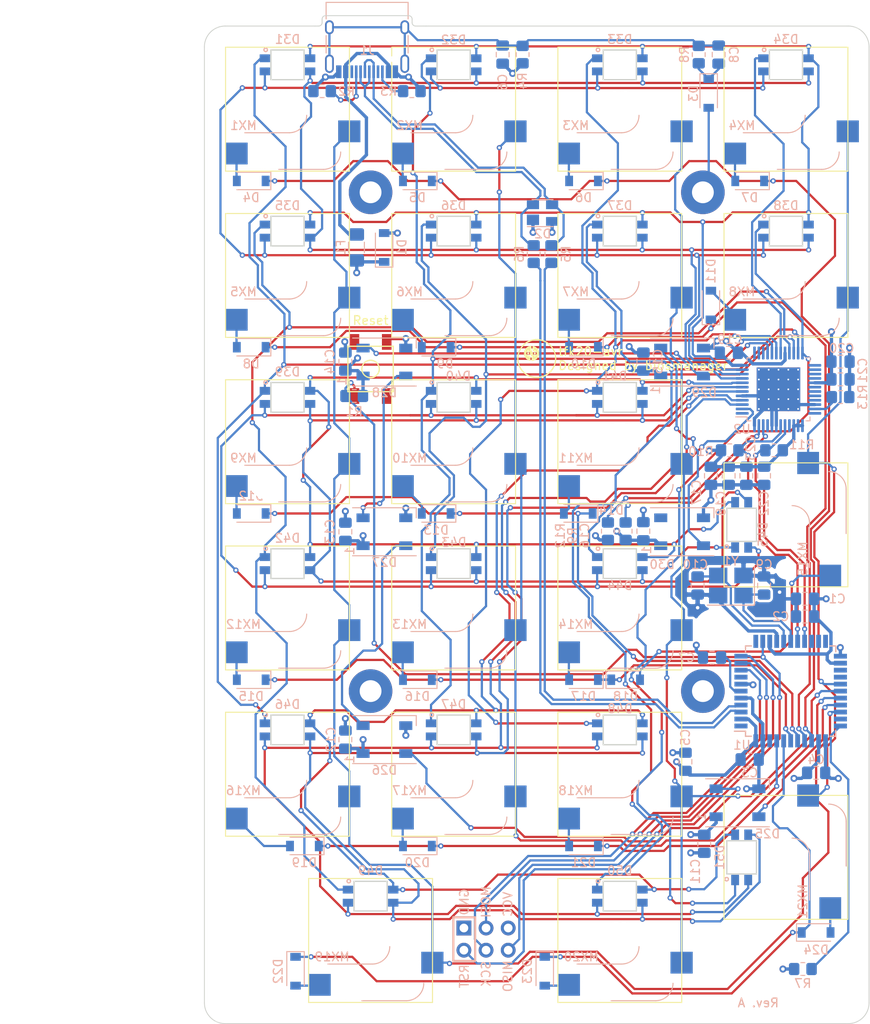
<source format=kicad_pcb>
(kicad_pcb (version 20171130) (host pcbnew "(5.1.10)-1")
  (title_block (title tfk20-avr) (date 2021-06-12) (rev A) (company biosmanager))
  (layers (0 F.Cu signal) (1 PWR power) (2 GND power) (31 B.Cu signal) (34 B.Paste user) (35 F.Paste user) (36 B.SilkS user) (37 F.SilkS user) (38 B.Mask user) (39 F.Mask user) (44 Edge.Cuts user))
  (net 0 "")
  (net 1 GND)
  (net 2 +5V)
  (net 3 /SHIELD)
  (net 4 "Net-(C7-Pad1)")
  (net 5 "Net-(C8-Pad1)")
  (net 6 /XTAL1)
  (net 7 /XTAL2)
  (net 8 /IN_USB_D+)
  (net 9 /IN_USB_D-)
  (net 10 "Net-(D3-Pad2)")
  (net 11 "Net-(D4-Pad2)")
  (net 12 /ROW_0)
  (net 13 "Net-(D5-Pad2)")
  (net 14 "Net-(D6-Pad2)")
  (net 15 "Net-(D7-Pad2)")
  (net 16 "Net-(D8-Pad2)")
  (net 17 /ROW_1)
  (net 18 "Net-(D9-Pad2)")
  (net 19 "Net-(D10-Pad2)")
  (net 20 "Net-(D11-Pad2)")
  (net 21 "Net-(D12-Pad2)")
  (net 22 /ROW_2)
  (net 23 "Net-(D13-Pad2)")
  (net 24 "Net-(D14-Pad2)")
  (net 25 "Net-(D15-Pad2)")
  (net 26 /ROW_3)
  (net 27 "Net-(D16-Pad2)")
  (net 28 "Net-(D17-Pad2)")
  (net 29 "Net-(D18-Pad2)")
  (net 30 "Net-(D19-Pad2)")
  (net 31 /ROW_4)
  (net 32 "Net-(D20-Pad2)")
  (net 33 "Net-(D21-Pad2)")
  (net 34 "Net-(D22-Pad2)")
  (net 35 /ROW_5)
  (net 36 "Net-(D23-Pad2)")
  (net 37 "Net-(D24-Pad2)")
  (net 38 "Net-(D25-Pad2)")
  (net 39 /RGB_LIGHT)
  (net 40 "Net-(D26-Pad2)")
  (net 41 "Net-(D27-Pad2)")
  (net 42 "Net-(D28-Pad2)")
  (net 43 "Net-(D29-Pad2)")
  (net 44 "Net-(D30-Pad2)")
  (net 45 "/tfk20 RGB Matrix/SW3")
  (net 46 "/tfk20 RGB Matrix/SW2")
  (net 47 "/tfk20 RGB Matrix/CS1")
  (net 48 "/tfk20 RGB Matrix/SW1")
  (net 49 "/tfk20 RGB Matrix/CS2")
  (net 50 "/tfk20 RGB Matrix/CS3")
  (net 51 "/tfk20 RGB Matrix/CS4")
  (net 52 "/tfk20 RGB Matrix/CS5")
  (net 53 "/tfk20 RGB Matrix/CS6")
  (net 54 "/tfk20 RGB Matrix/CS7")
  (net 55 "/tfk20 RGB Matrix/CS8")
  (net 56 "/tfk20 RGB Matrix/SW6")
  (net 57 "/tfk20 RGB Matrix/SW5")
  (net 58 "/tfk20 RGB Matrix/SW4")
  (net 59 "/tfk20 RGB Matrix/SW9")
  (net 60 "/tfk20 RGB Matrix/SW8")
  (net 61 "/tfk20 RGB Matrix/SW7")
  (net 62 "Net-(J1-PadB8)")
  (net 63 "Net-(J1-PadA5)")
  (net 64 "Net-(J1-PadA8)")
  (net 65 "Net-(J1-PadB5)")
  (net 66 /RESET)
  (net 67 /MOSI)
  (net 68 /SCK)
  (net 69 /MISO)
  (net 70 /COL_0)
  (net 71 /COL_1)
  (net 72 /COL_2)
  (net 73 /COL_3)
  (net 74 "Net-(R7-Pad2)")
  (net 75 "Net-(R9-Pad2)")
  (net 76 /RGB_MATRIX_SCL)
  (net 77 /RGB_MATRIX_SDA)
  (net 78 "Net-(R12-Pad2)")
  (net 79 "Net-(R13-Pad2)")
  (net 80 "Net-(U1-Pad42)")
  (net 81 "Net-(U1-Pad32)")
  (net 82 "Net-(U1-Pad26)")
  (net 83 "Net-(U1-Pad25)")
  (net 84 "Net-(U1-Pad22)")
  (net 85 "Net-(U1-Pad21)")
  (net 86 "Net-(U1-Pad20)")
  (net 87 "Net-(U1-Pad12)")
  (net 88 "Net-(U1-Pad8)")
  (net 89 "Net-(U1-Pad1)")
  (net 90 "Net-(U2-Pad45)")
  (net 91 "Net-(U2-Pad40)")
  (net 92 "Net-(U2-Pad36)")
  (net 93 "Net-(U2-Pad33)")
  (net 94 "Net-(U2-Pad32)")
  (net 95 "Net-(U2-Pad31)")
  (net 96 "Net-(U2-Pad30)")
  (net 97 "Net-(U2-Pad28)")
  (net 98 "Net-(U2-Pad27)")
  (net 99 "Net-(U2-Pad26)")
  (net 100 "Net-(U2-Pad25)")
  (net 101 "Net-(U2-Pad15)")
  (net 102 "Net-(U2-Pad14)")
  (net 103 "Net-(U2-Pad13)")
  (net 104 "Net-(U2-Pad1)")
  (net 105 VBUS)
  (net 106 /MCU_USB_D+)
  (net 107 /MCU_USB_D-)
  (module Mounting_Keyboard_Stabilizer:Stabilizer_Cherry_MX_2u_CrtYd (layer B.Cu) (at 126.20625 143.66875)
    (fp_text reference H7 hide)
    (fp_text value Stabilizer)
    (pad ~ np_thru_hole circle (at -11.938 -8.255) (size 3.9878 3.9878) (drill 3.9878) (layers *.Cu *.Mask))
    (pad ~ np_thru_hole circle (at 11.938 -8.255) (size 3.9878 3.9878) (drill 3.9878) (layers *.Cu *.Mask))
    (pad ~ np_thru_hole circle (at -11.938 6.985) (size 3.048 3.048) (drill 3.048) (layers *.Cu *.Mask))
    (pad ~ np_thru_hole circle (at 11.938 6.985) (size 3.048 3.048) (drill 3.048) (layers *.Cu *.Mask))
  )
  (module Mounting_Keyboard_Stabilizer:Stabilizer_Cherry_MX_2u_CrtYd (layer B.Cu) (at 173.83125 134.14375 90)
    (fp_text reference H6 hide)
    (fp_text value Stabilizer)
    (pad ~ np_thru_hole circle (at -11.938 -8.255 90) (size 3.9878 3.9878) (drill 3.9878) (layers *.Cu *.Mask))
    (pad ~ np_thru_hole circle (at 11.938 -8.255 90) (size 3.9878 3.9878) (drill 3.9878) (layers *.Cu *.Mask))
    (pad ~ np_thru_hole circle (at -11.938 6.985 90) (size 3.048 3.048) (drill 3.048) (layers *.Cu *.Mask))
    (pad ~ np_thru_hole circle (at 11.938 6.985 90) (size 3.048 3.048) (drill 3.048) (layers *.Cu *.Mask))
  )
  (module Mounting_Keyboard_Stabilizer:Stabilizer_Cherry_MX_2u_CrtYd (layer B.Cu) (at 173.83125 96.04375 90)
    (fp_text reference H5 hide)
    (fp_text value Stabilizer)
    (pad ~ np_thru_hole circle (at -11.938 -8.255 90) (size 3.9878 3.9878) (drill 3.9878) (layers *.Cu *.Mask))
    (pad ~ np_thru_hole circle (at 11.938 -8.255 90) (size 3.9878 3.9878) (drill 3.9878) (layers *.Cu *.Mask))
    (pad ~ np_thru_hole circle (at -11.938 6.985 90) (size 3.048 3.048) (drill 3.048) (layers *.Cu *.Mask))
    (pad ~ np_thru_hole circle (at 11.938 6.985 90) (size 3.048 3.048) (drill 3.048) (layers *.Cu *.Mask))
  )
  (module MountingHole:MountingHole_2.5mm_Pad (layer F.Cu) (at 164.30625 115.09375)
    (fp_text reference H4 hide)
    (fp_text value MountingHole)
    (pad 1 thru_hole circle (at 0 0) (size 5 5) (drill 2.5) (layers *.Cu *.Mask))
  )
  (module biosmanager:biosmanager_pcb (layer F.Cu) (at 145.25625 76.99375)
    (fp_text reference G1 hide)
    (fp_text value LOGO hide)
  )
  (module Switch_Keyboard_Kailh:SW_Hotswap_Kailh_1.00u (layer F.Cu) (at 135.73125 86.51875 180)
    (fp_text reference MX10 (at 5.04825 -1.87325) (layer B.SilkS) (effects (justify mirror)))
    (fp_text value MX-NoLED)
    (pad "" np_thru_hole circle (at -3.81 -2.54 180) (size 3 3) (drill 3) (layers *.Cu *.Mask))
    (pad "" np_thru_hole circle (at 2.54 -5.08 180) (size 3 3) (drill 3) (layers *.Cu *.Mask))
    (pad "" np_thru_hole circle (at 0 0 180) (size 4 4) (drill 4) (layers *.Cu *.Mask))
    (pad "" np_thru_hole circle (at -5.08 0 180) (size 1.75 1.75) (drill 1.75) (layers *.Cu *.Mask))
    (pad "" np_thru_hole circle (at 5.08 0 180) (size 1.75 1.75) (drill 1.75) (layers *.Cu *.Mask))
    (pad 1 smd rect (at -7.085 -2.54 180) (size 2.55 2.5) (layers B.Cu B.Paste B.Mask) (net 71 /COL_1))
    (pad 2 smd rect (at 5.842 -5.08 180) (size 2.55 2.5) (layers B.Cu B.Paste B.Mask) (net 23 "Net-(D13-Pad2)"))
  )
  (module Resistor_SMD:R_0805_2012Metric_Pad1.20x1.40mm_HandSolder (layer B.Cu) (at 124.333 81.28 180)
    (fp_text reference R1 (at 0 -1.778) (layer B.SilkS) (effects (justify mirror)))
    (fp_text value 10k)
    (pad 1 smd roundrect (at -1 0 180) (size 1.2 1.4) (layers B.Cu B.Paste B.Mask) (roundrect_rratio 0.2083325) (net 2 +5V))
    (pad 2 smd roundrect (at 1 0 180) (size 1.2 1.4) (layers B.Cu B.Paste B.Mask) (roundrect_rratio 0.2083325) (net 66 /RESET))
  )
  (module LED_SMD:LED_WS2812B_PLCC4_5.0x5.0mm_P3.2mm (layer B.Cu) (at 161.925 96.8375)
    (fp_text reference D30 (at -2.286 3.7465) (layer B.SilkS) (effects (justify mirror)))
    (fp_text value WS2812B)
    (fp_text user 1 (at -4.064 2.0955 90) (layer B.SilkS) (effects (justify mirror)))
    (pad 1 smd rect (at -2.45 1.6) (size 1.5 1) (layers B.Cu B.Paste B.Mask) (net 2 +5V))
    (pad 2 smd rect (at -2.45 -1.6) (size 1.5 1) (layers B.Cu B.Paste B.Mask) (net 44 "Net-(D30-Pad2)"))
    (pad 4 smd rect (at 2.45 1.6) (size 1.5 1) (layers B.Cu B.Paste B.Mask) (net 43 "Net-(D29-Pad2)"))
    (pad 3 smd rect (at 2.45 -1.6) (size 1.5 1) (layers B.Cu B.Paste B.Mask) (net 1 GND))
  )
  (module LED_SMD:LED_WS2812B_PLCC4_5.0x5.0mm_P3.2mm (layer B.Cu) (at 161.925 77.390625)
    (fp_text reference D29 (at 2.54 3.5) (layer B.SilkS) (effects (justify mirror)))
    (fp_text value WS2812B)
    (fp_text user 1 (at -3.048 3.254375 90) (layer B.SilkS) (effects (justify mirror)))
    (pad 3 smd rect (at 2.45 -1.6) (size 1.5 1) (layers B.Cu B.Paste B.Mask) (net 1 GND))
    (pad 4 smd rect (at 2.45 1.6) (size 1.5 1) (layers B.Cu B.Paste B.Mask) (net 42 "Net-(D28-Pad2)"))
    (pad 2 smd rect (at -2.45 -1.6) (size 1.5 1) (layers B.Cu B.Paste B.Mask) (net 43 "Net-(D29-Pad2)"))
    (pad 1 smd rect (at -2.45 1.6) (size 1.5 1) (layers B.Cu B.Paste B.Mask) (net 2 +5V))
  )
  (module LED_SMD:LED_WS2812B_PLCC4_5.0x5.0mm_P3.2mm (layer B.Cu) (at 127.79375 77.390625)
    (fp_text reference D28 (at 0 3.5) (layer B.SilkS) (effects (justify mirror)))
    (fp_text value WS2812B)
    (fp_text user 1 (at -4.85775 2.238375 90) (layer B.SilkS) (effects (justify mirror)))
    (pad 1 smd rect (at -2.45 1.6) (size 1.5 1) (layers B.Cu B.Paste B.Mask) (net 2 +5V))
    (pad 2 smd rect (at -2.45 -1.6) (size 1.5 1) (layers B.Cu B.Paste B.Mask) (net 42 "Net-(D28-Pad2)"))
    (pad 4 smd rect (at 2.45 1.6) (size 1.5 1) (layers B.Cu B.Paste B.Mask) (net 41 "Net-(D27-Pad2)"))
    (pad 3 smd rect (at 2.45 -1.6) (size 1.5 1) (layers B.Cu B.Paste B.Mask) (net 1 GND))
  )
  (module LED_SMD:LED_WS2812B_PLCC4_5.0x5.0mm_P3.2mm (layer B.Cu) (at 127.79375 96.8375)
    (fp_text reference D27 (at 0 3.5) (layer B.SilkS) (effects (justify mirror)))
    (fp_text value WS2812B)
    (fp_text user 1 (at -3.96875 2.2225 90) (layer B.SilkS) (effects (justify mirror)))
    (pad 1 smd rect (at -2.45 1.6) (size 1.5 1) (layers B.Cu B.Paste B.Mask) (net 2 +5V))
    (pad 2 smd rect (at -2.45 -1.6) (size 1.5 1) (layers B.Cu B.Paste B.Mask) (net 41 "Net-(D27-Pad2)"))
    (pad 4 smd rect (at 2.45 1.6) (size 1.5 1) (layers B.Cu B.Paste B.Mask) (net 40 "Net-(D26-Pad2)"))
    (pad 3 smd rect (at 2.45 -1.6) (size 1.5 1) (layers B.Cu B.Paste B.Mask) (net 1 GND))
  )
  (module LED_SMD:LED_WS2812B_PLCC4_5.0x5.0mm_P3.2mm (layer B.Cu) (at 127.79375 120.65)
    (fp_text reference D26 (at 0 3.5) (layer B.SilkS) (effects (justify mirror)))
    (fp_text value WS2812B)
    (fp_text user 1 (at -3.96875 2.286 90) (layer B.SilkS) (effects (justify mirror)))
    (pad 1 smd rect (at -2.45 1.6) (size 1.5 1) (layers B.Cu B.Paste B.Mask) (net 2 +5V))
    (pad 2 smd rect (at -2.45 -1.6) (size 1.5 1) (layers B.Cu B.Paste B.Mask) (net 40 "Net-(D26-Pad2)"))
    (pad 4 smd rect (at 2.45 1.6) (size 1.5 1) (layers B.Cu B.Paste B.Mask) (net 38 "Net-(D25-Pad2)"))
    (pad 3 smd rect (at 2.45 -1.6) (size 1.5 1) (layers B.Cu B.Paste B.Mask) (net 1 GND))
  )
  (module LED_SMD:LED_WS2812B_PLCC4_5.0x5.0mm_P3.2mm (layer B.Cu) (at 168.275 127.889)
    (fp_text reference D25 (at 3.429 3.556) (layer B.SilkS) (effects (justify mirror)))
    (fp_text value WS2812B)
    (fp_text user 1 (at -4.15 1.6 90) (layer B.SilkS) (effects (justify mirror)))
    (pad 1 smd rect (at -2.45 1.6) (size 1.5 1) (layers B.Cu B.Paste B.Mask) (net 2 +5V))
    (pad 2 smd rect (at -2.45 -1.6) (size 1.5 1) (layers B.Cu B.Paste B.Mask) (net 38 "Net-(D25-Pad2)"))
    (pad 4 smd rect (at 2.45 1.6) (size 1.5 1) (layers B.Cu B.Paste B.Mask) (net 39 /RGB_LIGHT))
    (pad 3 smd rect (at 2.45 -1.6) (size 1.5 1) (layers B.Cu B.Paste B.Mask) (net 1 GND))
  )
  (module Capacitor_SMD:C_0805_2012Metric_Pad1.18x1.45mm_HandSolder (layer B.Cu) (at 157.48 96.774 90)
    (fp_text reference C16 (at -0.508 -6.731 90) (layer B.SilkS) (effects (justify mirror)))
    (fp_text value 104)
    (pad 2 smd roundrect (at 1.0375 0 90) (size 1.175 1.45) (layers B.Cu B.Paste B.Mask) (roundrect_rratio 0.2127659574468085) (net 1 GND))
    (pad 1 smd roundrect (at -1.0375 0 90) (size 1.175 1.45) (layers B.Cu B.Paste B.Mask) (roundrect_rratio 0.2127659574468085) (net 2 +5V))
  )
  (module Capacitor_SMD:C_0805_2012Metric_Pad1.18x1.45mm_HandSolder (layer B.Cu) (at 157.48 77.343 90)
    (fp_text reference C15 (at 0 1.68 90) (layer B.SilkS) (effects (justify mirror)))
    (fp_text value 104)
    (pad 2 smd roundrect (at 1.0375 0 90) (size 1.175 1.45) (layers B.Cu B.Paste B.Mask) (roundrect_rratio 0.2127659574468085) (net 1 GND))
    (pad 1 smd roundrect (at -1.0375 0 90) (size 1.175 1.45) (layers B.Cu B.Paste B.Mask) (roundrect_rratio 0.2127659574468085) (net 2 +5V))
  )
  (module Capacitor_SMD:C_0805_2012Metric_Pad1.18x1.45mm_HandSolder (layer B.Cu) (at 123.317 77.343 90)
    (fp_text reference C14 (at 0 -1.778 90) (layer B.SilkS) (effects (justify mirror)))
    (fp_text value 104)
    (pad 2 smd roundrect (at 1.0375 0 90) (size 1.175 1.45) (layers B.Cu B.Paste B.Mask) (roundrect_rratio 0.2127659574468085) (net 1 GND))
    (pad 1 smd roundrect (at -1.0375 0 90) (size 1.175 1.45) (layers B.Cu B.Paste B.Mask) (roundrect_rratio 0.2127659574468085) (net 2 +5V))
  )
  (module Capacitor_SMD:C_0805_2012Metric_Pad1.18x1.45mm_HandSolder (layer B.Cu) (at 123.317 96.8375 90)
    (fp_text reference C13 (at 0 -1.778 90) (layer B.SilkS) (effects (justify mirror)))
    (fp_text value 104)
    (pad 2 smd roundrect (at 1.0375 0 90) (size 1.175 1.45) (layers B.Cu B.Paste B.Mask) (roundrect_rratio 0.2127659574468085) (net 1 GND))
    (pad 1 smd roundrect (at -1.0375 0 90) (size 1.175 1.45) (layers B.Cu B.Paste B.Mask) (roundrect_rratio 0.2127659574468085) (net 2 +5V))
  )
  (module Capacitor_SMD:C_0805_2012Metric_Pad1.18x1.45mm_HandSolder (layer B.Cu) (at 123.317 120.65 90)
    (fp_text reference C12 (at 0 -1.651 90) (layer B.SilkS) (effects (justify mirror)))
    (fp_text value 104)
    (pad 2 smd roundrect (at 1.0375 0 90) (size 1.175 1.45) (layers B.Cu B.Paste B.Mask) (roundrect_rratio 0.2127659574468085) (net 1 GND))
    (pad 1 smd roundrect (at -1.0375 0 90) (size 1.175 1.45) (layers B.Cu B.Paste B.Mask) (roundrect_rratio 0.2127659574468085) (net 2 +5V))
  )
  (module Capacitor_SMD:C_0805_2012Metric_Pad1.18x1.45mm_HandSolder (layer B.Cu) (at 164.465 132.588 270)
    (fp_text reference C11 (at 3.175 1.016 90) (layer B.SilkS) (effects (justify mirror)))
    (fp_text value 104)
    (pad 2 smd roundrect (at 1.0375 0 270) (size 1.175 1.45) (layers B.Cu B.Paste B.Mask) (roundrect_rratio 0.2127659574468085) (net 1 GND))
    (pad 1 smd roundrect (at -1.0375 0 270) (size 1.175 1.45) (layers B.Cu B.Paste B.Mask) (roundrect_rratio 0.2127659574468085) (net 2 +5V))
  )
  (module Package_QFP:TQFP-44_10x10mm_P0.8mm (layer B.Cu) (at 174.371 115.09375)
    (fp_text reference U1 (at -5.588 6.19125) (layer B.SilkS) (effects (justify mirror)))
    (fp_text value ATmega32U4-AU)
    (pad 1 smd rect (at -5.7 4) (size 1.5 0.55) (layers B.Cu B.Paste B.Mask) (net 89 "Net-(U1-Pad1)"))
    (pad 2 smd rect (at -5.7 3.2) (size 1.5 0.55) (layers B.Cu B.Paste B.Mask) (net 2 +5V))
    (pad 3 smd rect (at -5.7 2.4) (size 1.5 0.55) (layers B.Cu B.Paste B.Mask) (net 107 /MCU_USB_D-))
    (pad 4 smd rect (at -5.7 1.6) (size 1.5 0.55) (layers B.Cu B.Paste B.Mask) (net 106 /MCU_USB_D+))
    (pad 5 smd rect (at -5.7 0.8) (size 1.5 0.55) (layers B.Cu B.Paste B.Mask) (net 1 GND))
    (pad 6 smd rect (at -5.7 0) (size 1.5 0.55) (layers B.Cu B.Paste B.Mask) (net 4 "Net-(C7-Pad1)"))
    (pad 7 smd rect (at -5.7 -0.8) (size 1.5 0.55) (layers B.Cu B.Paste B.Mask) (net 2 +5V))
    (pad 8 smd rect (at -5.7 -1.6) (size 1.5 0.55) (layers B.Cu B.Paste B.Mask) (net 88 "Net-(U1-Pad8)"))
    (pad 9 smd rect (at -5.7 -2.4) (size 1.5 0.55) (layers B.Cu B.Paste B.Mask) (net 68 /SCK))
    (pad 10 smd rect (at -5.7 -3.2) (size 1.5 0.55) (layers B.Cu B.Paste B.Mask) (net 67 /MOSI))
    (pad 11 smd rect (at -5.7 -4) (size 1.5 0.55) (layers B.Cu B.Paste B.Mask) (net 69 /MISO))
    (pad 12 smd rect (at -4 -5.7 270) (size 1.5 0.55) (layers B.Cu B.Paste B.Mask) (net 87 "Net-(U1-Pad12)"))
    (pad 13 smd rect (at -3.2 -5.7 270) (size 1.5 0.55) (layers B.Cu B.Paste B.Mask) (net 66 /RESET))
    (pad 14 smd rect (at -2.4 -5.7 270) (size 1.5 0.55) (layers B.Cu B.Paste B.Mask) (net 2 +5V))
    (pad 15 smd rect (at -1.6 -5.7 270) (size 1.5 0.55) (layers B.Cu B.Paste B.Mask) (net 1 GND))
    (pad 16 smd rect (at -0.8 -5.7 270) (size 1.5 0.55) (layers B.Cu B.Paste B.Mask) (net 7 /XTAL2))
    (pad 17 smd rect (at 0 -5.7 270) (size 1.5 0.55) (layers B.Cu B.Paste B.Mask) (net 6 /XTAL1))
    (pad 18 smd rect (at 0.8 -5.7 270) (size 1.5 0.55) (layers B.Cu B.Paste B.Mask) (net 76 /RGB_MATRIX_SCL))
    (pad 19 smd rect (at 1.6 -5.7 270) (size 1.5 0.55) (layers B.Cu B.Paste B.Mask) (net 77 /RGB_MATRIX_SDA))
    (pad 20 smd rect (at 2.4 -5.7 270) (size 1.5 0.55) (layers B.Cu B.Paste B.Mask) (net 86 "Net-(U1-Pad20)"))
    (pad 21 smd rect (at 3.2 -5.7 270) (size 1.5 0.55) (layers B.Cu B.Paste B.Mask) (net 85 "Net-(U1-Pad21)"))
    (pad 22 smd rect (at 4 -5.7 270) (size 1.5 0.55) (layers B.Cu B.Paste B.Mask) (net 84 "Net-(U1-Pad22)"))
    (pad 23 smd rect (at 5.7 -4) (size 1.5 0.55) (layers B.Cu B.Paste B.Mask) (net 1 GND))
    (pad 24 smd rect (at 5.7 -3.2) (size 1.5 0.55) (layers B.Cu B.Paste B.Mask) (net 2 +5V))
    (pad 25 smd rect (at 5.7 -2.4) (size 1.5 0.55) (layers B.Cu B.Paste B.Mask) (net 83 "Net-(U1-Pad25)"))
    (pad 26 smd rect (at 5.7 -1.6) (size 1.5 0.55) (layers B.Cu B.Paste B.Mask) (net 82 "Net-(U1-Pad26)"))
    (pad 27 smd rect (at 5.7 -0.8) (size 1.5 0.55) (layers B.Cu B.Paste B.Mask) (net 73 /COL_3))
    (pad 28 smd rect (at 5.7 0) (size 1.5 0.55) (layers B.Cu B.Paste B.Mask) (net 72 /COL_2))
    (pad 29 smd rect (at 5.7 0.8) (size 1.5 0.55) (layers B.Cu B.Paste B.Mask) (net 71 /COL_1))
    (pad 30 smd rect (at 5.7 1.6) (size 1.5 0.55) (layers B.Cu B.Paste B.Mask) (net 39 /RGB_LIGHT))
    (pad 31 smd rect (at 5.7 2.4) (size 1.5 0.55) (layers B.Cu B.Paste B.Mask) (net 70 /COL_0))
    (pad 32 smd rect (at 5.7 3.2) (size 1.5 0.55) (layers B.Cu B.Paste B.Mask) (net 81 "Net-(U1-Pad32)"))
    (pad 33 smd rect (at 5.7 4) (size 1.5 0.55) (layers B.Cu B.Paste B.Mask) (net 74 "Net-(R7-Pad2)"))
    (pad 34 smd rect (at 4 5.7 270) (size 1.5 0.55) (layers B.Cu B.Paste B.Mask) (net 2 +5V))
    (pad 35 smd rect (at 3.2 5.7 270) (size 1.5 0.55) (layers B.Cu B.Paste B.Mask) (net 1 GND))
    (pad 36 smd rect (at 2.4 5.7 270) (size 1.5 0.55) (layers B.Cu B.Paste B.Mask) (net 12 /ROW_0))
    (pad 37 smd rect (at 1.6 5.7 270) (size 1.5 0.55) (layers B.Cu B.Paste B.Mask) (net 17 /ROW_1))
    (pad 38 smd rect (at 0.8 5.7 270) (size 1.5 0.55) (layers B.Cu B.Paste B.Mask) (net 22 /ROW_2))
    (pad 39 smd rect (at 0 5.7 270) (size 1.5 0.55) (layers B.Cu B.Paste B.Mask) (net 26 /ROW_3))
    (pad 40 smd rect (at -0.8 5.7 270) (size 1.5 0.55) (layers B.Cu B.Paste B.Mask) (net 35 /ROW_5))
    (pad 41 smd rect (at -1.6 5.7 270) (size 1.5 0.55) (layers B.Cu B.Paste B.Mask) (net 31 /ROW_4))
    (pad 42 smd rect (at -2.4 5.7 270) (size 1.5 0.55) (layers B.Cu B.Paste B.Mask) (net 80 "Net-(U1-Pad42)"))
    (pad 43 smd rect (at -3.2 5.7 270) (size 1.5 0.55) (layers B.Cu B.Paste B.Mask) (net 1 GND))
    (pad 44 smd rect (at -4 5.7 270) (size 1.5 0.55) (layers B.Cu B.Paste B.Mask) (net 2 +5V))
  )
  (module random-keyboard-parts:RGB-6028 (layer B.Cu) (at 116.68125 48.41875)
    (fp_text reference D31 (at 0 -8) (layer B.SilkS) (effects (justify mirror)))
    (fp_text value LED_RGBA)
    (fp_line (start 1.9 -3.38) (end -1.9 -3.38) (layer Edge.Cuts) (width 0.15))
    (fp_line (start 1.9 -3.38) (end 1.9 -6.78) (layer Edge.Cuts) (width 0.15))
    (fp_line (start 1.9 -6.78) (end -1.9 -6.78) (layer Edge.Cuts) (width 0.15))
    (fp_line (start -1.9 -3.38) (end -1.9 -6.78) (layer Edge.Cuts) (width 0.15))
    (pad 2 smd rect (at 2.595 -5.83) (size 1.19 0.9) (layers B.Cu B.Paste B.Mask) (net 45 "/tfk20 RGB Matrix/SW3"))
    (pad 1 smd rect (at -2.595 -4.33) (size 1.19 0.9) (layers B.Cu B.Paste B.Mask) (net 46 "/tfk20 RGB Matrix/SW2"))
    (pad 4 smd rect (at -2.595 -5.83) (size 1.19 0.9) (layers B.Cu B.Paste B.Mask) (net 47 "/tfk20 RGB Matrix/CS1"))
    (pad 3 smd rect (at 2.595 -4.33) (size 1.19 0.9) (layers B.Cu B.Paste B.Mask) (net 48 "/tfk20 RGB Matrix/SW1"))
  )
  (module random-keyboard-parts:RGB-6028 (layer B.Cu) (at 135.73125 67.46875)
    (fp_text reference D36 (at 0 -8) (layer B.SilkS) (effects (justify mirror)))
    (fp_text value LED_RGBA)
    (fp_line (start -1.9 -3.38) (end -1.9 -6.78) (layer Edge.Cuts) (width 0.15))
    (fp_line (start 1.9 -6.78) (end -1.9 -6.78) (layer Edge.Cuts) (width 0.15))
    (fp_line (start 1.9 -3.38) (end 1.9 -6.78) (layer Edge.Cuts) (width 0.15))
    (fp_line (start 1.9 -3.38) (end -1.9 -3.38) (layer Edge.Cuts) (width 0.15))
    (pad 3 smd rect (at 2.595 -4.33) (size 1.19 0.9) (layers B.Cu B.Paste B.Mask) (net 48 "/tfk20 RGB Matrix/SW1"))
    (pad 4 smd rect (at -2.595 -5.83) (size 1.19 0.9) (layers B.Cu B.Paste B.Mask) (net 53 "/tfk20 RGB Matrix/CS6"))
    (pad 1 smd rect (at -2.595 -4.33) (size 1.19 0.9) (layers B.Cu B.Paste B.Mask) (net 46 "/tfk20 RGB Matrix/SW2"))
    (pad 2 smd rect (at 2.595 -5.83) (size 1.19 0.9) (layers B.Cu B.Paste B.Mask) (net 45 "/tfk20 RGB Matrix/SW3"))
  )
  (module Connector_USB:USB_C_Receptacle_HRO_TYPE-C-31-M-12 (layer B.Cu) (at 125.809375 40.084375)
    (fp_text reference J1 (at 0 1.5875) (layer B.SilkS) (effects (justify mirror)))
    (fp_text value USB_C_Receptacle_USB2.0)
    (pad S1 thru_hole oval (at 4.32 -1.05) (size 1 1.6) (drill oval 0.6 1.2) (layers *.Cu *.Mask) (net 3 /SHIELD))
    (pad "" np_thru_hole circle (at 2.89 2.6) (size 0.65 0.65) (drill 0.65) (layers *.Cu *.Mask))
    (pad S1 thru_hole oval (at -4.32 -1.05) (size 1 1.6) (drill oval 0.6 1.2) (layers *.Cu *.Mask) (net 3 /SHIELD))
    (pad "" np_thru_hole circle (at -2.89 2.6) (size 0.65 0.65) (drill 0.65) (layers *.Cu *.Mask))
    (pad S1 thru_hole oval (at -4.32 3.13) (size 1 2.1) (drill oval 0.6 1.7) (layers *.Cu *.Mask) (net 3 /SHIELD))
    (pad S1 thru_hole oval (at 4.32 3.13) (size 1 2.1) (drill oval 0.6 1.7) (layers *.Cu *.Mask) (net 3 /SHIELD))
    (pad A6 smd rect (at -0.25 4.045) (size 0.3 1.45) (layers B.Cu B.Paste B.Mask) (net 8 /IN_USB_D+))
    (pad B5 smd rect (at 1.75 4.045) (size 0.3 1.45) (layers B.Cu B.Paste B.Mask) (net 65 "Net-(J1-PadB5)"))
    (pad A8 smd rect (at 1.25 4.045) (size 0.3 1.45) (layers B.Cu B.Paste B.Mask) (net 64 "Net-(J1-PadA8)"))
    (pad B6 smd rect (at 0.75 4.045) (size 0.3 1.45) (layers B.Cu B.Paste B.Mask) (net 8 /IN_USB_D+))
    (pad A7 smd rect (at 0.25 4.045) (size 0.3 1.45) (layers B.Cu B.Paste B.Mask) (net 9 /IN_USB_D-))
    (pad B7 smd rect (at -0.75 4.045) (size 0.3 1.45) (layers B.Cu B.Paste B.Mask) (net 9 /IN_USB_D-))
    (pad A5 smd rect (at -1.25 4.045) (size 0.3 1.45) (layers B.Cu B.Paste B.Mask) (net 63 "Net-(J1-PadA5)"))
    (pad B8 smd rect (at -1.75 4.045) (size 0.3 1.45) (layers B.Cu B.Paste B.Mask) (net 62 "Net-(J1-PadB8)"))
    (pad A12 smd rect (at 3.25 4.045) (size 0.6 1.45) (layers B.Cu B.Paste B.Mask) (net 1 GND))
    (pad B4 smd rect (at 2.45 4.045) (size 0.6 1.45) (layers B.Cu B.Paste B.Mask) (net 105 VBUS))
    (pad A4 smd rect (at -2.45 4.045) (size 0.6 1.45) (layers B.Cu B.Paste B.Mask) (net 105 VBUS))
    (pad A1 smd rect (at -3.25 4.045) (size 0.6 1.45) (layers B.Cu B.Paste B.Mask) (net 1 GND))
    (pad B12 smd rect (at -3.25 4.045) (size 0.6 1.45) (layers B.Cu B.Paste B.Mask) (net 1 GND))
    (pad B9 smd rect (at -2.45 4.045) (size 0.6 1.45) (layers B.Cu B.Paste B.Mask) (net 105 VBUS))
    (pad A9 smd rect (at 2.45 4.045) (size 0.6 1.45) (layers B.Cu B.Paste B.Mask) (net 105 VBUS))
    (pad B1 smd rect (at 3.25 4.045) (size 0.6 1.45) (layers B.Cu B.Paste B.Mask) (net 1 GND))
  )
  (module MountingHole:MountingHole_2.5mm_Pad (layer F.Cu) (at 126.20625 115.09375)
    (fp_text reference H3 hide)
    (fp_text value MountingHole hide)
    (pad 1 thru_hole circle (at 0 0) (size 5 5) (drill 2.5) (layers *.Cu *.Mask))
  )
  (module Crystal:Crystal_SMD_3225-4Pin_3.2x2.5mm_HandSoldering (layer B.Cu) (at 167.513 102.997 180)
    (fp_text reference Y1 (at 0 2.794) (layer B.SilkS) (effects (justify mirror)))
    (fp_text value 16MHz)
    (pad 1 smd rect (at -1.45 -1.15 180) (size 2.1 1.8) (layers B.Cu B.Paste B.Mask) (net 6 /XTAL1))
    (pad 2 smd rect (at 1.45 -1.15 180) (size 2.1 1.8) (layers B.Cu B.Paste B.Mask) (net 1 GND))
    (pad 3 smd rect (at 1.45 1.15 180) (size 2.1 1.8) (layers B.Cu B.Paste B.Mask) (net 7 /XTAL2))
    (pad 4 smd rect (at -1.45 1.15 180) (size 2.1 1.8) (layers B.Cu B.Paste B.Mask) (net 1 GND))
  )
  (module Package_QFP:TQFP-48-1EP_7x7mm_P0.5mm_EP5x5mm_ThermalVias (layer B.Cu) (at 172.974 80.518)
    (fp_text reference U2 (at -4.191 4.572) (layer B.SilkS) (effects (justify mirror)))
    (fp_text value IS31FL3733-TQ)
    (pad 1 smd roundrect (at -4.1625 2.75) (size 1.475 0.3) (layers B.Cu B.Paste B.Mask) (net 104 "Net-(U2-Pad1)"))
    (pad 2 smd roundrect (at -4.1625 2.25) (size 1.475 0.3) (layers B.Cu B.Paste B.Mask) (net 61 "/tfk20 RGB Matrix/SW7"))
    (pad 3 smd roundrect (at -4.1625 1.75) (size 1.475 0.3) (layers B.Cu B.Paste B.Mask) (net 60 "/tfk20 RGB Matrix/SW8"))
    (pad 4 smd roundrect (at -4.1625 1.25) (size 1.475 0.3) (layers B.Cu B.Paste B.Mask) (net 59 "/tfk20 RGB Matrix/SW9"))
    (pad 5 smd roundrect (at -4.1625 0.75) (size 1.475 0.3) (layers B.Cu B.Paste B.Mask) (net 1 GND))
    (pad 6 smd roundrect (at -4.1625 0.25) (size 1.475 0.3) (layers B.Cu B.Paste B.Mask) (net 58 "/tfk20 RGB Matrix/SW4"))
    (pad 7 smd roundrect (at -4.1625 -0.25) (size 1.475 0.3) (layers B.Cu B.Paste B.Mask) (net 57 "/tfk20 RGB Matrix/SW5"))
    (pad 8 smd roundrect (at -4.1625 -0.75) (size 1.475 0.3) (layers B.Cu B.Paste B.Mask) (net 56 "/tfk20 RGB Matrix/SW6"))
    (pad 9 smd roundrect (at -4.1625 -1.25) (size 1.475 0.3) (layers B.Cu B.Paste B.Mask) (net 48 "/tfk20 RGB Matrix/SW1"))
    (pad 10 smd roundrect (at -4.1625 -1.75) (size 1.475 0.3) (layers B.Cu B.Paste B.Mask) (net 46 "/tfk20 RGB Matrix/SW2"))
    (pad 11 smd roundrect (at -4.1625 -2.25) (size 1.475 0.3) (layers B.Cu B.Paste B.Mask) (net 45 "/tfk20 RGB Matrix/SW3"))
    (pad 12 smd roundrect (at -4.1625 -2.75) (size 1.475 0.3) (layers B.Cu B.Paste B.Mask) (net 1 GND))
    (pad 13 smd roundrect (at -2.75 -4.1625) (size 0.3 1.475) (layers B.Cu B.Paste B.Mask) (net 103 "Net-(U2-Pad13)"))
    (pad 14 smd roundrect (at -2.25 -4.1625) (size 0.3 1.475) (layers B.Cu B.Paste B.Mask) (net 102 "Net-(U2-Pad14)"))
    (pad 15 smd roundrect (at -1.75 -4.1625) (size 0.3 1.475) (layers B.Cu B.Paste B.Mask) (net 101 "Net-(U2-Pad15)"))
    (pad 16 smd roundrect (at -1.25 -4.1625) (size 0.3 1.475) (layers B.Cu B.Paste B.Mask) (net 47 "/tfk20 RGB Matrix/CS1"))
    (pad 17 smd roundrect (at -0.75 -4.1625) (size 0.3 1.475) (layers B.Cu B.Paste B.Mask) (net 49 "/tfk20 RGB Matrix/CS2"))
    (pad 18 smd roundrect (at -0.25 -4.1625) (size 0.3 1.475) (layers B.Cu B.Paste B.Mask) (net 50 "/tfk20 RGB Matrix/CS3"))
    (pad 19 smd roundrect (at 0.25 -4.1625) (size 0.3 1.475) (layers B.Cu B.Paste B.Mask) (net 51 "/tfk20 RGB Matrix/CS4"))
    (pad 20 smd roundrect (at 0.75 -4.1625) (size 0.3 1.475) (layers B.Cu B.Paste B.Mask) (net 2 +5V))
    (pad 21 smd roundrect (at 1.25 -4.1625) (size 0.3 1.475) (layers B.Cu B.Paste B.Mask) (net 52 "/tfk20 RGB Matrix/CS5"))
    (pad 22 smd roundrect (at 1.75 -4.1625) (size 0.3 1.475) (layers B.Cu B.Paste B.Mask) (net 53 "/tfk20 RGB Matrix/CS6"))
    (pad 23 smd roundrect (at 2.25 -4.1625) (size 0.3 1.475) (layers B.Cu B.Paste B.Mask) (net 54 "/tfk20 RGB Matrix/CS7"))
    (pad 24 smd roundrect (at 2.75 -4.1625) (size 0.3 1.475) (layers B.Cu B.Paste B.Mask) (net 55 "/tfk20 RGB Matrix/CS8"))
    (pad 25 smd roundrect (at 4.1625 -2.75) (size 1.475 0.3) (layers B.Cu B.Paste B.Mask) (net 100 "Net-(U2-Pad25)"))
    (pad 26 smd roundrect (at 4.1625 -2.25) (size 1.475 0.3) (layers B.Cu B.Paste B.Mask) (net 99 "Net-(U2-Pad26)"))
    (pad 27 smd roundrect (at 4.1625 -1.75) (size 1.475 0.3) (layers B.Cu B.Paste B.Mask) (net 98 "Net-(U2-Pad27)"))
    (pad 28 smd roundrect (at 4.1625 -1.25) (size 1.475 0.3) (layers B.Cu B.Paste B.Mask) (net 97 "Net-(U2-Pad28)"))
    (pad 29 smd roundrect (at 4.1625 -0.75) (size 1.475 0.3) (layers B.Cu B.Paste B.Mask) (net 2 +5V))
    (pad 30 smd roundrect (at 4.1625 -0.25) (size 1.475 0.3) (layers B.Cu B.Paste B.Mask) (net 96 "Net-(U2-Pad30)"))
    (pad 31 smd roundrect (at 4.1625 0.25) (size 1.475 0.3) (layers B.Cu B.Paste B.Mask) (net 95 "Net-(U2-Pad31)"))
    (pad 32 smd roundrect (at 4.1625 0.75) (size 1.475 0.3) (layers B.Cu B.Paste B.Mask) (net 94 "Net-(U2-Pad32)"))
    (pad 33 smd roundrect (at 4.1625 1.25) (size 1.475 0.3) (layers B.Cu B.Paste B.Mask) (net 93 "Net-(U2-Pad33)"))
    (pad 34 smd roundrect (at 4.1625 1.75) (size 1.475 0.3) (layers B.Cu B.Paste B.Mask) (net 1 GND))
    (pad 35 smd roundrect (at 4.1625 2.25) (size 1.475 0.3) (layers B.Cu B.Paste B.Mask) (net 79 "Net-(R13-Pad2)"))
    (pad 36 smd roundrect (at 4.1625 2.75) (size 1.475 0.3) (layers B.Cu B.Paste B.Mask) (net 92 "Net-(U2-Pad36)"))
    (pad 37 smd roundrect (at 2.75 4.1625) (size 0.3 1.475) (layers B.Cu B.Paste B.Mask) (net 2 +5V))
    (pad 38 smd roundrect (at 2.25 4.1625) (size 0.3 1.475) (layers B.Cu B.Paste B.Mask) (net 2 +5V))
    (pad 39 smd roundrect (at 1.75 4.1625) (size 0.3 1.475) (layers B.Cu B.Paste B.Mask) (net 2 +5V))
    (pad 40 smd roundrect (at 1.25 4.1625) (size 0.3 1.475) (layers B.Cu B.Paste B.Mask) (net 91 "Net-(U2-Pad40)"))
    (pad 41 smd roundrect (at 0.75 4.1625) (size 0.3 1.475) (layers B.Cu B.Paste B.Mask) (net 77 /RGB_MATRIX_SDA))
    (pad 42 smd roundrect (at 0.25 4.1625) (size 0.3 1.475) (layers B.Cu B.Paste B.Mask) (net 76 /RGB_MATRIX_SCL))
    (pad 43 smd roundrect (at -0.25 4.1625) (size 0.3 1.475) (layers B.Cu B.Paste B.Mask) (net 1 GND))
    (pad 44 smd roundrect (at -0.75 4.1625) (size 0.3 1.475) (layers B.Cu B.Paste B.Mask) (net 1 GND))
    (pad 45 smd roundrect (at -1.25 4.1625) (size 0.3 1.475) (layers B.Cu B.Paste B.Mask) (net 90 "Net-(U2-Pad45)"))
    (pad 46 smd roundrect (at -1.75 4.1625) (size 0.3 1.475) (layers B.Cu B.Paste B.Mask) (net 75 "Net-(R9-Pad2)"))
    (pad 47 smd roundrect (at -2.25 4.1625) (size 0.3 1.475) (layers B.Cu B.Paste B.Mask) (net 78 "Net-(R12-Pad2)"))
    (pad 48 smd roundrect (at -2.75 4.1625) (size 0.3 1.475) (layers B.Cu B.Paste B.Mask) (net 1 GND))
    (pad 49 smd rect (at 0 0) (size 5 5) (layers B.Cu B.Mask) (net 1 GND))
    (pad 49 thru_hole circle (at -2.25 2.25) (size 0.5 0.5) (drill 0.2) (layers *.Cu) (net 1 GND))
    (pad 49 thru_hole circle (at -1.125 2.25) (size 0.5 0.5) (drill 0.2) (layers *.Cu) (net 1 GND))
    (pad 49 thru_hole circle (at 0 2.25) (size 0.5 0.5) (drill 0.2) (layers *.Cu) (net 1 GND))
    (pad 49 thru_hole circle (at 1.125 2.25) (size 0.5 0.5) (drill 0.2) (layers *.Cu) (net 1 GND))
    (pad 49 thru_hole circle (at 2.25 2.25) (size 0.5 0.5) (drill 0.2) (layers *.Cu) (net 1 GND))
    (pad 49 thru_hole circle (at -2.25 1.125) (size 0.5 0.5) (drill 0.2) (layers *.Cu) (net 1 GND))
    (pad 49 thru_hole circle (at -1.125 1.125) (size 0.5 0.5) (drill 0.2) (layers *.Cu) (net 1 GND))
    (pad 49 thru_hole circle (at 0 1.125) (size 0.5 0.5) (drill 0.2) (layers *.Cu) (net 1 GND))
    (pad 49 thru_hole circle (at 1.125 1.125) (size 0.5 0.5) (drill 0.2) (layers *.Cu) (net 1 GND))
    (pad 49 thru_hole circle (at 2.25 1.125) (size 0.5 0.5) (drill 0.2) (layers *.Cu) (net 1 GND))
    (pad 49 thru_hole circle (at -2.25 0) (size 0.5 0.5) (drill 0.2) (layers *.Cu) (net 1 GND))
    (pad 49 thru_hole circle (at -1.125 0) (size 0.5 0.5) (drill 0.2) (layers *.Cu) (net 1 GND))
    (pad 49 thru_hole circle (at 0 0) (size 0.5 0.5) (drill 0.2) (layers *.Cu) (net 1 GND))
    (pad 49 thru_hole circle (at 1.125 0) (size 0.5 0.5) (drill 0.2) (layers *.Cu) (net 1 GND))
    (pad 49 thru_hole circle (at 2.25 0) (size 0.5 0.5) (drill 0.2) (layers *.Cu) (net 1 GND))
    (pad 49 thru_hole circle (at -2.25 -1.125) (size 0.5 0.5) (drill 0.2) (layers *.Cu) (net 1 GND))
    (pad 49 thru_hole circle (at -1.125 -1.125) (size 0.5 0.5) (drill 0.2) (layers *.Cu) (net 1 GND))
    (pad 49 thru_hole circle (at 0 -1.125) (size 0.5 0.5) (drill 0.2) (layers *.Cu) (net 1 GND))
    (pad 49 thru_hole circle (at 1.125 -1.125) (size 0.5 0.5) (drill 0.2) (layers *.Cu) (net 1 GND))
    (pad 49 thru_hole circle (at 2.25 -1.125) (size 0.5 0.5) (drill 0.2) (layers *.Cu) (net 1 GND))
    (pad 49 thru_hole circle (at -2.25 -2.25) (size 0.5 0.5) (drill 0.2) (layers *.Cu) (net 1 GND))
    (pad 49 thru_hole circle (at -1.125 -2.25) (size 0.5 0.5) (drill 0.2) (layers *.Cu) (net 1 GND))
    (pad 49 thru_hole circle (at 0 -2.25) (size 0.5 0.5) (drill 0.2) (layers *.Cu) (net 1 GND))
    (pad 49 thru_hole circle (at 1.125 -2.25) (size 0.5 0.5) (drill 0.2) (layers *.Cu) (net 1 GND))
    (pad 49 thru_hole circle (at 2.25 -2.25) (size 0.5 0.5) (drill 0.2) (layers *.Cu) (net 1 GND))
    (pad 49 smd rect (at 0 0) (size 5 5) (layers F.Cu) (net 1 GND))
  )
  (module random-keyboard-parts:SKQG-1155865 (layer F.Cu) (at 126.20625 78.184375 90)
    (fp_text reference SW1 hide)
    (fp_text value Reset (at 5.55625 0 180) (layer F.SilkS))
    (pad 1 smd rect (at 3.1 1.85 90) (size 1.8 1.1) (layers F.Cu F.Paste F.Mask) (net 1 GND))
    (pad 2 smd rect (at -3.1 -1.85 90) (size 1.8 1.1) (layers F.Cu F.Paste F.Mask) (net 66 /RESET))
    (pad 3 smd rect (at 3.1 -1.85 90) (size 1.8 1.1) (layers F.Cu F.Paste F.Mask))
    (pad 4 smd rect (at -3.1 1.85 90) (size 1.8 1.1) (layers F.Cu F.Paste F.Mask))
  )
  (module Resistor_SMD:R_0805_2012Metric_Pad1.20x1.40mm_HandSolder (layer B.Cu) (at 180.086 81.407 180)
    (fp_text reference R13 (at -2.54 0 270) (layer B.SilkS) (effects (justify mirror)))
    (fp_text value 100k)
    (pad 1 smd roundrect (at -1 0 180) (size 1.2 1.4) (layers B.Cu B.Paste B.Mask) (roundrect_rratio 0.2083325) (net 1 GND))
    (pad 2 smd roundrect (at 1 0 180) (size 1.2 1.4) (layers B.Cu B.Paste B.Mask) (roundrect_rratio 0.2083325) (net 79 "Net-(R13-Pad2)"))
  )
  (module Resistor_SMD:R_0805_2012Metric_Pad1.20x1.40mm_HandSolder (layer B.Cu) (at 153.416 96.774 90)
    (fp_text reference R12 (at -0.508 -5.461 90) (layer B.SilkS) (effects (justify mirror)))
    (fp_text value 100k)
    (pad 1 smd roundrect (at -1 0 90) (size 1.2 1.4) (layers B.Cu B.Paste B.Mask) (roundrect_rratio 0.2083325) (net 1 GND))
    (pad 2 smd roundrect (at 1 0 90) (size 1.2 1.4) (layers B.Cu B.Paste B.Mask) (roundrect_rratio 0.2083325) (net 78 "Net-(R12-Pad2)"))
  )
  (module Resistor_SMD:R_0805_2012Metric_Pad1.20x1.40mm_HandSolder (layer B.Cu) (at 172.466 87.503 180)
    (fp_text reference R11 (at -3.175 0.635 180) (layer B.SilkS) (effects (justify mirror)))
    (fp_text value 1k)
    (pad 1 smd roundrect (at -1 0 180) (size 1.2 1.4) (layers B.Cu B.Paste B.Mask) (roundrect_rratio 0.2083325) (net 2 +5V))
    (pad 2 smd roundrect (at 1 0 180) (size 1.2 1.4) (layers B.Cu B.Paste B.Mask) (roundrect_rratio 0.2083325) (net 77 /RGB_MATRIX_SDA))
  )
  (module Resistor_SMD:R_0805_2012Metric_Pad1.20x1.40mm_HandSolder (layer B.Cu) (at 167.386 87.503)
    (fp_text reference R10 (at -3.302 0.127) (layer B.SilkS) (effects (justify mirror)))
    (fp_text value 1k)
    (pad 1 smd roundrect (at -1 0) (size 1.2 1.4) (layers B.Cu B.Paste B.Mask) (roundrect_rratio 0.2083325) (net 2 +5V))
    (pad 2 smd roundrect (at 1 0) (size 1.2 1.4) (layers B.Cu B.Paste B.Mask) (roundrect_rratio 0.2083325) (net 76 /RGB_MATRIX_SCL))
  )
  (module Resistor_SMD:R_0805_2012Metric_Pad1.20x1.40mm_HandSolder (layer B.Cu) (at 155.448 96.774 90)
    (fp_text reference R9 (at -0.508 -6.096 90) (layer B.SilkS) (effects (justify mirror)))
    (fp_text value 100k)
    (pad 1 smd roundrect (at -1 0 90) (size 1.2 1.4) (layers B.Cu B.Paste B.Mask) (roundrect_rratio 0.2083325) (net 2 +5V))
    (pad 2 smd roundrect (at 1 0 90) (size 1.2 1.4) (layers B.Cu B.Paste B.Mask) (roundrect_rratio 0.2083325) (net 75 "Net-(R9-Pad2)"))
  )
  (module Resistor_SMD:R_0805_2012Metric_Pad1.20x1.40mm_HandSolder (layer B.Cu) (at 163.83 42.164 90)
    (fp_text reference R8 (at 0 -1.651 270) (layer B.SilkS) (effects (justify mirror)))
    (fp_text value 1M)
    (pad 1 smd roundrect (at -1 0 90) (size 1.2 1.4) (layers B.Cu B.Paste B.Mask) (roundrect_rratio 0.2083325) (net 5 "Net-(C8-Pad1)"))
    (pad 2 smd roundrect (at 1 0 90) (size 1.2 1.4) (layers B.Cu B.Paste B.Mask) (roundrect_rratio 0.2083325) (net 3 /SHIELD))
  )
  (module Resistor_SMD:R_0805_2012Metric_Pad1.20x1.40mm_HandSolder (layer B.Cu) (at 175.768 146.939)
    (fp_text reference R7 (at 0 1.651) (layer B.SilkS) (effects (justify mirror)))
    (fp_text value 10k)
    (pad 1 smd roundrect (at -1 0) (size 1.2 1.4) (layers B.Cu B.Paste B.Mask) (roundrect_rratio 0.2083325) (net 1 GND))
    (pad 2 smd roundrect (at 1 0) (size 1.2 1.4) (layers B.Cu B.Paste B.Mask) (roundrect_rratio 0.2083325) (net 74 "Net-(R7-Pad2)"))
  )
  (module Resistor_SMD:R_0805_2012Metric_Pad1.20x1.40mm_HandSolder (layer B.Cu) (at 144.907 65.024 270)
    (fp_text reference R6 (at 0 1.65 90) (layer B.SilkS) (effects (justify mirror)))
    (fp_text value 22)
    (pad 1 smd roundrect (at -1 0 270) (size 1.2 1.4) (layers B.Cu B.Paste B.Mask) (roundrect_rratio 0.2083325) (net 9 /IN_USB_D-))
    (pad 2 smd roundrect (at 1 0 270) (size 1.2 1.4) (layers B.Cu B.Paste B.Mask) (roundrect_rratio 0.2083325) (net 107 /MCU_USB_D-))
  )
  (module Resistor_SMD:R_0805_2012Metric_Pad1.20x1.40mm_HandSolder (layer B.Cu) (at 146.939 65.024 270)
    (fp_text reference R5 (at 0 -1.68275 270) (layer B.SilkS) (effects (justify mirror)))
    (fp_text value 22)
    (pad 1 smd roundrect (at -1 0 270) (size 1.2 1.4) (layers B.Cu B.Paste B.Mask) (roundrect_rratio 0.2083325) (net 8 /IN_USB_D+))
    (pad 2 smd roundrect (at 1 0 270) (size 1.2 1.4) (layers B.Cu B.Paste B.Mask) (roundrect_rratio 0.2083325) (net 106 /MCU_USB_D+))
  )
  (module Resistor_SMD:R_0805_2012Metric_Pad1.20x1.40mm_HandSolder (layer B.Cu) (at 143.637 42.164 270)
    (fp_text reference R4 (at 3.01625 0.03175 90) (layer B.SilkS) (effects (justify mirror)))
    (fp_text value 1M)
    (pad 1 smd roundrect (at -1 0 270) (size 1.2 1.4) (layers B.Cu B.Paste B.Mask) (roundrect_rratio 0.2083325) (net 3 /SHIELD))
    (pad 2 smd roundrect (at 1 0 270) (size 1.2 1.4) (layers B.Cu B.Paste B.Mask) (roundrect_rratio 0.2083325) (net 1 GND))
  )
  (module Resistor_SMD:R_0805_2012Metric_Pad1.20x1.40mm_HandSolder (layer B.Cu) (at 130.937 46.355)
    (fp_text reference R3 (at -2.667 0) (layer B.SilkS) (effects (justify mirror)))
    (fp_text value 5.1k)
    (pad 1 smd roundrect (at -1 0) (size 1.2 1.4) (layers B.Cu B.Paste B.Mask) (roundrect_rratio 0.2083325) (net 65 "Net-(J1-PadB5)"))
    (pad 2 smd roundrect (at 1 0) (size 1.2 1.4) (layers B.Cu B.Paste B.Mask) (roundrect_rratio 0.2083325) (net 1 GND))
  )
  (module Resistor_SMD:R_0805_2012Metric_Pad1.20x1.40mm_HandSolder (layer B.Cu) (at 120.65 46.355)
    (fp_text reference R2 (at 2.794 0) (layer B.SilkS) (effects (justify mirror)))
    (fp_text value 5.1k)
    (pad 2 smd roundrect (at 1 0) (size 1.2 1.4) (layers B.Cu B.Paste B.Mask) (roundrect_rratio 0.2083325) (net 63 "Net-(J1-PadA5)"))
    (pad 1 smd roundrect (at -1 0) (size 1.2 1.4) (layers B.Cu B.Paste B.Mask) (roundrect_rratio 0.2083325) (net 1 GND))
  )
  (module Switch_Keyboard_Kailh:SW_Hotswap_Kailh_2.00u (layer F.Cu) (at 173.83125 134.14375 270)
    (fp_text reference MX21 (at 5.04825 -1.93675 90) (layer B.SilkS) (effects (justify mirror)))
    (fp_text value MX-NoLED)
    (pad "" np_thru_hole circle (at -3.81 -2.54 270) (size 3 3) (drill 3) (layers *.Cu *.Mask))
    (pad "" np_thru_hole circle (at 2.54 -5.08 270) (size 3 3) (drill 3) (layers *.Cu *.Mask))
    (pad "" np_thru_hole circle (at 0 0 270) (size 4 4) (drill 4) (layers *.Cu *.Mask))
    (pad "" np_thru_hole circle (at -5.08 0 270) (size 1.75 1.75) (drill 1.75) (layers *.Cu *.Mask))
    (pad "" np_thru_hole circle (at 5.08 0 270) (size 1.75 1.75) (drill 1.75) (layers *.Cu *.Mask))
    (pad 1 smd rect (at -7.085 -2.54 270) (size 2.55 2.5) (layers B.Cu B.Paste B.Mask) (net 73 /COL_3))
    (pad 2 smd rect (at 5.842 -5.08 270) (size 2.55 2.5) (layers B.Cu B.Paste B.Mask) (net 37 "Net-(D24-Pad2)"))
  )
  (module Switch_Keyboard_Kailh:SW_Hotswap_Kailh_1.00u (layer F.Cu) (at 154.78125 143.66875 180)
    (fp_text reference MX20 (at 4.41325 -1.87325) (layer B.SilkS) (effects (justify mirror)))
    (fp_text value MX-NoLED)
    (pad "" np_thru_hole circle (at -3.81 -2.54 180) (size 3 3) (drill 3) (layers *.Cu *.Mask))
    (pad "" np_thru_hole circle (at 2.54 -5.08 180) (size 3 3) (drill 3) (layers *.Cu *.Mask))
    (pad "" np_thru_hole circle (at 0 0 180) (size 4 4) (drill 4) (layers *.Cu *.Mask))
    (pad "" np_thru_hole circle (at -5.08 0 180) (size 1.75 1.75) (drill 1.75) (layers *.Cu *.Mask))
    (pad "" np_thru_hole circle (at 5.08 0 180) (size 1.75 1.75) (drill 1.75) (layers *.Cu *.Mask))
    (pad 1 smd rect (at -7.085 -2.54 180) (size 2.55 2.5) (layers B.Cu B.Paste B.Mask) (net 72 /COL_2))
    (pad 2 smd rect (at 5.842 -5.08 180) (size 2.55 2.5) (layers B.Cu B.Paste B.Mask) (net 36 "Net-(D23-Pad2)"))
  )
  (module Switch_Keyboard_Kailh:SW_Hotswap_Kailh_2.00u (layer F.Cu) (at 126.20625 143.66875 180)
    (fp_text reference MX19 (at 4.41325 -1.87325) (layer B.SilkS) (effects (justify mirror)))
    (fp_text value MX-NoLED)
    (pad "" np_thru_hole circle (at -3.81 -2.54 180) (size 3 3) (drill 3) (layers *.Cu *.Mask))
    (pad "" np_thru_hole circle (at 2.54 -5.08 180) (size 3 3) (drill 3) (layers *.Cu *.Mask))
    (pad "" np_thru_hole circle (at 0 0 180) (size 4 4) (drill 4) (layers *.Cu *.Mask))
    (pad "" np_thru_hole circle (at -5.08 0 180) (size 1.75 1.75) (drill 1.75) (layers *.Cu *.Mask))
    (pad "" np_thru_hole circle (at 5.08 0 180) (size 1.75 1.75) (drill 1.75) (layers *.Cu *.Mask))
    (pad 1 smd rect (at -7.085 -2.54 180) (size 2.55 2.5) (layers B.Cu B.Paste B.Mask) (net 70 /COL_0))
    (pad 2 smd rect (at 5.842 -5.08 180) (size 2.55 2.5) (layers B.Cu B.Paste B.Mask) (net 34 "Net-(D22-Pad2)"))
  )
  (module Switch_Keyboard_Kailh:SW_Hotswap_Kailh_1.00u (layer F.Cu) (at 154.78125 124.61875 180)
    (fp_text reference MX18 (at 5.04825 -1.87325) (layer B.SilkS) (effects (justify mirror)))
    (fp_text value MX-NoLED)
    (pad "" np_thru_hole circle (at -3.81 -2.54 180) (size 3 3) (drill 3) (layers *.Cu *.Mask))
    (pad "" np_thru_hole circle (at 2.54 -5.08 180) (size 3 3) (drill 3) (layers *.Cu *.Mask))
    (pad "" np_thru_hole circle (at 0 0 180) (size 4 4) (drill 4) (layers *.Cu *.Mask))
    (pad "" np_thru_hole circle (at -5.08 0 180) (size 1.75 1.75) (drill 1.75) (layers *.Cu *.Mask))
    (pad "" np_thru_hole circle (at 5.08 0 180) (size 1.75 1.75) (drill 1.75) (layers *.Cu *.Mask))
    (pad 1 smd rect (at -7.085 -2.54 180) (size 2.55 2.5) (layers B.Cu B.Paste B.Mask) (net 72 /COL_2))
    (pad 2 smd rect (at 5.842 -5.08 180) (size 2.55 2.5) (layers B.Cu B.Paste B.Mask) (net 33 "Net-(D21-Pad2)"))
  )
  (module Switch_Keyboard_Kailh:SW_Hotswap_Kailh_1.00u (layer F.Cu) (at 135.73125 124.61875 180)
    (fp_text reference MX17 (at 5.04825 -1.87325) (layer B.SilkS) (effects (justify mirror)))
    (fp_text value MX-NoLED)
    (pad "" np_thru_hole circle (at -3.81 -2.54 180) (size 3 3) (drill 3) (layers *.Cu *.Mask))
    (pad "" np_thru_hole circle (at 2.54 -5.08 180) (size 3 3) (drill 3) (layers *.Cu *.Mask))
    (pad "" np_thru_hole circle (at 0 0 180) (size 4 4) (drill 4) (layers *.Cu *.Mask))
    (pad "" np_thru_hole circle (at -5.08 0 180) (size 1.75 1.75) (drill 1.75) (layers *.Cu *.Mask))
    (pad "" np_thru_hole circle (at 5.08 0 180) (size 1.75 1.75) (drill 1.75) (layers *.Cu *.Mask))
    (pad 1 smd rect (at -7.085 -2.54 180) (size 2.55 2.5) (layers B.Cu B.Paste B.Mask) (net 71 /COL_1))
    (pad 2 smd rect (at 5.842 -5.08 180) (size 2.55 2.5) (layers B.Cu B.Paste B.Mask) (net 32 "Net-(D20-Pad2)"))
  )
  (module Switch_Keyboard_Kailh:SW_Hotswap_Kailh_1.00u (layer F.Cu) (at 116.68125 124.61875 180)
    (fp_text reference MX16 (at 5.04825 -1.87325) (layer B.SilkS) (effects (justify mirror)))
    (fp_text value MX-NoLED)
    (pad "" np_thru_hole circle (at -3.81 -2.54 180) (size 3 3) (drill 3) (layers *.Cu *.Mask))
    (pad "" np_thru_hole circle (at 2.54 -5.08 180) (size 3 3) (drill 3) (layers *.Cu *.Mask))
    (pad "" np_thru_hole circle (at 0 0 180) (size 4 4) (drill 4) (layers *.Cu *.Mask))
    (pad "" np_thru_hole circle (at -5.08 0 180) (size 1.75 1.75) (drill 1.75) (layers *.Cu *.Mask))
    (pad "" np_thru_hole circle (at 5.08 0 180) (size 1.75 1.75) (drill 1.75) (layers *.Cu *.Mask))
    (pad 1 smd rect (at -7.085 -2.54 180) (size 2.55 2.5) (layers B.Cu B.Paste B.Mask) (net 70 /COL_0))
    (pad 2 smd rect (at 5.842 -5.08 180) (size 2.55 2.5) (layers B.Cu B.Paste B.Mask) (net 30 "Net-(D19-Pad2)"))
  )
  (module Switch_Keyboard_Kailh:SW_Hotswap_Kailh_2.00u (layer F.Cu) (at 173.83125 96.04375 270)
    (fp_text reference MX15 (at 3.90525 -1.93675 90) (layer B.SilkS) (effects (justify mirror)))
    (fp_text value MX-NoLED)
    (pad "" np_thru_hole circle (at -3.81 -2.54 270) (size 3 3) (drill 3) (layers *.Cu *.Mask))
    (pad "" np_thru_hole circle (at 2.54 -5.08 270) (size 3 3) (drill 3) (layers *.Cu *.Mask))
    (pad "" np_thru_hole circle (at 0 0 270) (size 4 4) (drill 4) (layers *.Cu *.Mask))
    (pad "" np_thru_hole circle (at -5.08 0 270) (size 1.75 1.75) (drill 1.75) (layers *.Cu *.Mask))
    (pad "" np_thru_hole circle (at 5.08 0 270) (size 1.75 1.75) (drill 1.75) (layers *.Cu *.Mask))
    (pad 1 smd rect (at -7.085 -2.54 270) (size 2.55 2.5) (layers B.Cu B.Paste B.Mask) (net 73 /COL_3))
    (pad 2 smd rect (at 5.842 -5.08 270) (size 2.55 2.5) (layers B.Cu B.Paste B.Mask) (net 29 "Net-(D18-Pad2)"))
  )
  (module Switch_Keyboard_Kailh:SW_Hotswap_Kailh_1.00u (layer F.Cu) (at 154.78125 105.56875 180)
    (fp_text reference MX14 (at 5.04825 -1.87325) (layer B.SilkS) (effects (justify mirror)))
    (fp_text value MX-NoLED)
    (pad "" np_thru_hole circle (at -3.81 -2.54 180) (size 3 3) (drill 3) (layers *.Cu *.Mask))
    (pad "" np_thru_hole circle (at 2.54 -5.08 180) (size 3 3) (drill 3) (layers *.Cu *.Mask))
    (pad "" np_thru_hole circle (at 0 0 180) (size 4 4) (drill 4) (layers *.Cu *.Mask))
    (pad "" np_thru_hole circle (at -5.08 0 180) (size 1.75 1.75) (drill 1.75) (layers *.Cu *.Mask))
    (pad "" np_thru_hole circle (at 5.08 0 180) (size 1.75 1.75) (drill 1.75) (layers *.Cu *.Mask))
    (pad 1 smd rect (at -7.085 -2.54 180) (size 2.55 2.5) (layers B.Cu B.Paste B.Mask) (net 72 /COL_2))
    (pad 2 smd rect (at 5.842 -5.08 180) (size 2.55 2.5) (layers B.Cu B.Paste B.Mask) (net 28 "Net-(D17-Pad2)"))
  )
  (module Switch_Keyboard_Kailh:SW_Hotswap_Kailh_1.00u (layer F.Cu) (at 135.73125 105.56875 180)
    (fp_text reference MX13 (at 5.04825 -1.87325) (layer B.SilkS) (effects (justify mirror)))
    (fp_text value MX-NoLED)
    (pad "" np_thru_hole circle (at -3.81 -2.54 180) (size 3 3) (drill 3) (layers *.Cu *.Mask))
    (pad "" np_thru_hole circle (at 2.54 -5.08 180) (size 3 3) (drill 3) (layers *.Cu *.Mask))
    (pad "" np_thru_hole circle (at 0 0 180) (size 4 4) (drill 4) (layers *.Cu *.Mask))
    (pad "" np_thru_hole circle (at -5.08 0 180) (size 1.75 1.75) (drill 1.75) (layers *.Cu *.Mask))
    (pad "" np_thru_hole circle (at 5.08 0 180) (size 1.75 1.75) (drill 1.75) (layers *.Cu *.Mask))
    (pad 1 smd rect (at -7.085 -2.54 180) (size 2.55 2.5) (layers B.Cu B.Paste B.Mask) (net 71 /COL_1))
    (pad 2 smd rect (at 5.842 -5.08 180) (size 2.55 2.5) (layers B.Cu B.Paste B.Mask) (net 27 "Net-(D16-Pad2)"))
  )
  (module Switch_Keyboard_Kailh:SW_Hotswap_Kailh_1.00u (layer F.Cu) (at 116.68125 105.56875 180)
    (fp_text reference MX12 (at 5.04825 -1.87325) (layer B.SilkS) (effects (justify mirror)))
    (fp_text value MX-NoLED)
    (pad "" np_thru_hole circle (at -3.81 -2.54 180) (size 3 3) (drill 3) (layers *.Cu *.Mask))
    (pad "" np_thru_hole circle (at 2.54 -5.08 180) (size 3 3) (drill 3) (layers *.Cu *.Mask))
    (pad "" np_thru_hole circle (at 0 0 180) (size 4 4) (drill 4) (layers *.Cu *.Mask))
    (pad "" np_thru_hole circle (at -5.08 0 180) (size 1.75 1.75) (drill 1.75) (layers *.Cu *.Mask))
    (pad "" np_thru_hole circle (at 5.08 0 180) (size 1.75 1.75) (drill 1.75) (layers *.Cu *.Mask))
    (pad 1 smd rect (at -7.085 -2.54 180) (size 2.55 2.5) (layers B.Cu B.Paste B.Mask) (net 70 /COL_0))
    (pad 2 smd rect (at 5.842 -5.08 180) (size 2.55 2.5) (layers B.Cu B.Paste B.Mask) (net 25 "Net-(D15-Pad2)"))
  )
  (module Switch_Keyboard_Kailh:SW_Hotswap_Kailh_1.00u (layer F.Cu) (at 154.78125 86.51875 180)
    (fp_text reference MX11 (at 5.04825 -1.87325) (layer B.SilkS) (effects (justify mirror)))
    (fp_text value MX-NoLED)
    (pad "" np_thru_hole circle (at -3.81 -2.54 180) (size 3 3) (drill 3) (layers *.Cu *.Mask))
    (pad "" np_thru_hole circle (at 2.54 -5.08 180) (size 3 3) (drill 3) (layers *.Cu *.Mask))
    (pad "" np_thru_hole circle (at 0 0 180) (size 4 4) (drill 4) (layers *.Cu *.Mask))
    (pad "" np_thru_hole circle (at -5.08 0 180) (size 1.75 1.75) (drill 1.75) (layers *.Cu *.Mask))
    (pad "" np_thru_hole circle (at 5.08 0 180) (size 1.75 1.75) (drill 1.75) (layers *.Cu *.Mask))
    (pad 1 smd rect (at -7.085 -2.54 180) (size 2.55 2.5) (layers B.Cu B.Paste B.Mask) (net 72 /COL_2))
    (pad 2 smd rect (at 5.842 -5.08 180) (size 2.55 2.5) (layers B.Cu B.Paste B.Mask) (net 24 "Net-(D14-Pad2)"))
  )
  (module Switch_Keyboard_Kailh:SW_Hotswap_Kailh_1.00u (layer F.Cu) (at 116.68125 86.51875 180)
    (fp_text reference MX9 (at 5.04825 -1.87325) (layer B.SilkS) (effects (justify mirror)))
    (fp_text value MX-NoLED)
    (pad "" np_thru_hole circle (at -3.81 -2.54 180) (size 3 3) (drill 3) (layers *.Cu *.Mask))
    (pad "" np_thru_hole circle (at 2.54 -5.08 180) (size 3 3) (drill 3) (layers *.Cu *.Mask))
    (pad "" np_thru_hole circle (at 0 0 180) (size 4 4) (drill 4) (layers *.Cu *.Mask))
    (pad "" np_thru_hole circle (at -5.08 0 180) (size 1.75 1.75) (drill 1.75) (layers *.Cu *.Mask))
    (pad "" np_thru_hole circle (at 5.08 0 180) (size 1.75 1.75) (drill 1.75) (layers *.Cu *.Mask))
    (pad 1 smd rect (at -7.085 -2.54 180) (size 2.55 2.5) (layers B.Cu B.Paste B.Mask) (net 70 /COL_0))
    (pad 2 smd rect (at 5.842 -5.08 180) (size 2.55 2.5) (layers B.Cu B.Paste B.Mask) (net 21 "Net-(D12-Pad2)"))
  )
  (module Switch_Keyboard_Kailh:SW_Hotswap_Kailh_1.00u (layer F.Cu) (at 173.83125 67.46875 180)
    (fp_text reference MX8 (at 5.04825 -1.87325) (layer B.SilkS) (effects (justify mirror)))
    (fp_text value MX-NoLED)
    (pad "" np_thru_hole circle (at -3.81 -2.54 180) (size 3 3) (drill 3) (layers *.Cu *.Mask))
    (pad "" np_thru_hole circle (at 2.54 -5.08 180) (size 3 3) (drill 3) (layers *.Cu *.Mask))
    (pad "" np_thru_hole circle (at 0 0 180) (size 4 4) (drill 4) (layers *.Cu *.Mask))
    (pad "" np_thru_hole circle (at -5.08 0 180) (size 1.75 1.75) (drill 1.75) (layers *.Cu *.Mask))
    (pad "" np_thru_hole circle (at 5.08 0 180) (size 1.75 1.75) (drill 1.75) (layers *.Cu *.Mask))
    (pad 1 smd rect (at -7.085 -2.54 180) (size 2.55 2.5) (layers B.Cu B.Paste B.Mask) (net 73 /COL_3))
    (pad 2 smd rect (at 5.842 -5.08 180) (size 2.55 2.5) (layers B.Cu B.Paste B.Mask) (net 20 "Net-(D11-Pad2)"))
  )
  (module Switch_Keyboard_Kailh:SW_Hotswap_Kailh_1.00u (layer F.Cu) (at 154.78125 67.46875 180)
    (fp_text reference MX7 (at 5.04825 -1.87325) (layer B.SilkS) (effects (justify mirror)))
    (fp_text value MX-NoLED)
    (pad "" np_thru_hole circle (at -3.81 -2.54 180) (size 3 3) (drill 3) (layers *.Cu *.Mask))
    (pad "" np_thru_hole circle (at 2.54 -5.08 180) (size 3 3) (drill 3) (layers *.Cu *.Mask))
    (pad "" np_thru_hole circle (at 0 0 180) (size 4 4) (drill 4) (layers *.Cu *.Mask))
    (pad "" np_thru_hole circle (at -5.08 0 180) (size 1.75 1.75) (drill 1.75) (layers *.Cu *.Mask))
    (pad "" np_thru_hole circle (at 5.08 0 180) (size 1.75 1.75) (drill 1.75) (layers *.Cu *.Mask))
    (pad 1 smd rect (at -7.085 -2.54 180) (size 2.55 2.5) (layers B.Cu B.Paste B.Mask) (net 72 /COL_2))
    (pad 2 smd rect (at 5.842 -5.08 180) (size 2.55 2.5) (layers B.Cu B.Paste B.Mask) (net 19 "Net-(D10-Pad2)"))
  )
  (module Switch_Keyboard_Kailh:SW_Hotswap_Kailh_1.00u (layer F.Cu) (at 135.73125 67.46875 180)
    (fp_text reference MX6 (at 5.04825 -1.87325) (layer B.SilkS) (effects (justify mirror)))
    (fp_text value MX-NoLED)
    (pad "" np_thru_hole circle (at -3.81 -2.54 180) (size 3 3) (drill 3) (layers *.Cu *.Mask))
    (pad "" np_thru_hole circle (at 2.54 -5.08 180) (size 3 3) (drill 3) (layers *.Cu *.Mask))
    (pad "" np_thru_hole circle (at 0 0 180) (size 4 4) (drill 4) (layers *.Cu *.Mask))
    (pad "" np_thru_hole circle (at -5.08 0 180) (size 1.75 1.75) (drill 1.75) (layers *.Cu *.Mask))
    (pad "" np_thru_hole circle (at 5.08 0 180) (size 1.75 1.75) (drill 1.75) (layers *.Cu *.Mask))
    (pad 1 smd rect (at -7.085 -2.54 180) (size 2.55 2.5) (layers B.Cu B.Paste B.Mask) (net 71 /COL_1))
    (pad 2 smd rect (at 5.842 -5.08 180) (size 2.55 2.5) (layers B.Cu B.Paste B.Mask) (net 18 "Net-(D9-Pad2)"))
  )
  (module Switch_Keyboard_Kailh:SW_Hotswap_Kailh_1.00u (layer F.Cu) (at 116.68125 67.46875 180)
    (fp_text reference MX5 (at 5.04825 -1.87325) (layer B.SilkS) (effects (justify mirror)))
    (fp_text value MX-NoLED)
    (pad "" np_thru_hole circle (at -3.81 -2.54 180) (size 3 3) (drill 3) (layers *.Cu *.Mask))
    (pad "" np_thru_hole circle (at 2.54 -5.08 180) (size 3 3) (drill 3) (layers *.Cu *.Mask))
    (pad "" np_thru_hole circle (at 0 0 180) (size 4 4) (drill 4) (layers *.Cu *.Mask))
    (pad "" np_thru_hole circle (at -5.08 0 180) (size 1.75 1.75) (drill 1.75) (layers *.Cu *.Mask))
    (pad "" np_thru_hole circle (at 5.08 0 180) (size 1.75 1.75) (drill 1.75) (layers *.Cu *.Mask))
    (pad 1 smd rect (at -7.085 -2.54 180) (size 2.55 2.5) (layers B.Cu B.Paste B.Mask) (net 70 /COL_0))
    (pad 2 smd rect (at 5.842 -5.08 180) (size 2.55 2.5) (layers B.Cu B.Paste B.Mask) (net 16 "Net-(D8-Pad2)"))
  )
  (module Switch_Keyboard_Kailh:SW_Hotswap_Kailh_1.00u (layer F.Cu) (at 173.83125 48.41875 180)
    (fp_text reference MX4 (at 5.04825 -1.87325) (layer B.SilkS) (effects (justify mirror)))
    (fp_text value MX-NoLED)
    (pad "" np_thru_hole circle (at -3.81 -2.54 180) (size 3 3) (drill 3) (layers *.Cu *.Mask))
    (pad "" np_thru_hole circle (at 2.54 -5.08 180) (size 3 3) (drill 3) (layers *.Cu *.Mask))
    (pad "" np_thru_hole circle (at 0 0 180) (size 4 4) (drill 4) (layers *.Cu *.Mask))
    (pad "" np_thru_hole circle (at -5.08 0 180) (size 1.75 1.75) (drill 1.75) (layers *.Cu *.Mask))
    (pad "" np_thru_hole circle (at 5.08 0 180) (size 1.75 1.75) (drill 1.75) (layers *.Cu *.Mask))
    (pad 1 smd rect (at -7.085 -2.54 180) (size 2.55 2.5) (layers B.Cu B.Paste B.Mask) (net 73 /COL_3))
    (pad 2 smd rect (at 5.842 -5.08 180) (size 2.55 2.5) (layers B.Cu B.Paste B.Mask) (net 15 "Net-(D7-Pad2)"))
  )
  (module Switch_Keyboard_Kailh:SW_Hotswap_Kailh_1.00u (layer F.Cu) (at 154.78125 48.41875 180)
    (fp_text reference MX3 (at 5.04825 -1.87325) (layer B.SilkS) (effects (justify mirror)))
    (fp_text value MX-NoLED)
    (pad "" np_thru_hole circle (at -3.81 -2.54 180) (size 3 3) (drill 3) (layers *.Cu *.Mask))
    (pad "" np_thru_hole circle (at 2.54 -5.08 180) (size 3 3) (drill 3) (layers *.Cu *.Mask))
    (pad "" np_thru_hole circle (at 0 0 180) (size 4 4) (drill 4) (layers *.Cu *.Mask))
    (pad "" np_thru_hole circle (at -5.08 0 180) (size 1.75 1.75) (drill 1.75) (layers *.Cu *.Mask))
    (pad "" np_thru_hole circle (at 5.08 0 180) (size 1.75 1.75) (drill 1.75) (layers *.Cu *.Mask))
    (pad 1 smd rect (at -7.085 -2.54 180) (size 2.55 2.5) (layers B.Cu B.Paste B.Mask) (net 72 /COL_2))
    (pad 2 smd rect (at 5.842 -5.08 180) (size 2.55 2.5) (layers B.Cu B.Paste B.Mask) (net 14 "Net-(D6-Pad2)"))
  )
  (module Switch_Keyboard_Kailh:SW_Hotswap_Kailh_1.00u (layer F.Cu) (at 135.73125 48.41875 180)
    (fp_text reference MX2 (at 5.04825 -1.87325) (layer B.SilkS) (effects (justify mirror)))
    (fp_text value MX-NoLED)
    (pad "" np_thru_hole circle (at -3.81 -2.54 180) (size 3 3) (drill 3) (layers *.Cu *.Mask))
    (pad "" np_thru_hole circle (at 2.54 -5.08 180) (size 3 3) (drill 3) (layers *.Cu *.Mask))
    (pad "" np_thru_hole circle (at 0 0 180) (size 4 4) (drill 4) (layers *.Cu *.Mask))
    (pad "" np_thru_hole circle (at -5.08 0 180) (size 1.75 1.75) (drill 1.75) (layers *.Cu *.Mask))
    (pad "" np_thru_hole circle (at 5.08 0 180) (size 1.75 1.75) (drill 1.75) (layers *.Cu *.Mask))
    (pad 1 smd rect (at -7.085 -2.54 180) (size 2.55 2.5) (layers B.Cu B.Paste B.Mask) (net 71 /COL_1))
    (pad 2 smd rect (at 5.842 -5.08 180) (size 2.55 2.5) (layers B.Cu B.Paste B.Mask) (net 13 "Net-(D5-Pad2)"))
  )
  (module Switch_Keyboard_Kailh:SW_Hotswap_Kailh_1.00u (layer F.Cu) (at 116.68125 48.41875 180)
    (fp_text reference MX1 (at 5.04825 -1.87325) (layer B.SilkS) (effects (justify mirror)))
    (fp_text value MX-NoLED)
    (pad "" np_thru_hole circle (at -3.81 -2.54 180) (size 3 3) (drill 3) (layers *.Cu *.Mask))
    (pad "" np_thru_hole circle (at 2.54 -5.08 180) (size 3 3) (drill 3) (layers *.Cu *.Mask))
    (pad "" np_thru_hole circle (at 0 0 180) (size 4 4) (drill 4) (layers *.Cu *.Mask))
    (pad "" np_thru_hole circle (at -5.08 0 180) (size 1.75 1.75) (drill 1.75) (layers *.Cu *.Mask))
    (pad "" np_thru_hole circle (at 5.08 0 180) (size 1.75 1.75) (drill 1.75) (layers *.Cu *.Mask))
    (pad 1 smd rect (at -7.085 -2.54 180) (size 2.55 2.5) (layers B.Cu B.Paste B.Mask) (net 70 /COL_0))
    (pad 2 smd rect (at 5.842 -5.08 180) (size 2.55 2.5) (layers B.Cu B.Paste B.Mask) (net 11 "Net-(D4-Pad2)"))
  )
  (module random-keyboard-parts:Reset_Pretty-Mask (layer B.Cu) (at 139.446 143.51 90)
    (fp_text reference J2)
    (fp_text value AVR-ISP-6)
    (fp_text user GND (at 4.25 -2.5 90) (layer B.SilkS) (effects (justify mirror)))
    (fp_text user RST (at -4.25 -2.5 90) (layer B.SilkS) (effects (justify mirror)))
    (fp_text user MOSI (at 4.25 0 90) (layer B.SilkS) (effects (justify mirror)))
    (fp_text user SCK (at -4 0 90) (layer B.SilkS) (effects (justify mirror)))
    (fp_text user VCC (at 4 2.5 90) (layer B.SilkS) (effects (justify mirror)))
    (fp_text user MISO (at -4.25 2.5 90) (layer B.SilkS) (effects (justify mirror)))
    (pad 1 thru_hole circle (at -1.27 2.54 90) (size 1.7 1.7) (drill 1) (layers *.Cu B.Mask) (net 69 /MISO))
    (pad 2 thru_hole circle (at 1.27 2.54 90) (size 1.7 1.7) (drill 1) (layers *.Cu B.Mask) (net 2 +5V))
    (pad 3 thru_hole circle (at -1.27 0 90) (size 1.7 1.7) (drill 1) (layers *.Cu B.Mask) (net 68 /SCK))
    (pad 4 thru_hole circle (at 1.27 0 90) (size 1.7 1.7) (drill 1) (layers *.Cu B.Mask) (net 67 /MOSI))
    (pad 5 thru_hole circle (at -1.27 -2.54 90) (size 1.7 1.7) (drill 1) (layers *.Cu B.Mask) (net 66 /RESET))
    (pad 6 thru_hole rect (at 1.27 -2.54 90) (size 1.7 1.7) (drill 1) (layers *.Cu B.Mask) (net 1 GND))
  )
  (module MountingHole:MountingHole_2.5mm_Pad (layer F.Cu) (at 164.30625 57.94375)
    (fp_text reference H2 hide)
    (fp_text value Case)
    (pad 1 thru_hole circle (at 0 0) (size 5 5) (drill 2.5) (layers *.Cu *.Mask) (net 10 "Net-(D3-Pad2)"))
  )
  (module MountingHole:MountingHole_2.5mm_Pad (layer F.Cu) (at 126.20625 57.94375)
    (fp_text reference H1 hide)
    (fp_text value MountingHole hide)
    (pad 1 thru_hole circle (at 0 0) (size 5 5) (drill 2.5) (layers *.Cu *.Mask))
  )
  (module Fuse:Fuse_1206_3216Metric_Pad1.42x1.75mm_HandSolder (layer B.Cu) (at 124.587 64.262 90)
    (fp_text reference F1 (at 0 -1.778 90) (layer B.SilkS) (effects (justify mirror)))
    (fp_text value 500mA)
    (pad 1 smd roundrect (at -1.4875 0 90) (size 1.425 1.75) (layers B.Cu B.Paste B.Mask) (roundrect_rratio 0.1754385964912281) (net 2 +5V))
    (pad 2 smd roundrect (at 1.4875 0 90) (size 1.425 1.75) (layers B.Cu B.Paste B.Mask) (roundrect_rratio 0.1754385964912281) (net 105 VBUS))
  )
  (module random-keyboard-parts:RGB-6028 (layer B.Cu) (at 173.83125 134.14375 90)
    (fp_text reference D51 (at 0 -7.58825 90) (layer B.SilkS) (effects (justify mirror)))
    (fp_text value LED_RGBA)
    (fp_line (start -1.9 -3.38) (end -1.9 -6.78) (layer Edge.Cuts) (width 0.15))
    (fp_line (start 1.9 -6.78) (end -1.9 -6.78) (layer Edge.Cuts) (width 0.15))
    (fp_line (start 1.9 -3.38) (end 1.9 -6.78) (layer Edge.Cuts) (width 0.15))
    (fp_line (start 1.9 -3.38) (end -1.9 -3.38) (layer Edge.Cuts) (width 0.15))
    (pad 3 smd rect (at 2.595 -4.33 90) (size 1.19 0.9) (layers B.Cu B.Paste B.Mask) (net 61 "/tfk20 RGB Matrix/SW7"))
    (pad 4 smd rect (at -2.595 -5.83 90) (size 1.19 0.9) (layers B.Cu B.Paste B.Mask) (net 55 "/tfk20 RGB Matrix/CS8"))
    (pad 1 smd rect (at -2.595 -4.33 90) (size 1.19 0.9) (layers B.Cu B.Paste B.Mask) (net 60 "/tfk20 RGB Matrix/SW8"))
    (pad 2 smd rect (at 2.595 -5.83 90) (size 1.19 0.9) (layers B.Cu B.Paste B.Mask) (net 59 "/tfk20 RGB Matrix/SW9"))
  )
  (module random-keyboard-parts:RGB-6028 (layer B.Cu) (at 154.78125 143.66875)
    (fp_text reference D50 (at 0 -8) (layer B.SilkS) (effects (justify mirror)))
    (fp_text value LED_RGBA)
    (fp_line (start -1.9 -3.38) (end -1.9 -6.78) (layer Edge.Cuts) (width 0.15))
    (fp_line (start 1.9 -6.78) (end -1.9 -6.78) (layer Edge.Cuts) (width 0.15))
    (fp_line (start 1.9 -3.38) (end 1.9 -6.78) (layer Edge.Cuts) (width 0.15))
    (fp_line (start 1.9 -3.38) (end -1.9 -3.38) (layer Edge.Cuts) (width 0.15))
    (pad 3 smd rect (at 2.595 -4.33) (size 1.19 0.9) (layers B.Cu B.Paste B.Mask) (net 61 "/tfk20 RGB Matrix/SW7"))
    (pad 4 smd rect (at -2.595 -5.83) (size 1.19 0.9) (layers B.Cu B.Paste B.Mask) (net 54 "/tfk20 RGB Matrix/CS7"))
    (pad 1 smd rect (at -2.595 -4.33) (size 1.19 0.9) (layers B.Cu B.Paste B.Mask) (net 60 "/tfk20 RGB Matrix/SW8"))
    (pad 2 smd rect (at 2.595 -5.83) (size 1.19 0.9) (layers B.Cu B.Paste B.Mask) (net 59 "/tfk20 RGB Matrix/SW9"))
  )
  (module random-keyboard-parts:RGB-6028 (layer B.Cu) (at 126.20625 143.66875)
    (fp_text reference D49 (at 0 -8) (layer B.SilkS) (effects (justify mirror)))
    (fp_text value LED_RGBA)
    (fp_line (start -1.9 -3.38) (end -1.9 -6.78) (layer Edge.Cuts) (width 0.15))
    (fp_line (start 1.9 -6.78) (end -1.9 -6.78) (layer Edge.Cuts) (width 0.15))
    (fp_line (start 1.9 -3.38) (end 1.9 -6.78) (layer Edge.Cuts) (width 0.15))
    (fp_line (start 1.9 -3.38) (end -1.9 -3.38) (layer Edge.Cuts) (width 0.15))
    (pad 3 smd rect (at 2.595 -4.33) (size 1.19 0.9) (layers B.Cu B.Paste B.Mask) (net 61 "/tfk20 RGB Matrix/SW7"))
    (pad 4 smd rect (at -2.595 -5.83) (size 1.19 0.9) (layers B.Cu B.Paste B.Mask) (net 52 "/tfk20 RGB Matrix/CS5"))
    (pad 1 smd rect (at -2.595 -4.33) (size 1.19 0.9) (layers B.Cu B.Paste B.Mask) (net 60 "/tfk20 RGB Matrix/SW8"))
    (pad 2 smd rect (at 2.595 -5.83) (size 1.19 0.9) (layers B.Cu B.Paste B.Mask) (net 59 "/tfk20 RGB Matrix/SW9"))
  )
  (module random-keyboard-parts:RGB-6028 (layer B.Cu) (at 154.78125 124.61875)
    (fp_text reference D48 (at 0.03175 -7.52475) (layer B.SilkS) (effects (justify mirror)))
    (fp_text value LED_RGBA)
    (fp_line (start -1.9 -3.38) (end -1.9 -6.78) (layer Edge.Cuts) (width 0.15))
    (fp_line (start 1.9 -6.78) (end -1.9 -6.78) (layer Edge.Cuts) (width 0.15))
    (fp_line (start 1.9 -3.38) (end 1.9 -6.78) (layer Edge.Cuts) (width 0.15))
    (fp_line (start 1.9 -3.38) (end -1.9 -3.38) (layer Edge.Cuts) (width 0.15))
    (pad 3 smd rect (at 2.595 -4.33) (size 1.19 0.9) (layers B.Cu B.Paste B.Mask) (net 61 "/tfk20 RGB Matrix/SW7"))
    (pad 4 smd rect (at -2.595 -5.83) (size 1.19 0.9) (layers B.Cu B.Paste B.Mask) (net 50 "/tfk20 RGB Matrix/CS3"))
    (pad 1 smd rect (at -2.595 -4.33) (size 1.19 0.9) (layers B.Cu B.Paste B.Mask) (net 60 "/tfk20 RGB Matrix/SW8"))
    (pad 2 smd rect (at 2.595 -5.83) (size 1.19 0.9) (layers B.Cu B.Paste B.Mask) (net 59 "/tfk20 RGB Matrix/SW9"))
  )
  (module random-keyboard-parts:RGB-6028 (layer B.Cu) (at 135.73125 124.61875)
    (fp_text reference D47 (at 0 -8) (layer B.SilkS) (effects (justify mirror)))
    (fp_text value LED_RGBA)
    (fp_line (start -1.9 -3.38) (end -1.9 -6.78) (layer Edge.Cuts) (width 0.15))
    (fp_line (start 1.9 -6.78) (end -1.9 -6.78) (layer Edge.Cuts) (width 0.15))
    (fp_line (start 1.9 -3.38) (end 1.9 -6.78) (layer Edge.Cuts) (width 0.15))
    (fp_line (start 1.9 -3.38) (end -1.9 -3.38) (layer Edge.Cuts) (width 0.15))
    (pad 3 smd rect (at 2.595 -4.33) (size 1.19 0.9) (layers B.Cu B.Paste B.Mask) (net 61 "/tfk20 RGB Matrix/SW7"))
    (pad 4 smd rect (at -2.595 -5.83) (size 1.19 0.9) (layers B.Cu B.Paste B.Mask) (net 49 "/tfk20 RGB Matrix/CS2"))
    (pad 1 smd rect (at -2.595 -4.33) (size 1.19 0.9) (layers B.Cu B.Paste B.Mask) (net 60 "/tfk20 RGB Matrix/SW8"))
    (pad 2 smd rect (at 2.595 -5.83) (size 1.19 0.9) (layers B.Cu B.Paste B.Mask) (net 59 "/tfk20 RGB Matrix/SW9"))
  )
  (module random-keyboard-parts:RGB-6028 (layer B.Cu) (at 116.68125 124.61875)
    (fp_text reference D46 (at 0 -8) (layer B.SilkS) (effects (justify mirror)))
    (fp_text value LED_RGBA)
    (fp_line (start -1.9 -3.38) (end -1.9 -6.78) (layer Edge.Cuts) (width 0.15))
    (fp_line (start 1.9 -6.78) (end -1.9 -6.78) (layer Edge.Cuts) (width 0.15))
    (fp_line (start 1.9 -3.38) (end 1.9 -6.78) (layer Edge.Cuts) (width 0.15))
    (fp_line (start 1.9 -3.38) (end -1.9 -3.38) (layer Edge.Cuts) (width 0.15))
    (pad 3 smd rect (at 2.595 -4.33) (size 1.19 0.9) (layers B.Cu B.Paste B.Mask) (net 61 "/tfk20 RGB Matrix/SW7"))
    (pad 4 smd rect (at -2.595 -5.83) (size 1.19 0.9) (layers B.Cu B.Paste B.Mask) (net 47 "/tfk20 RGB Matrix/CS1"))
    (pad 1 smd rect (at -2.595 -4.33) (size 1.19 0.9) (layers B.Cu B.Paste B.Mask) (net 60 "/tfk20 RGB Matrix/SW8"))
    (pad 2 smd rect (at 2.595 -5.83) (size 1.19 0.9) (layers B.Cu B.Paste B.Mask) (net 59 "/tfk20 RGB Matrix/SW9"))
  )
  (module random-keyboard-parts:RGB-6028 (layer B.Cu) (at 173.83125 96.04375 90)
    (fp_text reference D45 (at -1.11125 -2.63525 90) (layer B.SilkS) (effects (justify mirror)))
    (fp_text value LED_RGBA)
    (fp_line (start -1.9 -3.38) (end -1.9 -6.78) (layer Edge.Cuts) (width 0.15))
    (fp_line (start 1.9 -6.78) (end -1.9 -6.78) (layer Edge.Cuts) (width 0.15))
    (fp_line (start 1.9 -3.38) (end 1.9 -6.78) (layer Edge.Cuts) (width 0.15))
    (fp_line (start 1.9 -3.38) (end -1.9 -3.38) (layer Edge.Cuts) (width 0.15))
    (pad 3 smd rect (at 2.595 -4.33 90) (size 1.19 0.9) (layers B.Cu B.Paste B.Mask) (net 58 "/tfk20 RGB Matrix/SW4"))
    (pad 4 smd rect (at -2.595 -5.83 90) (size 1.19 0.9) (layers B.Cu B.Paste B.Mask) (net 55 "/tfk20 RGB Matrix/CS8"))
    (pad 1 smd rect (at -2.595 -4.33 90) (size 1.19 0.9) (layers B.Cu B.Paste B.Mask) (net 57 "/tfk20 RGB Matrix/SW5"))
    (pad 2 smd rect (at 2.595 -5.83 90) (size 1.19 0.9) (layers B.Cu B.Paste B.Mask) (net 56 "/tfk20 RGB Matrix/SW6"))
  )
  (module random-keyboard-parts:RGB-6028 (layer B.Cu) (at 154.78125 105.56875)
    (fp_text reference D44 (at 0 -2.57175) (layer B.SilkS) (effects (justify mirror)))
    (fp_text value LED_RGBA)
    (fp_line (start -1.9 -3.38) (end -1.9 -6.78) (layer Edge.Cuts) (width 0.15))
    (fp_line (start 1.9 -6.78) (end -1.9 -6.78) (layer Edge.Cuts) (width 0.15))
    (fp_line (start 1.9 -3.38) (end 1.9 -6.78) (layer Edge.Cuts) (width 0.15))
    (fp_line (start 1.9 -3.38) (end -1.9 -3.38) (layer Edge.Cuts) (width 0.15))
    (pad 3 smd rect (at 2.595 -4.33) (size 1.19 0.9) (layers B.Cu B.Paste B.Mask) (net 58 "/tfk20 RGB Matrix/SW4"))
    (pad 4 smd rect (at -2.595 -5.83) (size 1.19 0.9) (layers B.Cu B.Paste B.Mask) (net 54 "/tfk20 RGB Matrix/CS7"))
    (pad 1 smd rect (at -2.595 -4.33) (size 1.19 0.9) (layers B.Cu B.Paste B.Mask) (net 57 "/tfk20 RGB Matrix/SW5"))
    (pad 2 smd rect (at 2.595 -5.83) (size 1.19 0.9) (layers B.Cu B.Paste B.Mask) (net 56 "/tfk20 RGB Matrix/SW6"))
  )
  (module random-keyboard-parts:RGB-6028 (layer B.Cu) (at 135.73125 105.56875)
    (fp_text reference D43 (at 0.03175 -7.52475) (layer B.SilkS) (effects (justify mirror)))
    (fp_text value LED_RGBA)
    (fp_line (start -1.9 -3.38) (end -1.9 -6.78) (layer Edge.Cuts) (width 0.15))
    (fp_line (start 1.9 -6.78) (end -1.9 -6.78) (layer Edge.Cuts) (width 0.15))
    (fp_line (start 1.9 -3.38) (end 1.9 -6.78) (layer Edge.Cuts) (width 0.15))
    (fp_line (start 1.9 -3.38) (end -1.9 -3.38) (layer Edge.Cuts) (width 0.15))
    (pad 3 smd rect (at 2.595 -4.33) (size 1.19 0.9) (layers B.Cu B.Paste B.Mask) (net 58 "/tfk20 RGB Matrix/SW4"))
    (pad 4 smd rect (at -2.595 -5.83) (size 1.19 0.9) (layers B.Cu B.Paste B.Mask) (net 53 "/tfk20 RGB Matrix/CS6"))
    (pad 1 smd rect (at -2.595 -4.33) (size 1.19 0.9) (layers B.Cu B.Paste B.Mask) (net 57 "/tfk20 RGB Matrix/SW5"))
    (pad 2 smd rect (at 2.595 -5.83) (size 1.19 0.9) (layers B.Cu B.Paste B.Mask) (net 56 "/tfk20 RGB Matrix/SW6"))
  )
  (module random-keyboard-parts:RGB-6028 (layer B.Cu) (at 116.68125 105.56875)
    (fp_text reference D42 (at 0 -8) (layer B.SilkS) (effects (justify mirror)))
    (fp_text value LED_RGBA)
    (fp_line (start -1.9 -3.38) (end -1.9 -6.78) (layer Edge.Cuts) (width 0.15))
    (fp_line (start 1.9 -6.78) (end -1.9 -6.78) (layer Edge.Cuts) (width 0.15))
    (fp_line (start 1.9 -3.38) (end 1.9 -6.78) (layer Edge.Cuts) (width 0.15))
    (fp_line (start 1.9 -3.38) (end -1.9 -3.38) (layer Edge.Cuts) (width 0.15))
    (pad 3 smd rect (at 2.595 -4.33) (size 1.19 0.9) (layers B.Cu B.Paste B.Mask) (net 58 "/tfk20 RGB Matrix/SW4"))
    (pad 4 smd rect (at -2.595 -5.83) (size 1.19 0.9) (layers B.Cu B.Paste B.Mask) (net 52 "/tfk20 RGB Matrix/CS5"))
    (pad 1 smd rect (at -2.595 -4.33) (size 1.19 0.9) (layers B.Cu B.Paste B.Mask) (net 57 "/tfk20 RGB Matrix/SW5"))
    (pad 2 smd rect (at 2.595 -5.83) (size 1.19 0.9) (layers B.Cu B.Paste B.Mask) (net 56 "/tfk20 RGB Matrix/SW6"))
  )
  (module random-keyboard-parts:RGB-6028 (layer B.Cu) (at 154.78125 86.51875)
    (fp_text reference D41 (at -0.60325 -7.52475) (layer B.SilkS) (effects (justify mirror)))
    (fp_text value LED_RGBA)
    (fp_line (start -1.9 -3.38) (end -1.9 -6.78) (layer Edge.Cuts) (width 0.15))
    (fp_line (start 1.9 -6.78) (end -1.9 -6.78) (layer Edge.Cuts) (width 0.15))
    (fp_line (start 1.9 -3.38) (end 1.9 -6.78) (layer Edge.Cuts) (width 0.15))
    (fp_line (start 1.9 -3.38) (end -1.9 -3.38) (layer Edge.Cuts) (width 0.15))
    (pad 3 smd rect (at 2.595 -4.33) (size 1.19 0.9) (layers B.Cu B.Paste B.Mask) (net 58 "/tfk20 RGB Matrix/SW4"))
    (pad 4 smd rect (at -2.595 -5.83) (size 1.19 0.9) (layers B.Cu B.Paste B.Mask) (net 50 "/tfk20 RGB Matrix/CS3"))
    (pad 1 smd rect (at -2.595 -4.33) (size 1.19 0.9) (layers B.Cu B.Paste B.Mask) (net 57 "/tfk20 RGB Matrix/SW5"))
    (pad 2 smd rect (at 2.595 -5.83) (size 1.19 0.9) (layers B.Cu B.Paste B.Mask) (net 56 "/tfk20 RGB Matrix/SW6"))
  )
  (module random-keyboard-parts:RGB-6028 (layer B.Cu) (at 135.73125 86.51875)
    (fp_text reference D40 (at 0.53975 -7.52475) (layer B.SilkS) (effects (justify mirror)))
    (fp_text value LED_RGBA)
    (fp_line (start -1.9 -3.38) (end -1.9 -6.78) (layer Edge.Cuts) (width 0.15))
    (fp_line (start 1.9 -6.78) (end -1.9 -6.78) (layer Edge.Cuts) (width 0.15))
    (fp_line (start 1.9 -3.38) (end 1.9 -6.78) (layer Edge.Cuts) (width 0.15))
    (fp_line (start 1.9 -3.38) (end -1.9 -3.38) (layer Edge.Cuts) (width 0.15))
    (pad 3 smd rect (at 2.595 -4.33) (size 1.19 0.9) (layers B.Cu B.Paste B.Mask) (net 58 "/tfk20 RGB Matrix/SW4"))
    (pad 4 smd rect (at -2.595 -5.83) (size 1.19 0.9) (layers B.Cu B.Paste B.Mask) (net 49 "/tfk20 RGB Matrix/CS2"))
    (pad 1 smd rect (at -2.595 -4.33) (size 1.19 0.9) (layers B.Cu B.Paste B.Mask) (net 57 "/tfk20 RGB Matrix/SW5"))
    (pad 2 smd rect (at 2.595 -5.83) (size 1.19 0.9) (layers B.Cu B.Paste B.Mask) (net 56 "/tfk20 RGB Matrix/SW6"))
  )
  (module random-keyboard-parts:RGB-6028 (layer B.Cu) (at 116.68125 86.51875)
    (fp_text reference D39 (at 0 -8) (layer B.SilkS) (effects (justify mirror)))
    (fp_text value LED_RGBA)
    (fp_line (start -1.9 -3.38) (end -1.9 -6.78) (layer Edge.Cuts) (width 0.15))
    (fp_line (start 1.9 -6.78) (end -1.9 -6.78) (layer Edge.Cuts) (width 0.15))
    (fp_line (start 1.9 -3.38) (end 1.9 -6.78) (layer Edge.Cuts) (width 0.15))
    (fp_line (start 1.9 -3.38) (end -1.9 -3.38) (layer Edge.Cuts) (width 0.15))
    (pad 3 smd rect (at 2.595 -4.33) (size 1.19 0.9) (layers B.Cu B.Paste B.Mask) (net 58 "/tfk20 RGB Matrix/SW4"))
    (pad 4 smd rect (at -2.595 -5.83) (size 1.19 0.9) (layers B.Cu B.Paste B.Mask) (net 47 "/tfk20 RGB Matrix/CS1"))
    (pad 1 smd rect (at -2.595 -4.33) (size 1.19 0.9) (layers B.Cu B.Paste B.Mask) (net 57 "/tfk20 RGB Matrix/SW5"))
    (pad 2 smd rect (at 2.595 -5.83) (size 1.19 0.9) (layers B.Cu B.Paste B.Mask) (net 56 "/tfk20 RGB Matrix/SW6"))
  )
  (module random-keyboard-parts:RGB-6028 (layer B.Cu) (at 173.83125 67.46875)
    (fp_text reference D38 (at 0 -8) (layer B.SilkS) (effects (justify mirror)))
    (fp_text value LED_RGBA)
    (fp_line (start -1.9 -3.38) (end -1.9 -6.78) (layer Edge.Cuts) (width 0.15))
    (fp_line (start 1.9 -6.78) (end -1.9 -6.78) (layer Edge.Cuts) (width 0.15))
    (fp_line (start 1.9 -3.38) (end 1.9 -6.78) (layer Edge.Cuts) (width 0.15))
    (fp_line (start 1.9 -3.38) (end -1.9 -3.38) (layer Edge.Cuts) (width 0.15))
    (pad 3 smd rect (at 2.595 -4.33) (size 1.19 0.9) (layers B.Cu B.Paste B.Mask) (net 48 "/tfk20 RGB Matrix/SW1"))
    (pad 4 smd rect (at -2.595 -5.83) (size 1.19 0.9) (layers B.Cu B.Paste B.Mask) (net 55 "/tfk20 RGB Matrix/CS8"))
    (pad 1 smd rect (at -2.595 -4.33) (size 1.19 0.9) (layers B.Cu B.Paste B.Mask) (net 46 "/tfk20 RGB Matrix/SW2"))
    (pad 2 smd rect (at 2.595 -5.83) (size 1.19 0.9) (layers B.Cu B.Paste B.Mask) (net 45 "/tfk20 RGB Matrix/SW3"))
  )
  (module random-keyboard-parts:RGB-6028 (layer B.Cu) (at 154.78125 67.46875)
    (fp_text reference D37 (at 0 -8) (layer B.SilkS) (effects (justify mirror)))
    (fp_text value LED_RGBA)
    (fp_line (start -1.9 -3.38) (end -1.9 -6.78) (layer Edge.Cuts) (width 0.15))
    (fp_line (start 1.9 -6.78) (end -1.9 -6.78) (layer Edge.Cuts) (width 0.15))
    (fp_line (start 1.9 -3.38) (end 1.9 -6.78) (layer Edge.Cuts) (width 0.15))
    (fp_line (start 1.9 -3.38) (end -1.9 -3.38) (layer Edge.Cuts) (width 0.15))
    (pad 3 smd rect (at 2.595 -4.33) (size 1.19 0.9) (layers B.Cu B.Paste B.Mask) (net 48 "/tfk20 RGB Matrix/SW1"))
    (pad 4 smd rect (at -2.595 -5.83) (size 1.19 0.9) (layers B.Cu B.Paste B.Mask) (net 54 "/tfk20 RGB Matrix/CS7"))
    (pad 1 smd rect (at -2.595 -4.33) (size 1.19 0.9) (layers B.Cu B.Paste B.Mask) (net 46 "/tfk20 RGB Matrix/SW2"))
    (pad 2 smd rect (at 2.595 -5.83) (size 1.19 0.9) (layers B.Cu B.Paste B.Mask) (net 45 "/tfk20 RGB Matrix/SW3"))
  )
  (module random-keyboard-parts:RGB-6028 (layer B.Cu) (at 116.68125 67.46875)
    (fp_text reference D35 (at 0 -8) (layer B.SilkS) (effects (justify mirror)))
    (fp_text value LED_RGBA)
    (fp_line (start -1.9 -3.38) (end -1.9 -6.78) (layer Edge.Cuts) (width 0.15))
    (fp_line (start 1.9 -6.78) (end -1.9 -6.78) (layer Edge.Cuts) (width 0.15))
    (fp_line (start 1.9 -3.38) (end 1.9 -6.78) (layer Edge.Cuts) (width 0.15))
    (fp_line (start 1.9 -3.38) (end -1.9 -3.38) (layer Edge.Cuts) (width 0.15))
    (pad 3 smd rect (at 2.595 -4.33) (size 1.19 0.9) (layers B.Cu B.Paste B.Mask) (net 48 "/tfk20 RGB Matrix/SW1"))
    (pad 4 smd rect (at -2.595 -5.83) (size 1.19 0.9) (layers B.Cu B.Paste B.Mask) (net 52 "/tfk20 RGB Matrix/CS5"))
    (pad 1 smd rect (at -2.595 -4.33) (size 1.19 0.9) (layers B.Cu B.Paste B.Mask) (net 46 "/tfk20 RGB Matrix/SW2"))
    (pad 2 smd rect (at 2.595 -5.83) (size 1.19 0.9) (layers B.Cu B.Paste B.Mask) (net 45 "/tfk20 RGB Matrix/SW3"))
  )
  (module random-keyboard-parts:RGB-6028 (layer B.Cu) (at 173.83125 48.41875)
    (fp_text reference D34 (at 0 -8) (layer B.SilkS) (effects (justify mirror)))
    (fp_text value LED_RGBA)
    (fp_line (start -1.9 -3.38) (end -1.9 -6.78) (layer Edge.Cuts) (width 0.15))
    (fp_line (start 1.9 -6.78) (end -1.9 -6.78) (layer Edge.Cuts) (width 0.15))
    (fp_line (start 1.9 -3.38) (end 1.9 -6.78) (layer Edge.Cuts) (width 0.15))
    (fp_line (start 1.9 -3.38) (end -1.9 -3.38) (layer Edge.Cuts) (width 0.15))
    (pad 3 smd rect (at 2.595 -4.33) (size 1.19 0.9) (layers B.Cu B.Paste B.Mask) (net 48 "/tfk20 RGB Matrix/SW1"))
    (pad 4 smd rect (at -2.595 -5.83) (size 1.19 0.9) (layers B.Cu B.Paste B.Mask) (net 51 "/tfk20 RGB Matrix/CS4"))
    (pad 1 smd rect (at -2.595 -4.33) (size 1.19 0.9) (layers B.Cu B.Paste B.Mask) (net 46 "/tfk20 RGB Matrix/SW2"))
    (pad 2 smd rect (at 2.595 -5.83) (size 1.19 0.9) (layers B.Cu B.Paste B.Mask) (net 45 "/tfk20 RGB Matrix/SW3"))
  )
  (module random-keyboard-parts:RGB-6028 (layer B.Cu) (at 154.78125 48.41875)
    (fp_text reference D33 (at 0 -8) (layer B.SilkS) (effects (justify mirror)))
    (fp_text value LED_RGBA)
    (fp_line (start -1.9 -3.38) (end -1.9 -6.78) (layer Edge.Cuts) (width 0.15))
    (fp_line (start 1.9 -6.78) (end -1.9 -6.78) (layer Edge.Cuts) (width 0.15))
    (fp_line (start 1.9 -3.38) (end 1.9 -6.78) (layer Edge.Cuts) (width 0.15))
    (fp_line (start 1.9 -3.38) (end -1.9 -3.38) (layer Edge.Cuts) (width 0.15))
    (pad 3 smd rect (at 2.595 -4.33) (size 1.19 0.9) (layers B.Cu B.Paste B.Mask) (net 48 "/tfk20 RGB Matrix/SW1"))
    (pad 4 smd rect (at -2.595 -5.83) (size 1.19 0.9) (layers B.Cu B.Paste B.Mask) (net 50 "/tfk20 RGB Matrix/CS3"))
    (pad 1 smd rect (at -2.595 -4.33) (size 1.19 0.9) (layers B.Cu B.Paste B.Mask) (net 46 "/tfk20 RGB Matrix/SW2"))
    (pad 2 smd rect (at 2.595 -5.83) (size 1.19 0.9) (layers B.Cu B.Paste B.Mask) (net 45 "/tfk20 RGB Matrix/SW3"))
  )
  (module random-keyboard-parts:RGB-6028 (layer B.Cu) (at 135.73125 48.41875)
    (fp_text reference D32 (at 0 -7.9375) (layer B.SilkS) (effects (justify mirror)))
    (fp_text value LED_RGBA)
    (fp_line (start -1.9 -3.38) (end -1.9 -6.78) (layer Edge.Cuts) (width 0.15))
    (fp_line (start 1.9 -6.78) (end -1.9 -6.78) (layer Edge.Cuts) (width 0.15))
    (fp_line (start 1.9 -3.38) (end 1.9 -6.78) (layer Edge.Cuts) (width 0.15))
    (fp_line (start 1.9 -3.38) (end -1.9 -3.38) (layer Edge.Cuts) (width 0.15))
    (pad 3 smd rect (at 2.595 -4.33) (size 1.19 0.9) (layers B.Cu B.Paste B.Mask) (net 48 "/tfk20 RGB Matrix/SW1"))
    (pad 4 smd rect (at -2.595 -5.83) (size 1.19 0.9) (layers B.Cu B.Paste B.Mask) (net 49 "/tfk20 RGB Matrix/CS2"))
    (pad 1 smd rect (at -2.595 -4.33) (size 1.19 0.9) (layers B.Cu B.Paste B.Mask) (net 46 "/tfk20 RGB Matrix/SW2"))
    (pad 2 smd rect (at 2.595 -5.83) (size 1.19 0.9) (layers B.Cu B.Paste B.Mask) (net 45 "/tfk20 RGB Matrix/SW3"))
  )
  (module Diode_SMD:D_SOD-123 (layer B.Cu) (at 177.292 142.748)
    (fp_text reference D24 (at 0 2) (layer B.SilkS) (effects (justify mirror)))
    (fp_text value "Switch diode")
    (pad 1 smd rect (at -1.65 0) (size 0.9 1.2) (layers B.Cu B.Paste B.Mask) (net 35 /ROW_5))
    (pad 2 smd rect (at 1.65 0) (size 0.9 1.2) (layers B.Cu B.Paste B.Mask) (net 37 "Net-(D24-Pad2)"))
  )
  (module Diode_SMD:D_SOD-123 (layer B.Cu) (at 146.177 147.193 270)
    (fp_text reference D23 (at 0 2 90) (layer B.SilkS) (effects (justify mirror)))
    (fp_text value "Switch diode")
    (pad 1 smd rect (at -1.65 0 270) (size 0.9 1.2) (layers B.Cu B.Paste B.Mask) (net 35 /ROW_5))
    (pad 2 smd rect (at 1.65 0 270) (size 0.9 1.2) (layers B.Cu B.Paste B.Mask) (net 36 "Net-(D23-Pad2)"))
  )
  (module Diode_SMD:D_SOD-123 (layer B.Cu) (at 117.602 147.193 270)
    (fp_text reference D22 (at 0 2 90) (layer B.SilkS) (effects (justify mirror)))
    (fp_text value "Switch diode")
    (pad 2 smd rect (at 1.65 0 270) (size 0.9 1.2) (layers B.Cu B.Paste B.Mask) (net 34 "Net-(D22-Pad2)"))
    (pad 1 smd rect (at -1.65 0 270) (size 0.9 1.2) (layers B.Cu B.Paste B.Mask) (net 35 /ROW_5))
  )
  (module Diode_SMD:D_SOD-123 (layer B.Cu) (at 150.622 132.842 180)
    (fp_text reference D21 (at 0 -1.905) (layer B.SilkS) (effects (justify mirror)))
    (fp_text value "Switch diode")
    (pad 1 smd rect (at -1.65 0 180) (size 0.9 1.2) (layers B.Cu B.Paste B.Mask) (net 31 /ROW_4))
    (pad 2 smd rect (at 1.65 0 180) (size 0.9 1.2) (layers B.Cu B.Paste B.Mask) (net 33 "Net-(D21-Pad2)"))
  )
  (module Diode_SMD:D_SOD-123 (layer B.Cu) (at 131.572 132.842 180)
    (fp_text reference D20 (at 0 -1.905 180) (layer B.SilkS) (effects (justify mirror)))
    (fp_text value "Switch diode")
    (pad 1 smd rect (at -1.65 0 180) (size 0.9 1.2) (layers B.Cu B.Paste B.Mask) (net 31 /ROW_4))
    (pad 2 smd rect (at 1.65 0 180) (size 0.9 1.2) (layers B.Cu B.Paste B.Mask) (net 32 "Net-(D20-Pad2)"))
  )
  (module Diode_SMD:D_SOD-123 (layer B.Cu) (at 118.618 132.842 180)
    (fp_text reference D19 (at 0 -1.905) (layer B.SilkS) (effects (justify mirror)))
    (fp_text value "Switch diode")
    (pad 1 smd rect (at -1.65 0 180) (size 0.9 1.2) (layers B.Cu B.Paste B.Mask) (net 31 /ROW_4))
    (pad 2 smd rect (at 1.65 0 180) (size 0.9 1.2) (layers B.Cu B.Paste B.Mask) (net 30 "Net-(D19-Pad2)"))
  )
  (module Diode_SMD:D_SOD-123 (layer B.Cu) (at 155.448 113.792)
    (fp_text reference D18 (at 0 1.905) (layer B.SilkS) (effects (justify mirror)))
    (fp_text value "Switch diode")
    (pad 1 smd rect (at -1.65 0) (size 0.9 1.2) (layers B.Cu B.Paste B.Mask) (net 26 /ROW_3))
    (pad 2 smd rect (at 1.65 0) (size 0.9 1.2) (layers B.Cu B.Paste B.Mask) (net 29 "Net-(D18-Pad2)"))
  )
  (module Diode_SMD:D_SOD-123 (layer B.Cu) (at 150.622 113.792 180)
    (fp_text reference D17 (at 0 -1.905) (layer B.SilkS) (effects (justify mirror)))
    (fp_text value "Switch diode")
    (pad 1 smd rect (at -1.65 0 180) (size 0.9 1.2) (layers B.Cu B.Paste B.Mask) (net 26 /ROW_3))
    (pad 2 smd rect (at 1.65 0 180) (size 0.9 1.2) (layers B.Cu B.Paste B.Mask) (net 28 "Net-(D17-Pad2)"))
  )
  (module Diode_SMD:D_SOD-123 (layer B.Cu) (at 131.572 113.792 180)
    (fp_text reference D16 (at 0 -1.905) (layer B.SilkS) (effects (justify mirror)))
    (fp_text value "Switch diode")
    (pad 1 smd rect (at -1.65 0 180) (size 0.9 1.2) (layers B.Cu B.Paste B.Mask) (net 26 /ROW_3))
    (pad 2 smd rect (at 1.65 0 180) (size 0.9 1.2) (layers B.Cu B.Paste B.Mask) (net 27 "Net-(D16-Pad2)"))
  )
  (module Diode_SMD:D_SOD-123 (layer B.Cu) (at 112.522 113.792 180)
    (fp_text reference D15 (at 0 -1.905) (layer B.SilkS) (effects (justify mirror)))
    (fp_text value "Switch diode")
    (pad 1 smd rect (at -1.65 0 180) (size 0.9 1.2) (layers B.Cu B.Paste B.Mask) (net 26 /ROW_3))
    (pad 2 smd rect (at 1.65 0 180) (size 0.9 1.2) (layers B.Cu B.Paste B.Mask) (net 25 "Net-(D15-Pad2)"))
  )
  (module Diode_SMD:D_SOD-123 (layer B.Cu) (at 150.01875 94.742 180)
    (fp_text reference D14 (at -3.77825 0.381) (layer B.SilkS) (effects (justify mirror)))
    (fp_text value "Switch diode")
    (pad 1 smd rect (at -1.65 0 180) (size 0.9 1.2) (layers B.Cu B.Paste B.Mask) (net 22 /ROW_2))
    (pad 2 smd rect (at 1.65 0 180) (size 0.9 1.2) (layers B.Cu B.Paste B.Mask) (net 24 "Net-(D14-Pad2)"))
  )
  (module Diode_SMD:D_SOD-123 (layer B.Cu) (at 133.731 94.742 180)
    (fp_text reference D13 (at 0 -1.905) (layer B.SilkS) (effects (justify mirror)))
    (fp_text value "Switch diode")
    (pad 1 smd rect (at -1.65 0 180) (size 0.9 1.2) (layers B.Cu B.Paste B.Mask) (net 22 /ROW_2))
    (pad 2 smd rect (at 1.65 0 180) (size 0.9 1.2) (layers B.Cu B.Paste B.Mask) (net 23 "Net-(D13-Pad2)"))
  )
  (module Diode_SMD:D_SOD-123 (layer B.Cu) (at 112.522 94.742 180)
    (fp_text reference D12 (at 0 2) (layer B.SilkS) (effects (justify mirror)))
    (fp_text value "Switch diode")
    (pad 1 smd rect (at -1.65 0 180) (size 0.9 1.2) (layers B.Cu B.Paste B.Mask) (net 22 /ROW_2))
    (pad 2 smd rect (at 1.65 0 180) (size 0.9 1.2) (layers B.Cu B.Paste B.Mask) (net 21 "Net-(D12-Pad2)"))
  )
  (module Diode_SMD:D_SOD-123 (layer B.Cu) (at 165.227 70.866 90)
    (fp_text reference D11 (at 3.90525 0 90) (layer B.SilkS) (effects (justify mirror)))
    (fp_text value "Switch diode")
    (pad 1 smd rect (at -1.65 0 90) (size 0.9 1.2) (layers B.Cu B.Paste B.Mask) (net 17 /ROW_1))
    (pad 2 smd rect (at 1.65 0 90) (size 0.9 1.2) (layers B.Cu B.Paste B.Mask) (net 20 "Net-(D11-Pad2)"))
  )
  (module Diode_SMD:D_SOD-123 (layer B.Cu) (at 150.622 75.692 180)
    (fp_text reference D10 (at 0 -1.905) (layer B.SilkS) (effects (justify mirror)))
    (fp_text value "Switch diode")
    (pad 1 smd rect (at -1.65 0 180) (size 0.9 1.2) (layers B.Cu B.Paste B.Mask) (net 17 /ROW_1))
    (pad 2 smd rect (at 1.65 0 180) (size 0.9 1.2) (layers B.Cu B.Paste B.Mask) (net 19 "Net-(D10-Pad2)"))
  )
  (module Diode_SMD:D_SOD-123 (layer B.Cu) (at 133.731 75.692 180)
    (fp_text reference D9 (at -1.016 -1.905) (layer B.SilkS) (effects (justify mirror)))
    (fp_text value "Switch diode")
    (pad 1 smd rect (at -1.65 0 180) (size 0.9 1.2) (layers B.Cu B.Paste B.Mask) (net 17 /ROW_1))
    (pad 2 smd rect (at 1.65 0 180) (size 0.9 1.2) (layers B.Cu B.Paste B.Mask) (net 18 "Net-(D9-Pad2)"))
  )
  (module Diode_SMD:D_SOD-123 (layer B.Cu) (at 112.522 75.692 180)
    (fp_text reference D8 (at 0 -1.905) (layer B.SilkS) (effects (justify mirror)))
    (fp_text value "Switch diode")
    (pad 1 smd rect (at -1.65 0 180) (size 0.9 1.2) (layers B.Cu B.Paste B.Mask) (net 17 /ROW_1))
    (pad 2 smd rect (at 1.65 0 180) (size 0.9 1.2) (layers B.Cu B.Paste B.Mask) (net 16 "Net-(D8-Pad2)"))
  )
  (module Diode_SMD:D_SOD-123 (layer B.Cu) (at 169.672 56.642 180)
    (fp_text reference D7 (at 0 -1.905) (layer B.SilkS) (effects (justify mirror)))
    (fp_text value "Switch diode")
    (pad 1 smd rect (at -1.65 0 180) (size 0.9 1.2) (layers B.Cu B.Paste B.Mask) (net 12 /ROW_0))
    (pad 2 smd rect (at 1.65 0 180) (size 0.9 1.2) (layers B.Cu B.Paste B.Mask) (net 15 "Net-(D7-Pad2)"))
  )
  (module Diode_SMD:D_SOD-123 (layer B.Cu) (at 150.622 56.642 180)
    (fp_text reference D6 (at 0 -1.905) (layer B.SilkS) (effects (justify mirror)))
    (fp_text value "Switch diode")
    (pad 1 smd rect (at -1.65 0 180) (size 0.9 1.2) (layers B.Cu B.Paste B.Mask) (net 12 /ROW_0))
    (pad 2 smd rect (at 1.65 0 180) (size 0.9 1.2) (layers B.Cu B.Paste B.Mask) (net 14 "Net-(D6-Pad2)"))
  )
  (module Diode_SMD:D_SOD-123 (layer B.Cu) (at 131.572 56.642 180)
    (fp_text reference D5 (at 0 -1.905) (layer B.SilkS) (effects (justify mirror)))
    (fp_text value "Switch diode")
    (pad 1 smd rect (at -1.65 0 180) (size 0.9 1.2) (layers B.Cu B.Paste B.Mask) (net 12 /ROW_0))
    (pad 2 smd rect (at 1.65 0 180) (size 0.9 1.2) (layers B.Cu B.Paste B.Mask) (net 13 "Net-(D5-Pad2)"))
  )
  (module Diode_SMD:D_SOD-123 (layer B.Cu) (at 112.522 56.642 180)
    (fp_text reference D4 (at 0 -1.905) (layer B.SilkS) (effects (justify mirror)))
    (fp_text value "Switch diode")
    (pad 2 smd rect (at 1.65 0 180) (size 0.9 1.2) (layers B.Cu B.Paste B.Mask) (net 11 "Net-(D4-Pad2)"))
    (pad 1 smd rect (at -1.65 0 180) (size 0.9 1.2) (layers B.Cu B.Paste B.Mask) (net 12 /ROW_0))
  )
  (module Diode_SMD:D_SOD-123 (layer B.Cu) (at 164.973 46.609 270)
    (fp_text reference D3 (at 0 1.74625 270) (layer B.SilkS) (effects (justify mirror)))
    (fp_text value "Case ESD")
    (pad 1 smd rect (at -1.65 0 270) (size 0.9 1.2) (layers B.Cu B.Paste B.Mask) (net 5 "Net-(C8-Pad1)"))
    (pad 2 smd rect (at 1.65 0 270) (size 0.9 1.2) (layers B.Cu B.Paste B.Mask) (net 10 "Net-(D3-Pad2)"))
  )
  (module Package_TO_SOT_SMD:SOT-143 (layer B.Cu) (at 145.923 60.325)
    (fp_text reference D2 (at 0.02 2.38) (layer B.SilkS) (effects (justify mirror)))
    (fp_text value PRTR5V0U2X)
    (pad 1 smd rect (at -1.1 0.77 90) (size 1.2 1.4) (layers B.Cu B.Paste B.Mask) (net 1 GND))
    (pad 2 smd rect (at -1.1 -0.95 90) (size 1 1.4) (layers B.Cu B.Paste B.Mask) (net 9 /IN_USB_D-))
    (pad 3 smd rect (at 1.1 -0.95 90) (size 1 1.4) (layers B.Cu B.Paste B.Mask) (net 8 /IN_USB_D+))
    (pad 4 smd rect (at 1.1 0.95 90) (size 1 1.4) (layers B.Cu B.Paste B.Mask) (net 2 +5V))
  )
  (module Diode_SMD:D_SOD-123 (layer B.Cu) (at 127.762 64.262 90)
    (fp_text reference D1 (at 0 2.032 90) (layer B.SilkS) (effects (justify mirror)))
    (fp_text value 5.5V)
    (pad 1 smd rect (at -1.65 0 90) (size 0.9 1.2) (layers B.Cu B.Paste B.Mask) (net 2 +5V))
    (pad 2 smd rect (at 1.65 0 90) (size 0.9 1.2) (layers B.Cu B.Paste B.Mask) (net 1 GND))
  )
  (module Capacitor_SMD:C_0805_2012Metric_Pad1.18x1.45mm_HandSolder (layer B.Cu) (at 169.291 90.424 90)
    (fp_text reference C23 (at 3.175 0.508 90) (layer B.SilkS) (effects (justify mirror)))
    (fp_text value 100n)
    (pad 2 smd roundrect (at 1.0375 0 90) (size 1.175 1.45) (layers B.Cu B.Paste B.Mask) (roundrect_rratio 0.2127659574468085) (net 2 +5V))
    (pad 1 smd roundrect (at -1.0375 0 90) (size 1.175 1.45) (layers B.Cu B.Paste B.Mask) (roundrect_rratio 0.2127659574468085) (net 1 GND))
  )
  (module Capacitor_SMD:C_0805_2012Metric_Pad1.18x1.45mm_HandSolder (layer B.Cu) (at 171.323 90.424 270)
    (fp_text reference C22 (at 3.175 0 270) (layer B.SilkS) (effects (justify mirror)))
    (fp_text value 470n)
    (pad 2 smd roundrect (at 1.0375 0 270) (size 1.175 1.45) (layers B.Cu B.Paste B.Mask) (roundrect_rratio 0.2127659574468085) (net 1 GND))
    (pad 1 smd roundrect (at -1.0375 0 270) (size 1.175 1.45) (layers B.Cu B.Paste B.Mask) (roundrect_rratio 0.2127659574468085) (net 2 +5V))
  )
  (module Capacitor_SMD:C_0805_2012Metric_Pad1.18x1.45mm_HandSolder (layer B.Cu) (at 180.086 79.375)
    (fp_text reference C21 (at 2.54 -1.016 90) (layer B.SilkS) (effects (justify mirror)))
    (fp_text value 100n)
    (pad 1 smd roundrect (at -1.0375 0) (size 1.175 1.45) (layers B.Cu B.Paste B.Mask) (roundrect_rratio 0.2127659574468085) (net 2 +5V))
    (pad 2 smd roundrect (at 1.0375 0) (size 1.175 1.45) (layers B.Cu B.Paste B.Mask) (roundrect_rratio 0.2127659574468085) (net 1 GND))
  )
  (module Capacitor_SMD:C_0805_2012Metric_Pad1.18x1.45mm_HandSolder (layer B.Cu) (at 180.086 77.343)
    (fp_text reference C20 (at 0.127 -1.524) (layer B.SilkS) (effects (justify mirror)))
    (fp_text value 470n)
    (pad 1 smd roundrect (at -1.0375 0) (size 1.175 1.45) (layers B.Cu B.Paste B.Mask) (roundrect_rratio 0.2127659574468085) (net 2 +5V))
    (pad 2 smd roundrect (at 1.0375 0) (size 1.175 1.45) (layers B.Cu B.Paste B.Mask) (roundrect_rratio 0.2127659574468085) (net 1 GND))
  )
  (module Capacitor_SMD:C_0805_2012Metric_Pad1.18x1.45mm_HandSolder (layer B.Cu) (at 167.2844 76.327 180)
    (fp_text reference C19 (at -0.1016 1.524) (layer B.SilkS) (effects (justify mirror)))
    (fp_text value 100n)
    (pad 1 smd roundrect (at -1.0375 0 180) (size 1.175 1.45) (layers B.Cu B.Paste B.Mask) (roundrect_rratio 0.2127659574468085) (net 2 +5V))
    (pad 2 smd roundrect (at 1.0375 0 180) (size 1.175 1.45) (layers B.Cu B.Paste B.Mask) (roundrect_rratio 0.2127659574468085) (net 1 GND))
  )
  (module Capacitor_SMD:C_0805_2012Metric_Pad1.18x1.45mm_HandSolder (layer B.Cu) (at 167.259 90.424 270)
    (fp_text reference C18 (at 3.175 0.889 90) (layer B.SilkS) (effects (justify mirror)))
    (fp_text value 470n)
    (pad 1 smd roundrect (at -1.0375 0 270) (size 1.175 1.45) (layers B.Cu B.Paste B.Mask) (roundrect_rratio 0.2127659574468085) (net 2 +5V))
    (pad 2 smd roundrect (at 1.0375 0 270) (size 1.175 1.45) (layers B.Cu B.Paste B.Mask) (roundrect_rratio 0.2127659574468085) (net 1 GND))
  )
  (module Capacitor_SMD:C_0805_2012Metric_Pad1.18x1.45mm_HandSolder (layer B.Cu) (at 165.227 90.424 270)
    (fp_text reference C17 (at 1.905 1.651 270) (layer B.SilkS) (effects (justify mirror)))
    (fp_text value 470n)
    (pad 2 smd roundrect (at 1.0375 0 270) (size 1.175 1.45) (layers B.Cu B.Paste B.Mask) (roundrect_rratio 0.2127659574468085) (net 1 GND))
    (pad 1 smd roundrect (at -1.0375 0 270) (size 1.175 1.45) (layers B.Cu B.Paste B.Mask) (roundrect_rratio 0.2127659574468085) (net 2 +5V))
  )
  (module Capacitor_SMD:C_0805_2012Metric_Pad1.18x1.45mm_HandSolder (layer B.Cu) (at 163.703 102.997 270)
    (fp_text reference C10 (at -2.413 0.254 180) (layer B.SilkS) (effects (justify mirror)))
    (fp_text value 22p)
    (pad 1 smd roundrect (at -1.0375 0 270) (size 1.175 1.45) (layers B.Cu B.Paste B.Mask) (roundrect_rratio 0.2127659574468085) (net 7 /XTAL2))
    (pad 2 smd roundrect (at 1.0375 0 270) (size 1.175 1.45) (layers B.Cu B.Paste B.Mask) (roundrect_rratio 0.2127659574468085) (net 1 GND))
  )
  (module Capacitor_SMD:C_0805_2012Metric_Pad1.18x1.45mm_HandSolder (layer B.Cu) (at 171.323 102.997 270)
    (fp_text reference C9 (at -2.413 0 180) (layer B.SilkS) (effects (justify mirror)))
    (fp_text value 22p)
    (pad 1 smd roundrect (at -1.0375 0 270) (size 1.175 1.45) (layers B.Cu B.Paste B.Mask) (roundrect_rratio 0.2127659574468085) (net 1 GND))
    (pad 2 smd roundrect (at 1.0375 0 270) (size 1.175 1.45) (layers B.Cu B.Paste B.Mask) (roundrect_rratio 0.2127659574468085) (net 6 /XTAL1))
  )
  (module Capacitor_SMD:C_0805_2012Metric_Pad1.18x1.45mm_HandSolder (layer B.Cu) (at 166.116 42.164 90)
    (fp_text reference C8 (at 0 1.778 270) (layer B.SilkS) (effects (justify mirror)))
    (fp_text value 4.7n)
    (pad 1 smd roundrect (at -1.0375 0 90) (size 1.175 1.45) (layers B.Cu B.Paste B.Mask) (roundrect_rratio 0.2127659574468085) (net 5 "Net-(C8-Pad1)"))
    (pad 2 smd roundrect (at 1.0375 0 90) (size 1.175 1.45) (layers B.Cu B.Paste B.Mask) (roundrect_rratio 0.2127659574468085) (net 3 /SHIELD))
  )
  (module Capacitor_SMD:C_0805_2012Metric_Pad1.18x1.45mm_HandSolder (layer B.Cu) (at 165.354 111.252 180)
    (fp_text reference C7 (at 2.921 0) (layer B.SilkS) (effects (justify mirror)))
    (fp_text value 1u)
    (pad 1 smd roundrect (at -1.0375 0 180) (size 1.175 1.45) (layers B.Cu B.Paste B.Mask) (roundrect_rratio 0.2127659574468085) (net 4 "Net-(C7-Pad1)"))
    (pad 2 smd roundrect (at 1.0375 0 180) (size 1.175 1.45) (layers B.Cu B.Paste B.Mask) (roundrect_rratio 0.2127659574468085) (net 1 GND))
  )
  (module Capacitor_SMD:C_0805_2012Metric_Pad1.18x1.45mm_HandSolder (layer B.Cu) (at 141.351 42.164 270)
    (fp_text reference C6 (at 3.175 0 90) (layer B.SilkS) (effects (justify mirror)))
    (fp_text value 4.7n)
    (pad 1 smd roundrect (at -1.0375 0 270) (size 1.175 1.45) (layers B.Cu B.Paste B.Mask) (roundrect_rratio 0.2127659574468085) (net 3 /SHIELD))
    (pad 2 smd roundrect (at 1.0375 0 270) (size 1.175 1.45) (layers B.Cu B.Paste B.Mask) (roundrect_rratio 0.2127659574468085) (net 1 GND))
  )
  (module Capacitor_SMD:C_0805_2012Metric_Pad1.18x1.45mm_HandSolder (layer B.Cu) (at 162.306 123.19 90)
    (fp_text reference C5 (at 2.794 0 90) (layer B.SilkS) (effects (justify mirror)))
    (fp_text value 10u)
    (pad 1 smd roundrect (at -1.0375 0 90) (size 1.175 1.45) (layers B.Cu B.Paste B.Mask) (roundrect_rratio 0.2127659574468085) (net 2 +5V))
    (pad 2 smd roundrect (at 1.0375 0 90) (size 1.175 1.45) (layers B.Cu B.Paste B.Mask) (roundrect_rratio 0.2127659574468085) (net 1 GND))
  )
  (module Capacitor_SMD:C_0805_2012Metric_Pad1.18x1.45mm_HandSolder (layer B.Cu) (at 177.292 124.46 180)
    (fp_text reference C4 (at 0 1.524) (layer B.SilkS) (effects (justify mirror)))
    (fp_text value 0.1u)
    (pad 1 smd roundrect (at -1.0375 0 180) (size 1.175 1.45) (layers B.Cu B.Paste B.Mask) (roundrect_rratio 0.2127659574468085) (net 2 +5V))
    (pad 2 smd roundrect (at 1.0375 0 180) (size 1.175 1.45) (layers B.Cu B.Paste B.Mask) (roundrect_rratio 0.2127659574468085) (net 1 GND))
  )
  (module Capacitor_SMD:C_0805_2012Metric_Pad1.18x1.45mm_HandSolder (layer B.Cu) (at 169.672 122.936)
    (fp_text reference C3 (at 0 1.524) (layer B.SilkS) (effects (justify mirror)))
    (fp_text value 0.1u)
    (pad 1 smd roundrect (at -1.0375 0) (size 1.175 1.45) (layers B.Cu B.Paste B.Mask) (roundrect_rratio 0.2127659574468085) (net 2 +5V))
    (pad 2 smd roundrect (at 1.0375 0) (size 1.175 1.45) (layers B.Cu B.Paste B.Mask) (roundrect_rratio 0.2127659574468085) (net 1 GND))
  )
  (module Capacitor_SMD:C_0805_2012Metric_Pad1.18x1.45mm_HandSolder (layer B.Cu) (at 176.022 106.553 180)
    (fp_text reference C2 (at 2.794 0) (layer B.SilkS) (effects (justify mirror)))
    (fp_text value 0.1u)
    (pad 1 smd roundrect (at -1.0375 0 180) (size 1.175 1.45) (layers B.Cu B.Paste B.Mask) (roundrect_rratio 0.2127659574468085) (net 2 +5V))
    (pad 2 smd roundrect (at 1.0375 0 180) (size 1.175 1.45) (layers B.Cu B.Paste B.Mask) (roundrect_rratio 0.2127659574468085) (net 1 GND))
  )
  (module Capacitor_SMD:C_0805_2012Metric_Pad1.18x1.45mm_HandSolder (layer B.Cu) (at 176.022 104.521 180)
    (fp_text reference C1 (at -3.683 0) (layer B.SilkS) (effects (justify mirror)))
    (fp_text value 0.1u)
    (pad 1 smd roundrect (at -1.0375 0 180) (size 1.175 1.45) (layers B.Cu B.Paste B.Mask) (roundrect_rratio 0.2127659574468085) (net 2 +5V))
    (pad 2 smd roundrect (at 1.0375 0 180) (size 1.175 1.45) (layers B.Cu B.Paste B.Mask) (roundrect_rratio 0.2127659574468085) (net 1 GND))
  )
  (gr_text "Rev. A" (at 170.65625 150.8125) (layer B.SilkS) (effects (font (size 1 1)) (justify mirror)))
  (gr_text "tfk20-avr\nDesigned by biosmanager\n" (at 147.6375 76.99375) (layer F.SilkS) (effects (font (size 1 1)) (justify left)))
  (gr_line (start 120.65 38.1) (end 120.65 38.496875) (layer Edge.Cuts) (width 0.1))
  (gr_line (start 130.96875 38.1) (end 130.96875 38.496875) (layer Edge.Cuts) (width 0.1))
  (gr_line (start 120.253125 38.89375) (end 119.85625 38.89375) (layer Edge.Cuts) (width 0.1))
  (gr_line (start 130.571875 37.703125) (end 121.046875 37.703125) (layer Edge.Cuts) (width 0.1))
  (gr_line (start 131.365625 38.89375) (end 132.55625 38.89375) (layer Edge.Cuts) (width 0.1))
  (gr_arc (start 130.571875 38.1) (end 130.96875 38.1) (angle -90) (layer Edge.Cuts) (width 0.1))
  (gr_arc (start 120.253125 38.496875) (end 120.253125 38.89375) (angle -90) (layer Edge.Cuts) (width 0.1))
  (gr_arc (start 121.046875 38.1) (end 121.046875 37.703125) (angle -90) (layer Edge.Cuts) (width 0.1))
  (gr_arc (start 131.365625 38.496875) (end 130.96875 38.496875) (angle -90) (layer Edge.Cuts) (width 0.1))
  (gr_line (start 107.15625 150.8125) (end 107.15625 41.275) (layer Edge.Cuts) (width 0.1))
  (gr_arc (start 109.5375 150.8125) (end 107.15625 150.8125) (angle -90) (layer Edge.Cuts) (width 0.1))
  (gr_line (start 180.975 153.19375) (end 109.5375 153.19375) (layer Edge.Cuts) (width 0.1))
  (gr_arc (start 180.975 150.8125) (end 180.975 153.19375) (angle -90) (layer Edge.Cuts) (width 0.1))
  (gr_line (start 183.35625 41.275) (end 183.35625 150.8125) (layer Edge.Cuts) (width 0.1))
  (gr_arc (start 180.975 41.275) (end 183.35625 41.275) (angle -90) (layer Edge.Cuts) (width 0.1))
  (gr_line (start 132.55625 38.89375) (end 180.975 38.89375) (layer Edge.Cuts) (width 0.1))
  (gr_line (start 109.5375 38.89375) (end 119.85625 38.89375) (layer Edge.Cuts) (width 0.1))
  (gr_arc (start 109.5375 41.275) (end 109.5375 38.89375) (angle -90) (layer Edge.Cuts) (width 0.1))
  (via (at 144.8308 62.5348) (size 0.8) (drill 0.4) (layers F.Cu B.Cu) (net 1))
  (segment (start 144.823 62.527) (end 144.8308 62.5348) (width 0.381) (layer B.Cu) (net 1))
  (segment (start 144.823 61.095) (end 144.823 62.527) (width 0.381) (layer B.Cu) (net 1))
  (segment (start 167.6879 77.768) (end 168.8115 77.768) (width 0.381) (layer B.Cu) (net 1))
  (segment (start 166.2469 76.327) (end 167.6879 77.768) (width 0.381) (layer B.Cu) (net 1))
  (segment (start 165.710525 75.790625) (end 166.2469 76.327) (width 0.381) (layer B.Cu) (net 1))
  (segment (start 164.375 75.790625) (end 165.710525 75.790625) (width 0.381) (layer B.Cu) (net 1))
  (segment (start 181.1235 81.3695) (end 181.086 81.407) (width 0.381) (layer B.Cu) (net 1))
  (segment (start 181.1235 79.375) (end 181.1235 81.3695) (width 0.381) (layer B.Cu) (net 1))
  (segment (start 181.1235 77.343) (end 181.1235 79.375) (width 0.381) (layer B.Cu) (net 1))
  (via (at 181.1274 75.7682) (size 0.8) (drill 0.4) (layers F.Cu B.Cu) (net 1))
  (segment (start 181.1235 75.7721) (end 181.1274 75.7682) (width 0.381) (layer B.Cu) (net 1))
  (segment (start 181.1235 77.343) (end 181.1235 75.7721) (width 0.381) (layer B.Cu) (net 1))
  (segment (start 172.23109 81.26091) (end 172.974 80.518) (width 0.381) (layer B.Cu) (net 1))
  (segment (start 169.31009 81.26091) (end 172.23109 81.26091) (width 0.381) (layer B.Cu) (net 1))
  (segment (start 169.303 81.268) (end 169.31009 81.26091) (width 0.381) (layer B.Cu) (net 1))
  (segment (start 168.8115 81.268) (end 169.303 81.268) (width 0.381) (layer B.Cu) (net 1))
  (segment (start 172.724 80.768) (end 172.974 80.518) (width 0.381) (layer B.Cu) (net 1))
  (segment (start 172.724 84.6805) (end 172.724 80.768) (width 0.381) (layer B.Cu) (net 1))
  (segment (start 172.224 81.268) (end 172.974 80.518) (width 0.381) (layer B.Cu) (net 1))
  (segment (start 172.224 84.6805) (end 172.224 81.268) (width 0.381) (layer B.Cu) (net 1))
  (segment (start 174.724 82.268) (end 172.974 80.518) (width 0.381) (layer B.Cu) (net 1))
  (segment (start 177.1365 82.268) (end 174.724 82.268) (width 0.381) (layer B.Cu) (net 1))
  (via (at 160.8582 122.1486) (size 0.8) (drill 0.4) (layers F.Cu B.Cu) (net 1))
  (segment (start 160.8621 122.1525) (end 160.8582 122.1486) (width 0.381) (layer B.Cu) (net 1))
  (segment (start 162.306 122.1525) (end 160.8621 122.1525) (width 0.381) (layer B.Cu) (net 1))
  (segment (start 171.171 122.4745) (end 170.7095 122.936) (width 0.381) (layer B.Cu) (net 1))
  (segment (start 171.171 120.79375) (end 171.171 122.4745) (width 0.381) (layer B.Cu) (net 1))
  (segment (start 165.227 91.4615) (end 167.259 91.4615) (width 0.381) (layer B.Cu) (net 1))
  (segment (start 167.259 91.4615) (end 169.291 91.4615) (width 0.381) (layer B.Cu) (net 1))
  (segment (start 169.291 91.4615) (end 171.323 91.4615) (width 0.381) (layer B.Cu) (net 1))
  (via (at 165.227 93.218) (size 0.8) (drill 0.4) (layers F.Cu B.Cu) (net 1))
  (segment (start 164.375 94.07) (end 165.227 93.218) (width 0.381) (layer B.Cu) (net 1))
  (segment (start 164.375 95.2375) (end 164.375 94.07) (width 0.381) (layer B.Cu) (net 1))
  (segment (start 165.227 93.218) (end 165.227 91.4615) (width 0.381) (layer B.Cu) (net 1))
  (via (at 173.101 103.759) (size 0.8) (drill 0.4) (layers F.Cu B.Cu) (net 1))
  (segment (start 174.9845 104.521) (end 173.482 104.521) (width 0.381) (layer B.Cu) (net 1))
  (segment (start 174.9845 104.521) (end 173.228 104.521) (width 0.381) (layer B.Cu) (net 1))
  (segment (start 173.101 104.394) (end 173.101 103.759) (width 0.381) (layer B.Cu) (net 1))
  (segment (start 173.228 104.521) (end 173.101 104.394) (width 0.381) (layer B.Cu) (net 1))
  (segment (start 166.063 104.722) (end 166.063 104.147) (width 0.381) (layer B.Cu) (net 1))
  (segment (start 169.545 108.204) (end 166.063 104.722) (width 0.381) (layer B.Cu) (net 1))
  (segment (start 172.466 108.204) (end 169.545 108.204) (width 0.381) (layer B.Cu) (net 1))
  (segment (start 172.771 108.509) (end 172.466 108.204) (width 0.381) (layer B.Cu) (net 1))
  (segment (start 172.771 109.39375) (end 172.771 108.509) (width 0.381) (layer B.Cu) (net 1))
  (via (at 180.0606 110.109) (size 0.8) (drill 0.4) (layers F.Cu B.Cu) (net 1))
  (segment (start 180.071 110.1194) (end 180.0606 110.109) (width 0.381) (layer B.Cu) (net 1))
  (segment (start 180.071 111.09375) (end 180.071 110.1194) (width 0.381) (layer B.Cu) (net 1))
  (segment (start 170.725 122.9515) (end 170.7095 122.936) (width 0.381) (layer B.Cu) (net 1))
  (segment (start 170.725 126.289) (end 170.725 122.9515) (width 0.381) (layer B.Cu) (net 1))
  (segment (start 165.9505 104.0345) (end 166.063 104.147) (width 0.381) (layer B.Cu) (net 1))
  (segment (start 163.703 104.0345) (end 165.9505 104.0345) (width 0.381) (layer B.Cu) (net 1))
  (segment (start 171.2105 101.847) (end 171.323 101.9595) (width 0.381) (layer B.Cu) (net 1))
  (segment (start 168.963 101.847) (end 171.2105 101.847) (width 0.381) (layer B.Cu) (net 1))
  (segment (start 174.9845 104.521) (end 174.9845 106.553) (width 0.381) (layer B.Cu) (net 1))
  (via (at 162.9156 133.6294) (size 0.8) (drill 0.4) (layers F.Cu B.Cu) (net 1))
  (segment (start 162.9195 133.6255) (end 162.9156 133.6294) (width 0.381) (layer B.Cu) (net 1))
  (segment (start 164.465 133.6255) (end 162.9195 133.6255) (width 0.381) (layer B.Cu) (net 1))
  (via (at 123.317 94.488) (size 0.8) (drill 0.4) (layers F.Cu B.Cu) (net 1))
  (segment (start 123.317 95.8) (end 123.317 94.488) (width 0.381) (layer B.Cu) (net 1))
  (via (at 123.317 118.237) (size 0.8) (drill 0.4) (layers F.Cu B.Cu) (net 1))
  (segment (start 123.317 119.6125) (end 123.317 118.237) (width 0.381) (layer B.Cu) (net 1))
  (via (at 123.253848 75.057) (size 0.8) (drill 0.4) (layers F.Cu B.Cu) (net 1))
  (segment (start 123.317 75.120152) (end 123.253848 75.057) (width 0.381) (layer B.Cu) (net 1))
  (segment (start 123.317 76.3055) (end 123.317 75.120152) (width 0.381) (layer B.Cu) (net 1))
  (via (at 157.48 94.361) (size 0.8) (drill 0.4) (layers F.Cu B.Cu) (net 1))
  (segment (start 157.48 95.7365) (end 157.48 94.361) (width 0.381) (layer B.Cu) (net 1))
  (via (at 130.2512 74.7014) (size 0.8) (drill 0.4) (layers F.Cu B.Cu) (net 1))
  (segment (start 130.24375 74.70885) (end 130.2512 74.7014) (width 0.381) (layer B.Cu) (net 1))
  (segment (start 130.24375 75.790625) (end 130.24375 74.70885) (width 0.381) (layer B.Cu) (net 1))
  (via (at 130.2512 94.1324) (size 0.8) (drill 0.4) (layers F.Cu B.Cu) (net 1))
  (segment (start 130.24375 94.13985) (end 130.2512 94.1324) (width 0.381) (layer B.Cu) (net 1))
  (segment (start 130.24375 95.2375) (end 130.24375 94.13985) (width 0.381) (layer B.Cu) (net 1))
  (via (at 163.703 105.537) (size 0.8) (drill 0.4) (layers F.Cu B.Cu) (net 1))
  (segment (start 163.703 104.0345) (end 163.703 105.537) (width 0.381) (layer B.Cu) (net 1))
  (segment (start 170.019625 117.695625) (end 170.019625 116.111375) (width 0.381) (layer B.Cu) (net 1))
  (segment (start 170.019625 116.111375) (end 169.802 115.89375) (width 0.381) (layer B.Cu) (net 1))
  (segment (start 171.171 118.847) (end 170.019625 117.695625) (width 0.381) (layer B.Cu) (net 1))
  (segment (start 169.802 115.89375) (end 168.671 115.89375) (width 0.381) (layer B.Cu) (net 1))
  (segment (start 171.171 120.79375) (end 171.171 118.847) (width 0.381) (layer B.Cu) (net 1))
  (segment (start 177.571 123.1435) (end 177.571 120.79375) (width 0.381) (layer B.Cu) (net 1))
  (segment (start 176.2545 124.46) (end 177.571 123.1435) (width 0.381) (layer B.Cu) (net 1))
  (via (at 174.752 125.095) (size 0.8) (drill 0.4) (layers F.Cu B.Cu) (net 1))
  (segment (start 175.6195 125.095) (end 176.2545 124.46) (width 0.381) (layer B.Cu) (net 1))
  (segment (start 174.752 125.095) (end 175.6195 125.095) (width 0.381) (layer B.Cu) (net 1))
  (segment (start 152.4856 97.774) (end 151.9936 97.282) (width 0.381) (layer B.Cu) (net 1))
  (via (at 151.9936 97.282) (size 0.8) (drill 0.4) (layers F.Cu B.Cu) (net 1))
  (segment (start 153.416 97.774) (end 152.4856 97.774) (width 0.381) (layer B.Cu) (net 1))
  (segment (start 128.439225 74.7014) (end 128.05625 75.084375) (width 0.381) (layer F.Cu) (net 1))
  (segment (start 130.2512 74.7014) (end 128.439225 74.7014) (width 0.381) (layer F.Cu) (net 1))
  (segment (start 130.24375 120.159946) (end 130.251204 120.1674) (width 0.381) (layer B.Cu) (net 1))
  (via (at 130.251204 120.1674) (size 0.8) (drill 0.4) (layers F.Cu B.Cu) (net 1))
  (segment (start 130.24375 119.05) (end 130.24375 120.159946) (width 0.381) (layer B.Cu) (net 1))
  (via (at 163.5506 109.8296) (size 0.8) (drill 0.4) (layers F.Cu B.Cu) (net 1))
  (segment (start 163.5506 110.4861) (end 163.5506 109.8296) (width 0.381) (layer B.Cu) (net 1))
  (segment (start 164.3165 111.252) (end 163.5506 110.4861) (width 0.381) (layer B.Cu) (net 1))
  (via (at 124.61875 67.157606) (size 0.8) (drill 0.4) (layers F.Cu B.Cu) (net 2))
  (via (at 121.031 44.73579) (size 0.8) (drill 0.4) (layers F.Cu B.Cu) (net 1))
  (segment (start 129.059375 44.129375) (end 129.66579 44.73579) (width 0.381) (layer B.Cu) (net 1))
  (via (at 130.556 44.73579) (size 0.8) (drill 0.4) (layers F.Cu B.Cu) (net 1))
  (segment (start 119.65 46.355) (end 119.65 46.11679) (width 0.381) (layer B.Cu) (net 1))
  (segment (start 119.65 46.11679) (end 121.031 44.73579) (width 0.381) (layer B.Cu) (net 1))
  (segment (start 122.559375 44.129375) (end 121.95296 44.73579) (width 0.381) (layer B.Cu) (net 1))
  (segment (start 121.95296 44.73579) (end 121.031 44.73579) (width 0.381) (layer B.Cu) (net 1))
  (segment (start 129.66579 44.73579) (end 130.556 44.73579) (width 0.381) (layer B.Cu) (net 1))
  (segment (start 131.937 46.355) (end 131.937 46.11679) (width 0.381) (layer B.Cu) (net 1))
  (segment (start 131.937 46.11679) (end 130.556 44.73579) (width 0.381) (layer B.Cu) (net 1))
  (segment (start 143.637 43.18) (end 142.494 44.323) (width 0.381) (layer B.Cu) (net 1))
  (via (at 142.494 44.323) (size 0.8) (drill 0.4) (layers F.Cu B.Cu) (net 1))
  (segment (start 143.637 43.164) (end 143.637 43.18) (width 0.381) (layer B.Cu) (net 1))
  (segment (start 141.3725 43.2015) (end 142.494 44.323) (width 0.381) (layer B.Cu) (net 1))
  (segment (start 141.351 43.2015) (end 141.3725 43.2015) (width 0.381) (layer B.Cu) (net 1))
  (segment (start 170.47611 83.60009) (end 172.974 81.1022) (width 0.381) (layer B.Cu) (net 1))
  (segment (start 170.475896 83.60009) (end 170.47611 83.60009) (width 0.381) (layer B.Cu) (net 1))
  (segment (start 172.974 81.1022) (end 172.974 80.518) (width 0.381) (layer B.Cu) (net 1))
  (segment (start 170.23109 83.844896) (end 170.475896 83.60009) (width 0.381) (layer B.Cu) (net 1))
  (segment (start 170.23109 83.84511) (end 170.23109 83.844896) (width 0.381) (layer B.Cu) (net 1))
  (segment (start 170.224 83.8522) (end 170.23109 83.84511) (width 0.381) (layer B.Cu) (net 1))
  (segment (start 170.224 84.6805) (end 170.224 83.8522) (width 0.381) (layer B.Cu) (net 1))
  (via (at 165.9382 74.979201) (size 0.8) (drill 0.4) (layers F.Cu B.Cu) (net 1))
  (segment (start 165.126776 75.790625) (end 165.9382 74.979201) (width 0.381) (layer B.Cu) (net 1))
  (segment (start 164.375 75.790625) (end 165.126776 75.790625) (width 0.381) (layer B.Cu) (net 1))
  (segment (start 157.48 76.3055) (end 156.5441 76.3055) (width 0.381) (layer B.Cu) (net 1))
  (segment (start 156.5441 76.3055) (end 155.8544 75.6158) (width 0.381) (layer B.Cu) (net 1))
  (via (at 155.8544 75.6158) (size 0.8) (drill 0.4) (layers F.Cu B.Cu) (net 1))
  (segment (start 169.3166 126.289) (end 169.3164 126.2888) (width 0.381) (layer B.Cu) (net 1))
  (segment (start 170.725 126.289) (end 169.3166 126.289) (width 0.381) (layer B.Cu) (net 1))
  (via (at 169.3164 126.2888) (size 0.8) (drill 0.4) (layers F.Cu B.Cu) (net 1))
  (segment (start 171.323 101.981) (end 173.101 103.759) (width 0.381) (layer B.Cu) (net 1))
  (segment (start 171.323 101.9595) (end 171.323 101.981) (width 0.381) (layer B.Cu) (net 1))
  (via (at 173.482 146.939) (size 0.8) (drill 0.4) (layers F.Cu B.Cu) (net 1))
  (segment (start 174.768 146.939) (end 173.482 146.939) (width 0.381) (layer B.Cu) (net 1))
  (via (at 147.0152 62.5348) (size 0.8) (drill 0.4) (layers F.Cu B.Cu) (net 2))
  (segment (start 147.023 62.527) (end 147.0152 62.5348) (width 0.381) (layer B.Cu) (net 2))
  (segment (start 147.023 61.275) (end 147.023 62.527) (width 0.381) (layer B.Cu) (net 2))
  (segment (start 179.0485 77.343) (end 179.0485 79.375) (width 0.381) (layer B.Cu) (net 2))
  (segment (start 178.6555 79.768) (end 177.1365 79.768) (width 0.381) (layer B.Cu) (net 2))
  (segment (start 179.0485 79.375) (end 178.6555 79.768) (width 0.381) (layer B.Cu) (net 2))
  (segment (start 173.724 76.3555) (end 173.724 77.184014) (width 0.381) (layer B.Cu) (net 2))
  (segment (start 173.724 77.184014) (end 173.311014 77.597) (width 0.381) (layer B.Cu) (net 2))
  (segment (start 173.311014 77.597) (end 170.031493 77.597) (width 0.381) (layer B.Cu) (net 2))
  (segment (start 168.761493 76.327) (end 168.3219 76.327) (width 0.381) (layer B.Cu) (net 2))
  (segment (start 170.031493 77.597) (end 168.761493 76.327) (width 0.381) (layer B.Cu) (net 2))
  (segment (start 166.8565 124.714) (end 168.6345 122.936) (width 0.381) (layer B.Cu) (net 2))
  (segment (start 162.7925 124.714) (end 166.8565 124.714) (width 0.381) (layer B.Cu) (net 2))
  (segment (start 162.306 124.2275) (end 162.7925 124.714) (width 0.381) (layer B.Cu) (net 2))
  (segment (start 168.6345 122.53025) (end 170.371 120.79375) (width 0.381) (layer B.Cu) (net 2))
  (segment (start 168.6345 122.936) (end 168.6345 122.53025) (width 0.381) (layer B.Cu) (net 2))
  (segment (start 169.513222 118.29375) (end 168.671 118.29375) (width 0.381) (layer B.Cu) (net 2))
  (segment (start 170.371 119.151528) (end 169.513222 118.29375) (width 0.381) (layer B.Cu) (net 2))
  (segment (start 170.371 120.79375) (end 170.371 119.151528) (width 0.381) (layer B.Cu) (net 2))
  (segment (start 165.227 89.3865) (end 167.259 89.3865) (width 0.381) (layer B.Cu) (net 2))
  (segment (start 167.259 89.3865) (end 169.291 89.3865) (width 0.381) (layer B.Cu) (net 2))
  (segment (start 169.291 89.3865) (end 171.323 89.3865) (width 0.381) (layer B.Cu) (net 2))
  (segment (start 171.5825 89.3865) (end 173.466 87.503) (width 0.381) (layer B.Cu) (net 2))
  (segment (start 171.323 89.3865) (end 171.5825 89.3865) (width 0.381) (layer B.Cu) (net 2))
  (segment (start 174.724 86.245) (end 174.724 84.6805) (width 0.381) (layer B.Cu) (net 2))
  (segment (start 173.466 87.503) (end 174.724 86.245) (width 0.381) (layer B.Cu) (net 2))
  (segment (start 174.724 84.6805) (end 175.224 84.6805) (width 0.381) (layer B.Cu) (net 2))
  (segment (start 175.224 84.6805) (end 175.724 84.6805) (width 0.381) (layer B.Cu) (net 2))
  (segment (start 166.386 88.2275) (end 165.227 89.3865) (width 0.381) (layer B.Cu) (net 2))
  (segment (start 166.386 87.503) (end 166.386 88.2275) (width 0.381) (layer B.Cu) (net 2))
  (segment (start 178.988901 110.418071) (end 178.562 110.844972) (width 0.381) (layer B.Cu) (net 2))
  (segment (start 178.562 111.51575) (end 178.94 111.89375) (width 0.381) (layer B.Cu) (net 2))
  (segment (start 178.94 111.89375) (end 180.071 111.89375) (width 0.381) (layer B.Cu) (net 2))
  (segment (start 178.562 110.844972) (end 178.562 111.51575) (width 0.381) (layer B.Cu) (net 2))
  (segment (start 171.971 110.235972) (end 171.971 109.39375) (width 0.381) (layer B.Cu) (net 2))
  (segment (start 172.58 110.844972) (end 171.971 110.235972) (width 0.381) (layer B.Cu) (net 2))
  (segment (start 178.562 110.844972) (end 172.58 110.844972) (width 0.381) (layer B.Cu) (net 2))
  (segment (start 177.0595 104.521) (end 178.435 104.521) (width 0.381) (layer B.Cu) (net 2))
  (via (at 178.435 104.521) (size 0.8) (drill 0.4) (layers F.Cu B.Cu) (net 2))
  (segment (start 177.0595 104.521) (end 177.0595 106.553) (width 0.381) (layer B.Cu) (net 2))
  (segment (start 178.988901 108.369429) (end 178.988901 110.418071) (width 0.381) (layer B.Cu) (net 2))
  (segment (start 177.172472 106.553) (end 178.988901 108.369429) (width 0.381) (layer B.Cu) (net 2))
  (segment (start 177.0595 106.553) (end 177.172472 106.553) (width 0.381) (layer B.Cu) (net 2))
  (segment (start 165.825 130.1905) (end 164.465 131.5505) (width 0.381) (layer B.Cu) (net 2))
  (segment (start 165.825 129.489) (end 165.825 130.1905) (width 0.381) (layer B.Cu) (net 2))
  (segment (start 124.78125 97.875) (end 125.34375 98.4375) (width 0.381) (layer B.Cu) (net 2))
  (segment (start 123.317 97.875) (end 124.78125 97.875) (width 0.381) (layer B.Cu) (net 2))
  (via (at 125.349 97.282) (size 0.8) (drill 0.4) (layers F.Cu B.Cu) (net 2))
  (segment (start 125.34375 97.28725) (end 125.349 97.282) (width 0.381) (layer B.Cu) (net 2))
  (segment (start 125.34375 98.4375) (end 125.34375 97.28725) (width 0.381) (layer B.Cu) (net 2))
  (segment (start 124.78125 121.6875) (end 125.34375 122.25) (width 0.381) (layer B.Cu) (net 2))
  (segment (start 123.317 121.6875) (end 124.78125 121.6875) (width 0.381) (layer B.Cu) (net 2))
  (segment (start 124.733625 78.3805) (end 125.34375 78.990625) (width 0.381) (layer B.Cu) (net 2))
  (segment (start 123.317 78.3805) (end 124.733625 78.3805) (width 0.381) (layer B.Cu) (net 2))
  (segment (start 125.34375 81.26925) (end 125.333 81.28) (width 0.381) (layer B.Cu) (net 2))
  (segment (start 125.34375 78.990625) (end 125.34375 81.26925) (width 0.381) (layer B.Cu) (net 2))
  (segment (start 158.864875 78.3805) (end 159.475 78.990625) (width 0.381) (layer B.Cu) (net 2))
  (segment (start 157.48 78.3805) (end 158.864875 78.3805) (width 0.381) (layer B.Cu) (net 2))
  (segment (start 158.849 97.8115) (end 159.475 98.4375) (width 0.381) (layer B.Cu) (net 2))
  (segment (start 157.48 97.8115) (end 158.849 97.8115) (width 0.381) (layer B.Cu) (net 2))
  (via (at 154.432 96.774) (size 0.8) (drill 0.4) (layers F.Cu B.Cu) (net 2))
  (segment (start 155.432 97.774) (end 154.432 96.774) (width 0.381) (layer B.Cu) (net 2))
  (segment (start 155.448 97.774) (end 155.432 97.774) (width 0.381) (layer B.Cu) (net 2))
  (segment (start 155.4855 97.8115) (end 155.448 97.774) (width 0.381) (layer B.Cu) (net 2))
  (segment (start 157.48 97.8115) (end 155.4855 97.8115) (width 0.381) (layer B.Cu) (net 2))
  (segment (start 169.974919 114.29375) (end 170.052384 114.371215) (width 0.381) (layer B.Cu) (net 2))
  (via (at 170.052384 114.371215) (size 0.8) (drill 0.4) (layers F.Cu B.Cu) (net 2))
  (segment (start 168.671 114.29375) (end 169.974919 114.29375) (width 0.381) (layer B.Cu) (net 2))
  (segment (start 164.465 131.5505) (end 162.93851 131.5505) (width 0.381) (layer B.Cu) (net 2))
  (segment (start 162.93851 131.5505) (end 162.9156 131.52759) (width 0.381) (layer B.Cu) (net 2))
  (via (at 162.9156 131.52759) (size 0.8) (drill 0.4) (layers F.Cu B.Cu) (net 2))
  (segment (start 179.0485 77.343) (end 179.0485 73.9179) (width 0.381) (layer B.Cu) (net 2))
  (segment (start 179.0485 73.9179) (end 179.0446 73.914) (width 0.381) (layer B.Cu) (net 2))
  (via (at 179.0446 73.914) (size 0.8) (drill 0.4) (layers F.Cu B.Cu) (net 2))
  (segment (start 178.0755 124.46) (end 178.371 124.1645) (width 0.381) (layer B.Cu) (net 2))
  (segment (start 178.371 124.4185) (end 178.3295 124.46) (width 0.381) (layer B.Cu) (net 2))
  (segment (start 178.371 120.79375) (end 178.371 124.4185) (width 0.381) (layer B.Cu) (net 2))
  (via (at 179.832 125.095) (size 0.8) (drill 0.4) (layers F.Cu B.Cu) (net 2))
  (segment (start 178.9645 125.095) (end 178.3295 124.46) (width 0.381) (layer B.Cu) (net 2))
  (segment (start 179.832 125.095) (end 178.9645 125.095) (width 0.381) (layer B.Cu) (net 2))
  (segment (start 125.34375 120.65525) (end 125.349 120.65) (width 0.381) (layer B.Cu) (net 2))
  (segment (start 125.34375 122.25) (end 125.34375 120.65525) (width 0.381) (layer B.Cu) (net 2))
  (via (at 125.349 120.65) (size 0.8) (drill 0.4) (layers F.Cu B.Cu) (net 2))
  (via (at 129.286 62.611) (size 0.8) (drill 0.4) (layers F.Cu B.Cu) (net 1))
  (segment (start 127.763 62.611) (end 127.762 62.612) (width 0.381) (layer B.Cu) (net 1))
  (segment (start 129.286 62.611) (end 127.763 62.611) (width 0.381) (layer B.Cu) (net 1))
  (via (at 124.714 76.938201) (size 0.8) (drill 0.4) (layers F.Cu B.Cu) (net 2))
  (segment (start 123.317 78.335201) (end 124.714 76.938201) (width 0.381) (layer B.Cu) (net 2))
  (segment (start 123.317 78.3805) (end 123.317 78.335201) (width 0.381) (layer B.Cu) (net 2))
  (segment (start 156.2315 78.3805) (end 155.956 78.105) (width 0.381) (layer B.Cu) (net 2))
  (segment (start 157.48 78.3805) (end 156.2315 78.3805) (width 0.381) (layer B.Cu) (net 2))
  (via (at 155.956 78.105) (size 0.8) (drill 0.4) (layers F.Cu B.Cu) (net 2))
  (via (at 165.028795 87.56026) (size 0.8) (drill 0.4) (layers F.Cu B.Cu) (net 2))
  (segment (start 165.086055 87.503) (end 165.028795 87.56026) (width 0.381) (layer B.Cu) (net 2))
  (segment (start 166.386 87.503) (end 165.086055 87.503) (width 0.381) (layer B.Cu) (net 2))
  (via (at 161.289994 123.19) (size 0.8) (drill 0.4) (layers F.Cu B.Cu) (net 2))
  (segment (start 162.306 124.2275) (end 161.289994 123.211494) (width 0.381) (layer B.Cu) (net 2))
  (segment (start 161.289994 123.211494) (end 161.289994 123.19) (width 0.381) (layer B.Cu) (net 2))
  (via (at 166.9796 74.980798) (size 0.8) (drill 0.4) (layers F.Cu B.Cu) (net 2))
  (segment (start 168.3219 76.327) (end 166.9796 74.9847) (width 0.381) (layer B.Cu) (net 2))
  (segment (start 166.9796 74.9847) (end 166.9796 74.980798) (width 0.381) (layer B.Cu) (net 2))
  (segment (start 124.587 67.125856) (end 124.61875 67.157606) (width 0.381) (layer B.Cu) (net 2))
  (segment (start 124.6245 65.7495) (end 124.587 65.7495) (width 0.381) (layer B.Cu) (net 2))
  (segment (start 124.7495 65.912) (end 124.587 65.7495) (width 0.381) (layer B.Cu) (net 2))
  (segment (start 127.762 65.912) (end 124.7495 65.912) (width 0.381) (layer B.Cu) (net 2))
  (segment (start 124.61875 65.78125) (end 124.587 65.7495) (width 0.381) (layer B.Cu) (net 2))
  (segment (start 124.61875 67.157606) (end 124.61875 65.78125) (width 0.381) (layer B.Cu) (net 2))
  (segment (start 130.129375 39.034375) (end 130.129375 43.214375) (width 0.254) (layer B.Cu) (net 3))
  (segment (start 130.129375 39.034375) (end 121.489375 39.034375) (width 0.254) (layer B.Cu) (net 3))
  (segment (start 121.489375 39.034375) (end 121.489375 43.214375) (width 0.254) (layer B.Cu) (net 3))
  (segment (start 163.8675 41.1265) (end 163.83 41.164) (width 0.254) (layer B.Cu) (net 3))
  (segment (start 166.116 41.1265) (end 163.8675 41.1265) (width 0.254) (layer B.Cu) (net 3))
  (segment (start 144.288 40.513) (end 143.637 41.164) (width 0.254) (layer B.Cu) (net 3))
  (segment (start 163.179 40.513) (end 144.288 40.513) (width 0.254) (layer B.Cu) (net 3))
  (segment (start 163.83 41.164) (end 163.179 40.513) (width 0.254) (layer B.Cu) (net 3))
  (segment (start 131.608 40.513) (end 130.129375 39.034375) (width 0.254) (layer B.Cu) (net 3))
  (segment (start 140.7375 40.513) (end 131.608 40.513) (width 0.254) (layer B.Cu) (net 3))
  (segment (start 141.351 41.1265) (end 140.7375 40.513) (width 0.254) (layer B.Cu) (net 3))
  (segment (start 143.5995 41.1265) (end 143.637 41.164) (width 0.254) (layer B.Cu) (net 3))
  (segment (start 141.351 41.1265) (end 143.5995 41.1265) (width 0.254) (layer B.Cu) (net 3))
  (segment (start 167.943078 115.09375) (end 168.671 115.09375) (width 0.254) (layer B.Cu) (net 4))
  (segment (start 167.4368 114.587472) (end 167.943078 115.09375) (width 0.254) (layer B.Cu) (net 4))
  (segment (start 167.4368 111.7098) (end 167.4368 114.587472) (width 0.254) (layer B.Cu) (net 4))
  (segment (start 166.979 111.252) (end 167.4368 111.7098) (width 0.254) (layer B.Cu) (net 4))
  (segment (start 166.3915 111.252) (end 166.979 111.252) (width 0.254) (layer B.Cu) (net 4))
  (segment (start 163.83 43.816) (end 164.973 44.959) (width 0.254) (layer B.Cu) (net 5))
  (segment (start 163.83 43.164) (end 163.83 43.816) (width 0.254) (layer B.Cu) (net 5))
  (segment (start 166.116 43.816) (end 164.973 44.959) (width 0.254) (layer B.Cu) (net 5))
  (segment (start 166.116 43.2015) (end 166.116 43.816) (width 0.254) (layer B.Cu) (net 5))
  (segment (start 169.0755 104.0345) (end 168.963 104.147) (width 0.254) (layer B.Cu) (net 6))
  (segment (start 171.323 104.0345) (end 169.0755 104.0345) (width 0.254) (layer B.Cu) (net 6))
  (segment (start 174.371 109.39375) (end 174.371 108.204) (width 0.254) (layer B.Cu) (net 6))
  (segment (start 168.963 105.844) (end 168.963 104.147) (width 0.254) (layer B.Cu) (net 6))
  (segment (start 174.371 108.204) (end 173.228 107.061) (width 0.254) (layer B.Cu) (net 6))
  (segment (start 173.228 107.061) (end 170.18 107.061) (width 0.254) (layer B.Cu) (net 6))
  (segment (start 170.18 107.061) (end 168.963 105.844) (width 0.254) (layer B.Cu) (net 6))
  (segment (start 163.703 101.9595) (end 165.9505 101.9595) (width 0.254) (layer B.Cu) (net 7))
  (segment (start 165.9505 101.9595) (end 166.063 101.847) (width 0.254) (layer B.Cu) (net 7))
  (segment (start 166.215922 101.847) (end 166.063 101.847) (width 0.254) (layer B.Cu) (net 7))
  (segment (start 167.513 103.144078) (end 166.215922 101.847) (width 0.254) (layer B.Cu) (net 7))
  (segment (start 167.513 105.149922) (end 167.513 103.144078) (width 0.254) (layer B.Cu) (net 7))
  (segment (start 169.957488 107.59441) (end 167.513 105.149922) (width 0.254) (layer B.Cu) (net 7))
  (segment (start 173.571 108.166) (end 172.99941 107.59441) (width 0.254) (layer B.Cu) (net 7))
  (segment (start 172.99941 107.59441) (end 169.957488 107.59441) (width 0.254) (layer B.Cu) (net 7))
  (segment (start 173.571 109.39375) (end 173.571 108.166) (width 0.254) (layer B.Cu) (net 7))
  (segment (start 126.559375 43.117835) (end 126.559375 44.129375) (width 0.254) (layer B.Cu) (net 8))
  (segment (start 126.24054 42.799) (end 126.559375 43.117835) (width 0.254) (layer B.Cu) (net 8))
  (segment (start 125.84176 42.799) (end 126.24054 42.799) (width 0.254) (layer B.Cu) (net 8))
  (segment (start 125.559375 43.081385) (end 125.84176 42.799) (width 0.254) (layer B.Cu) (net 8))
  (segment (start 125.559375 44.129375) (end 125.559375 43.081385) (width 0.254) (layer B.Cu) (net 8))
  (segment (start 126.559375 44.129375) (end 126.559375 47.208993) (width 0.254) (layer B.Cu) (net 8))
  (segment (start 126.559375 47.208993) (end 129.517382 50.167) (width 0.254) (layer B.Cu) (net 8))
  (segment (start 129.517382 50.167) (end 133.581382 50.167) (width 0.254) (layer B.Cu) (net 8))
  (segment (start 146.175 58.327) (end 147.023 59.175) (width 0.254) (layer B.Cu) (net 8))
  (segment (start 147.023 59.175) (end 147.023 59.375) (width 0.254) (layer B.Cu) (net 8))
  (segment (start 146.175 57.553618) (end 146.175 58.327) (width 0.254) (layer B.Cu) (net 8))
  (segment (start 133.581382 50.167) (end 138.534382 55.12) (width 0.254) (layer B.Cu) (net 8))
  (segment (start 138.534382 55.12) (end 143.741382 55.12) (width 0.254) (layer B.Cu) (net 8))
  (segment (start 143.741382 55.12) (end 146.175 57.553618) (width 0.254) (layer B.Cu) (net 8))
  (segment (start 146.939 64.024) (end 147.05 64.024) (width 0.254) (layer B.Cu) (net 8))
  (segment (start 147.259 59.375) (end 147.023 59.375) (width 0.254) (layer B.Cu) (net 8))
  (segment (start 148.336 60.452) (end 147.259 59.375) (width 0.254) (layer B.Cu) (net 8))
  (segment (start 148.336 62.992) (end 148.336 60.452) (width 0.254) (layer B.Cu) (net 8))
  (segment (start 147.304 64.024) (end 148.336 62.992) (width 0.254) (layer B.Cu) (net 8))
  (segment (start 146.939 64.024) (end 147.304 64.024) (width 0.254) (layer B.Cu) (net 8))
  (segment (start 126.059375 44.129375) (end 126.059375 45.352525) (width 0.254) (layer B.Cu) (net 9))
  (segment (start 126.059375 45.352525) (end 125.55982 45.85208) (width 0.254) (layer B.Cu) (net 9))
  (segment (start 125.059375 44.129375) (end 125.059375 45.351635) (width 0.254) (layer B.Cu) (net 9))
  (segment (start 125.059375 45.351635) (end 125.55982 45.85208) (width 0.254) (layer B.Cu) (net 9))
  (segment (start 144.823 59.175) (end 144.823 59.375) (width 0.254) (layer B.Cu) (net 9))
  (segment (start 145.671 57.762382) (end 145.671 58.327) (width 0.254) (layer B.Cu) (net 9))
  (segment (start 145.671 58.327) (end 144.823 59.175) (width 0.254) (layer B.Cu) (net 9))
  (segment (start 138.325618 55.624) (end 143.532618 55.624) (width 0.254) (layer B.Cu) (net 9))
  (segment (start 125.55982 46.922202) (end 129.308618 50.671) (width 0.254) (layer B.Cu) (net 9))
  (segment (start 133.372618 50.671) (end 138.325618 55.624) (width 0.254) (layer B.Cu) (net 9))
  (segment (start 125.55982 45.85208) (end 125.55982 46.922202) (width 0.254) (layer B.Cu) (net 9))
  (segment (start 143.532618 55.624) (end 145.671 57.762382) (width 0.254) (layer B.Cu) (net 9))
  (segment (start 129.308618 50.671) (end 133.372618 50.671) (width 0.254) (layer B.Cu) (net 9))
  (segment (start 143.51 60.452) (end 144.587 59.375) (width 0.254) (layer B.Cu) (net 9))
  (segment (start 144.587 59.375) (end 144.823 59.375) (width 0.254) (layer B.Cu) (net 9))
  (segment (start 143.51 62.992) (end 143.51 60.452) (width 0.254) (layer B.Cu) (net 9))
  (segment (start 144.542 64.024) (end 143.51 62.992) (width 0.254) (layer B.Cu) (net 9))
  (segment (start 144.907 64.024) (end 144.542 64.024) (width 0.254) (layer B.Cu) (net 9))
  (segment (start 164.973 57.277) (end 164.30625 57.94375) (width 0.254) (layer B.Cu) (net 10))
  (segment (start 164.973 48.259) (end 164.973 57.277) (width 0.254) (layer B.Cu) (net 10))
  (segment (start 110.83925 56.60925) (end 110.872 56.642) (width 0.254) (layer B.Cu) (net 11))
  (segment (start 110.83925 53.49875) (end 110.83925 56.60925) (width 0.254) (layer B.Cu) (net 11))
  (via (at 115.214408 56.642) (size 0.6) (drill 0.3) (layers F.Cu B.Cu) (net 12))
  (segment (start 114.172 56.642) (end 115.214408 56.642) (width 0.254) (layer B.Cu) (net 12))
  (segment (start 133.222 56.642) (end 134.239 56.642) (width 0.254) (layer B.Cu) (net 12))
  (via (at 153.3144 56.642) (size 0.6) (drill 0.3) (layers F.Cu B.Cu) (net 12))
  (segment (start 152.272 56.642) (end 153.3144 56.642) (width 0.254) (layer B.Cu) (net 12))
  (via (at 172.3644 56.642) (size 0.6) (drill 0.3) (layers F.Cu B.Cu) (net 12))
  (segment (start 171.322 56.642) (end 172.3644 56.642) (width 0.254) (layer B.Cu) (net 12))
  (segment (start 160.453387 56.642) (end 153.3144 56.642) (width 0.254) (layer F.Cu) (net 12))
  (segment (start 162.723512 54.371875) (end 160.453387 56.642) (width 0.254) (layer F.Cu) (net 12))
  (segment (start 165.830723 54.371875) (end 162.723512 54.371875) (width 0.254) (layer F.Cu) (net 12))
  (segment (start 168.100848 56.642) (end 165.830723 54.371875) (width 0.254) (layer F.Cu) (net 12))
  (segment (start 172.3644 56.642) (end 168.100848 56.642) (width 0.254) (layer F.Cu) (net 12))
  (segment (start 151.3205 56.642) (end 153.3144 56.642) (width 0.254) (layer F.Cu) (net 12))
  (segment (start 149.225 58.7375) (end 151.3205 56.642) (width 0.254) (layer F.Cu) (net 12))
  (segment (start 124.221875 54.371875) (end 128.190625 54.371875) (width 0.254) (layer F.Cu) (net 12))
  (segment (start 121.95175 56.642) (end 124.221875 54.371875) (width 0.254) (layer F.Cu) (net 12))
  (segment (start 115.214408 56.642) (end 121.95175 56.642) (width 0.254) (layer F.Cu) (net 12))
  (via (at 176.061778 119.4054) (size 0.6) (drill 0.3) (layers F.Cu B.Cu) (net 12))
  (segment (start 176.771 120.114622) (end 176.061778 119.4054) (width 0.254) (layer B.Cu) (net 12))
  (segment (start 176.771 120.79375) (end 176.771 120.114622) (width 0.254) (layer B.Cu) (net 12))
  (via (at 134.239 56.642) (size 0.6) (drill 0.3) (layers F.Cu B.Cu) (net 12))
  (segment (start 130.46075 56.642) (end 128.190625 54.371875) (width 0.254) (layer F.Cu) (net 12))
  (segment (start 134.239 56.642) (end 130.46075 56.642) (width 0.254) (layer F.Cu) (net 12))
  (segment (start 136.3345 58.7375) (end 149.225 58.7375) (width 0.254) (layer F.Cu) (net 12))
  (segment (start 134.239 56.642) (end 136.3345 58.7375) (width 0.254) (layer F.Cu) (net 12))
  (segment (start 176.061778 115.847722) (end 176.061778 119.4054) (width 0.254) (layer F.Cu) (net 12))
  (segment (start 177.038 114.8715) (end 176.061778 115.847722) (width 0.254) (layer F.Cu) (net 12))
  (segment (start 177.038 100.33) (end 177.038 114.8715) (width 0.254) (layer F.Cu) (net 12))
  (segment (start 178.771609 75.266609) (end 178.771609 94.46564) (width 0.254) (layer F.Cu) (net 12))
  (segment (start 175.641 72.136) (end 178.771609 75.266609) (width 0.254) (layer F.Cu) (net 12))
  (segment (start 179.451 65.222514) (end 175.641 69.032514) (width 0.254) (layer F.Cu) (net 12))
  (segment (start 176.682411 99.974411) (end 177.038 100.33) (width 0.254) (layer F.Cu) (net 12))
  (segment (start 178.771609 94.46564) (end 176.682411 96.554838) (width 0.254) (layer F.Cu) (net 12))
  (segment (start 175.641 69.032514) (end 175.641 72.136) (width 0.254) (layer F.Cu) (net 12))
  (segment (start 179.451 61.087) (end 179.451 65.222514) (width 0.254) (layer F.Cu) (net 12))
  (segment (start 176.682411 96.554838) (end 176.682411 99.974411) (width 0.254) (layer F.Cu) (net 12))
  (segment (start 175.006 56.642) (end 179.451 61.087) (width 0.254) (layer F.Cu) (net 12))
  (segment (start 172.3644 56.642) (end 175.006 56.642) (width 0.254) (layer F.Cu) (net 12))
  (segment (start 129.88925 56.60925) (end 129.922 56.642) (width 0.254) (layer B.Cu) (net 13))
  (segment (start 129.88925 53.49875) (end 129.88925 56.60925) (width 0.254) (layer B.Cu) (net 13))
  (segment (start 148.93925 56.60925) (end 148.972 56.642) (width 0.254) (layer B.Cu) (net 14))
  (segment (start 148.93925 53.49875) (end 148.93925 56.60925) (width 0.254) (layer B.Cu) (net 14))
  (segment (start 167.98925 56.60925) (end 168.022 56.642) (width 0.254) (layer B.Cu) (net 15))
  (segment (start 167.98925 53.49875) (end 167.98925 56.60925) (width 0.254) (layer B.Cu) (net 15))
  (segment (start 110.83925 75.65925) (end 110.872 75.692) (width 0.254) (layer B.Cu) (net 16))
  (segment (start 110.83925 72.54875) (end 110.83925 75.65925) (width 0.254) (layer B.Cu) (net 16))
  (via (at 115.2144 75.692) (size 0.6) (drill 0.3) (layers F.Cu B.Cu) (net 17))
  (segment (start 114.172 75.692) (end 115.2144 75.692) (width 0.254) (layer B.Cu) (net 17))
  (via (at 136.4234 75.692) (size 0.6) (drill 0.3) (layers F.Cu B.Cu) (net 17))
  (segment (start 135.381 75.692) (end 136.4234 75.692) (width 0.254) (layer B.Cu) (net 17))
  (via (at 153.3144 75.692) (size 0.6) (drill 0.3) (layers F.Cu B.Cu) (net 17))
  (segment (start 152.272 75.692) (end 153.3144 75.692) (width 0.254) (layer B.Cu) (net 17))
  (via (at 165.227 73.5584) (size 0.6) (drill 0.3) (layers F.Cu B.Cu) (net 17))
  (segment (start 165.227 72.516) (end 165.227 73.5584) (width 0.254) (layer B.Cu) (net 17))
  (segment (start 136.4234 75.692) (end 153.3144 75.692) (width 0.254) (layer F.Cu) (net 17))
  (segment (start 175.309365 119.488442) (end 175.309365 119.4054) (width 0.254) (layer B.Cu) (net 17))
  (via (at 175.309365 119.4054) (size 0.6) (drill 0.3) (layers F.Cu B.Cu) (net 17))
  (segment (start 175.971 120.150077) (end 175.309365 119.488442) (width 0.254) (layer B.Cu) (net 17))
  (segment (start 175.971 120.79375) (end 175.971 120.150077) (width 0.254) (layer B.Cu) (net 17))
  (segment (start 168.2242 70.5612) (end 165.227 73.5584) (width 0.254) (layer F.Cu) (net 17))
  (segment (start 173.4312 70.5612) (end 168.2242 70.5612) (width 0.254) (layer F.Cu) (net 17))
  (segment (start 178.365198 94.176802) (end 178.365198 75.495198) (width 0.254) (layer F.Cu) (net 17))
  (segment (start 178.365198 75.495198) (end 173.4312 70.5612) (width 0.254) (layer F.Cu) (net 17))
  (segment (start 176.550601 100.417351) (end 176.276 100.14275) (width 0.254) (layer F.Cu) (net 17))
  (segment (start 176.276 100.14275) (end 176.276 96.266) (width 0.254) (layer F.Cu) (net 17))
  (segment (start 176.550601 114.279399) (end 176.550601 100.417351) (width 0.254) (layer F.Cu) (net 17))
  (segment (start 175.309365 115.520635) (end 176.550601 114.279399) (width 0.254) (layer F.Cu) (net 17))
  (segment (start 176.276 96.266) (end 178.365198 94.176802) (width 0.254) (layer F.Cu) (net 17))
  (segment (start 175.309365 119.4054) (end 175.309365 115.520635) (width 0.254) (layer F.Cu) (net 17))
  (segment (start 130.66395 73.81875) (end 132.5372 75.692) (width 0.254) (layer F.Cu) (net 17))
  (segment (start 123.428125 73.81875) (end 130.66395 73.81875) (width 0.254) (layer F.Cu) (net 17))
  (segment (start 121.554875 75.692) (end 123.428125 73.81875) (width 0.254) (layer F.Cu) (net 17))
  (segment (start 132.5372 75.692) (end 136.4234 75.692) (width 0.254) (layer F.Cu) (net 17))
  (segment (start 115.2144 75.692) (end 121.554875 75.692) (width 0.254) (layer F.Cu) (net 17))
  (segment (start 154.501812 74.504588) (end 153.3144 75.692) (width 0.254) (layer F.Cu) (net 17))
  (segment (start 164.280812 74.504588) (end 154.501812 74.504588) (width 0.254) (layer F.Cu) (net 17))
  (segment (start 165.227 73.5584) (end 164.280812 74.504588) (width 0.254) (layer F.Cu) (net 17))
  (segment (start 132.081 74.7405) (end 132.081 75.692) (width 0.254) (layer B.Cu) (net 18))
  (segment (start 129.88925 72.54875) (end 132.081 74.7405) (width 0.254) (layer B.Cu) (net 18))
  (segment (start 148.93925 75.65925) (end 148.972 75.692) (width 0.254) (layer B.Cu) (net 19))
  (segment (start 148.93925 72.54875) (end 148.93925 75.65925) (width 0.254) (layer B.Cu) (net 19))
  (segment (start 167.98925 71.97825) (end 165.227 69.216) (width 0.254) (layer B.Cu) (net 20))
  (segment (start 167.98925 72.54875) (end 167.98925 71.97825) (width 0.254) (layer B.Cu) (net 20))
  (segment (start 110.83925 94.70925) (end 110.872 94.742) (width 0.254) (layer B.Cu) (net 21))
  (segment (start 110.83925 91.59875) (end 110.83925 94.70925) (width 0.254) (layer B.Cu) (net 21))
  (via (at 115.2144 94.742) (size 0.6) (drill 0.3) (layers F.Cu B.Cu) (net 22))
  (segment (start 114.172 94.742) (end 115.2144 94.742) (width 0.254) (layer B.Cu) (net 22))
  (via (at 136.4234 94.742) (size 0.6) (drill 0.3) (layers F.Cu B.Cu) (net 22))
  (segment (start 135.381 94.742) (end 136.4234 94.742) (width 0.254) (layer B.Cu) (net 22))
  (segment (start 132.842 94.742) (end 136.4234 94.742) (width 0.254) (layer F.Cu) (net 22))
  (segment (start 130.96875 92.86875) (end 132.842 94.742) (width 0.254) (layer F.Cu) (net 22))
  (segment (start 123.428125 92.86875) (end 130.96875 92.86875) (width 0.254) (layer F.Cu) (net 22))
  (segment (start 121.554875 94.742) (end 123.428125 92.86875) (width 0.254) (layer F.Cu) (net 22))
  (segment (start 115.2144 94.742) (end 121.554875 94.742) (width 0.254) (layer F.Cu) (net 22))
  (segment (start 174.556952 119.494689) (end 174.556952 119.4054) (width 0.254) (layer B.Cu) (net 22))
  (via (at 174.556952 119.4054) (size 0.6) (drill 0.3) (layers F.Cu B.Cu) (net 22))
  (segment (start 175.171 120.108737) (end 174.556952 119.494689) (width 0.254) (layer B.Cu) (net 22))
  (segment (start 175.171 120.79375) (end 175.171 120.108737) (width 0.254) (layer B.Cu) (net 22))
  (segment (start 136.4234 94.742) (end 149.987 94.742) (width 0.254) (layer F.Cu) (net 22))
  (via (at 149.987 94.742) (size 0.6) (drill 0.3) (layers F.Cu B.Cu) (net 22))
  (segment (start 149.987 94.742) (end 151.66875 94.742) (width 0.254) (layer B.Cu) (net 22))
  (via (at 156.337006 111.125006) (size 0.6) (drill 0.3) (layers F.Cu B.Cu) (net 22))
  (segment (start 149.987 94.742) (end 149.987 102.616) (width 0.254) (layer B.Cu) (net 22))
  (segment (start 149.987 102.616) (end 151.638 104.267) (width 0.254) (layer B.Cu) (net 22))
  (segment (start 151.638 104.267) (end 151.638 106.426) (width 0.254) (layer B.Cu) (net 22))
  (segment (start 151.638 106.426) (end 156.337006 111.125006) (width 0.254) (layer B.Cu) (net 22))
  (segment (start 156.845 111.633) (end 156.337006 111.125006) (width 0.254) (layer F.Cu) (net 22))
  (segment (start 170.793926 111.633) (end 156.845 111.633) (width 0.254) (layer F.Cu) (net 22))
  (segment (start 174.556952 119.4054) (end 174.556952 115.396026) (width 0.254) (layer F.Cu) (net 22))
  (segment (start 174.556952 115.396026) (end 170.793926 111.633) (width 0.254) (layer F.Cu) (net 22))
  (segment (start 132.081 93.7905) (end 129.88925 91.59875) (width 0.254) (layer B.Cu) (net 23))
  (segment (start 132.081 94.742) (end 132.081 93.7905) (width 0.254) (layer B.Cu) (net 23))
  (segment (start 148.93925 94.1715) (end 148.36875 94.742) (width 0.254) (layer B.Cu) (net 24))
  (segment (start 148.93925 91.59875) (end 148.93925 94.1715) (width 0.254) (layer B.Cu) (net 24))
  (segment (start 110.83925 113.75925) (end 110.872 113.792) (width 0.254) (layer B.Cu) (net 25))
  (segment (start 110.83925 110.64875) (end 110.83925 113.75925) (width 0.254) (layer B.Cu) (net 25))
  (via (at 115.2144 113.792) (size 0.6) (drill 0.3) (layers F.Cu B.Cu) (net 26))
  (segment (start 114.172 113.792) (end 115.2144 113.792) (width 0.254) (layer B.Cu) (net 26))
  (via (at 134.2644 113.792) (size 0.6) (drill 0.3) (layers F.Cu B.Cu) (net 26))
  (segment (start 133.222 113.792) (end 134.2644 113.792) (width 0.254) (layer B.Cu) (net 26))
  (segment (start 153.035 113.792) (end 154.7368 113.792) (width 0.254) (layer B.Cu) (net 26))
  (via (at 154.7368 113.792) (size 0.6) (drill 0.3) (layers F.Cu B.Cu) (net 26))
  (segment (start 152.272 113.792) (end 153.035 113.792) (width 0.254) (layer B.Cu) (net 26))
  (segment (start 153.798 113.792) (end 153.035 113.792) (width 0.254) (layer B.Cu) (net 26))
  (segment (start 154.7368 113.792) (end 134.2644 113.792) (width 0.254) (layer F.Cu) (net 26))
  (segment (start 129.961122 113.792) (end 134.2644 113.792) (width 0.254) (layer F.Cu) (net 26))
  (segment (start 124.61875 111.521875) (end 127.690997 111.521875) (width 0.254) (layer F.Cu) (net 26))
  (segment (start 127.690997 111.521875) (end 129.961122 113.792) (width 0.254) (layer F.Cu) (net 26))
  (segment (start 122.348625 113.792) (end 124.61875 111.521875) (width 0.254) (layer F.Cu) (net 26))
  (segment (start 115.2144 113.792) (end 122.348625 113.792) (width 0.254) (layer F.Cu) (net 26))
  (segment (start 173.804539 119.550127) (end 173.804539 119.4054) (width 0.254) (layer B.Cu) (net 26))
  (via (at 173.804539 119.4054) (size 0.6) (drill 0.3) (layers F.Cu B.Cu) (net 26))
  (segment (start 174.371 120.79375) (end 174.371 120.116588) (width 0.254) (layer B.Cu) (net 26))
  (segment (start 174.371 120.116588) (end 173.804539 119.550127) (width 0.254) (layer B.Cu) (net 26))
  (segment (start 173.820351 119.389588) (end 173.804539 119.4054) (width 0.254) (layer F.Cu) (net 26))
  (segment (start 173.820351 115.451151) (end 173.820351 119.389588) (width 0.254) (layer F.Cu) (net 26))
  (segment (start 170.5102 112.141) (end 173.820351 115.451151) (width 0.254) (layer F.Cu) (net 26))
  (segment (start 156.3878 112.141) (end 170.5102 112.141) (width 0.254) (layer F.Cu) (net 26))
  (segment (start 154.7368 113.792) (end 156.3878 112.141) (width 0.254) (layer F.Cu) (net 26))
  (segment (start 129.88925 113.75925) (end 129.922 113.792) (width 0.254) (layer B.Cu) (net 27))
  (segment (start 129.88925 110.64875) (end 129.88925 113.75925) (width 0.254) (layer B.Cu) (net 27))
  (segment (start 148.93925 113.75925) (end 148.972 113.792) (width 0.254) (layer B.Cu) (net 28))
  (segment (start 148.93925 110.64875) (end 148.93925 113.75925) (width 0.254) (layer B.Cu) (net 28))
  (via (at 174.498 102.743) (size 0.6) (drill 0.3) (layers F.Cu B.Cu) (net 29))
  (segment (start 175.35525 101.88575) (end 174.498 102.743) (width 0.254) (layer B.Cu) (net 29))
  (segment (start 178.91125 101.88575) (end 175.35525 101.88575) (width 0.254) (layer B.Cu) (net 29))
  (via (at 159.283401 110.566199) (size 0.6) (drill 0.3) (layers F.Cu B.Cu) (net 29))
  (segment (start 157.098 113.792) (end 157.098 112.7516) (width 0.254) (layer B.Cu) (net 29))
  (segment (start 174.498 102.743) (end 174.498 109.2454) (width 0.254) (layer F.Cu) (net 29))
  (segment (start 157.098 112.7516) (end 159.283401 110.566199) (width 0.254) (layer B.Cu) (net 29))
  (segment (start 174.498 109.2454) (end 173.177201 110.566199) (width 0.254) (layer F.Cu) (net 29))
  (segment (start 173.177201 110.566199) (end 159.283401 110.566199) (width 0.254) (layer F.Cu) (net 29))
  (segment (start 113.9825 132.842) (end 110.83925 129.69875) (width 0.254) (layer B.Cu) (net 30))
  (segment (start 116.968 132.842) (end 113.9825 132.842) (width 0.254) (layer B.Cu) (net 30))
  (via (at 121.3104 132.842) (size 0.6) (drill 0.3) (layers F.Cu B.Cu) (net 31))
  (segment (start 120.268 132.842) (end 121.3104 132.842) (width 0.254) (layer B.Cu) (net 31))
  (via (at 134.2644 132.842) (size 0.6) (drill 0.3) (layers F.Cu B.Cu) (net 31))
  (segment (start 133.222 132.842) (end 134.2644 132.842) (width 0.254) (layer B.Cu) (net 31))
  (segment (start 134.2644 132.842) (end 121.3104 132.842) (width 0.254) (layer F.Cu) (net 31))
  (via (at 172.7708 125.98398) (size 0.6) (drill 0.3) (layers F.Cu B.Cu) (net 31))
  (segment (start 172.771 120.79375) (end 172.771 125.98378) (width 0.254) (layer B.Cu) (net 31))
  (segment (start 172.771 125.98378) (end 172.7708 125.98398) (width 0.254) (layer B.Cu) (net 31))
  (via (at 153.314406 132.842) (size 0.6) (drill 0.3) (layers F.Cu B.Cu) (net 31))
  (segment (start 134.2644 132.842) (end 153.314406 132.842) (width 0.254) (layer F.Cu) (net 31))
  (segment (start 152.272 132.842) (end 153.314406 132.842) (width 0.254) (layer B.Cu) (net 31))
  (segment (start 165.91278 132.842) (end 172.7708 125.98398) (width 0.254) (layer F.Cu) (net 31))
  (segment (start 159.8422 133.4008) (end 160.401 132.842) (width 0.254) (layer F.Cu) (net 31))
  (segment (start 155.2702 133.4008) (end 159.8422 133.4008) (width 0.254) (layer F.Cu) (net 31))
  (segment (start 160.401 132.842) (end 165.91278 132.842) (width 0.254) (layer F.Cu) (net 31))
  (segment (start 154.7114 132.842) (end 155.2702 133.4008) (width 0.254) (layer F.Cu) (net 31))
  (segment (start 153.314406 132.842) (end 154.7114 132.842) (width 0.254) (layer F.Cu) (net 31))
  (segment (start 129.88925 132.80925) (end 129.922 132.842) (width 0.254) (layer B.Cu) (net 32))
  (segment (start 129.88925 129.69875) (end 129.88925 132.80925) (width 0.254) (layer B.Cu) (net 32))
  (segment (start 148.93925 132.80925) (end 148.972 132.842) (width 0.254) (layer B.Cu) (net 33))
  (segment (start 148.93925 129.69875) (end 148.93925 132.80925) (width 0.254) (layer B.Cu) (net 33))
  (segment (start 120.27 148.843) (end 120.36425 148.74875) (width 0.254) (layer B.Cu) (net 34))
  (segment (start 117.602 148.843) (end 120.27 148.843) (width 0.254) (layer B.Cu) (net 34))
  (via (at 174.5996 142.748) (size 0.6) (drill 0.3) (layers F.Cu B.Cu) (net 35))
  (segment (start 175.642 142.748) (end 174.5996 142.748) (width 0.254) (layer B.Cu) (net 35))
  (via (at 119.380008 145.542) (size 0.6) (drill 0.3) (layers F.Cu B.Cu) (net 35))
  (segment (start 117.602 145.543) (end 119.379008 145.543) (width 0.254) (layer B.Cu) (net 35))
  (segment (start 119.379008 145.543) (end 119.380008 145.542) (width 0.254) (layer B.Cu) (net 35))
  (segment (start 146.177 145.543) (end 147.954 145.543) (width 0.254) (layer B.Cu) (net 35))
  (via (at 147.955 145.542) (size 0.6) (drill 0.3) (layers F.Cu B.Cu) (net 35))
  (segment (start 147.954 145.543) (end 147.955 145.542) (width 0.254) (layer B.Cu) (net 35))
  (segment (start 173.571 120.79375) (end 173.571 120.688) (width 0.254) (layer B.Cu) (net 35))
  (segment (start 176.53 141.86) (end 175.642 142.748) (width 0.254) (layer B.Cu) (net 35))
  (segment (start 176.53 133.345993) (end 176.53 141.86) (width 0.254) (layer B.Cu) (net 35))
  (segment (start 173.994007 130.81) (end 176.53 133.345993) (width 0.254) (layer B.Cu) (net 35))
  (segment (start 173.102496 130.81) (end 173.994007 130.81) (width 0.254) (layer B.Cu) (net 35))
  (segment (start 172.339 130.046504) (end 173.102496 130.81) (width 0.254) (layer B.Cu) (net 35))
  (segment (start 173.571 127.038) (end 172.339 128.27) (width 0.254) (layer B.Cu) (net 35))
  (segment (start 172.339 128.27) (end 172.339 130.046504) (width 0.254) (layer B.Cu) (net 35))
  (segment (start 173.571 120.79375) (end 173.571 127.038) (width 0.254) (layer B.Cu) (net 35))
  (segment (start 152.019 145.542) (end 147.955 145.542) (width 0.254) (layer F.Cu) (net 35))
  (segment (start 156.21 149.733) (end 152.019 145.542) (width 0.254) (layer F.Cu) (net 35))
  (segment (start 167.6146 149.733) (end 156.21 149.733) (width 0.254) (layer F.Cu) (net 35))
  (segment (start 174.5996 142.748) (end 167.6146 149.733) (width 0.254) (layer F.Cu) (net 35))
  (segment (start 144.78 145.542) (end 147.955 145.542) (width 0.254) (layer F.Cu) (net 35))
  (segment (start 141.986 148.336) (end 144.78 145.542) (width 0.254) (layer F.Cu) (net 35))
  (segment (start 126.90475 148.336) (end 141.986 148.336) (width 0.254) (layer F.Cu) (net 35))
  (segment (start 124.11075 145.542) (end 126.90475 148.336) (width 0.254) (layer F.Cu) (net 35))
  (segment (start 119.380008 145.542) (end 124.11075 145.542) (width 0.254) (layer F.Cu) (net 35))
  (segment (start 148.845 148.843) (end 148.93925 148.74875) (width 0.254) (layer B.Cu) (net 36))
  (segment (start 146.177 148.843) (end 148.845 148.843) (width 0.254) (layer B.Cu) (net 36))
  (segment (start 178.91125 142.71725) (end 178.942 142.748) (width 0.254) (layer B.Cu) (net 37))
  (segment (start 178.91125 139.98575) (end 178.91125 142.71725) (width 0.254) (layer B.Cu) (net 37))
  (via (at 168.3258 126.2888) (size 0.6) (drill 0.3) (layers F.Cu B.Cu) (net 38))
  (segment (start 168.3256 126.289) (end 168.3258 126.2888) (width 0.254) (layer B.Cu) (net 38))
  (segment (start 165.825 126.289) (end 168.3256 126.289) (width 0.254) (layer B.Cu) (net 38))
  (segment (start 130.24375 122.25) (end 130.886 122.25) (width 0.254) (layer B.Cu) (net 38))
  (segment (start 130.886 122.25) (end 132.6134 123.9774) (width 0.254) (layer B.Cu) (net 38))
  (segment (start 132.6134 123.9774) (end 132.6134 125.6538) (width 0.254) (layer B.Cu) (net 38))
  (via (at 137.7188 130.7592) (size 0.6) (drill 0.3) (layers F.Cu B.Cu) (net 38))
  (segment (start 132.6134 125.6538) (end 137.7188 130.7592) (width 0.254) (layer B.Cu) (net 38))
  (segment (start 163.83 130.7846) (end 168.3258 126.2888) (width 0.254) (layer F.Cu) (net 38))
  (segment (start 160.7058 130.7846) (end 163.83 130.7846) (width 0.254) (layer F.Cu) (net 38))
  (segment (start 159.1818 132.3086) (end 160.7058 130.7846) (width 0.254) (layer F.Cu) (net 38))
  (segment (start 155.7782 132.3086) (end 159.1818 132.3086) (width 0.254) (layer F.Cu) (net 38))
  (segment (start 143.859504 131.80059) (end 155.27019 131.80059) (width 0.254) (layer F.Cu) (net 38))
  (segment (start 142.818114 130.7592) (end 143.859504 131.80059) (width 0.254) (layer F.Cu) (net 38))
  (segment (start 155.27019 131.80059) (end 155.7782 132.3086) (width 0.254) (layer F.Cu) (net 38))
  (segment (start 137.7188 130.7592) (end 142.818114 130.7592) (width 0.254) (layer F.Cu) (net 38))
  (via (at 171.45 128.27) (size 0.6) (drill 0.3) (layers F.Cu B.Cu) (net 39))
  (segment (start 170.688 129.54) (end 170.688 129.032) (width 0.254) (layer B.Cu) (net 39))
  (segment (start 170.688 129.032) (end 171.45 128.27) (width 0.254) (layer B.Cu) (net 39))
  (segment (start 178.58125 116.69375) (end 178.308 116.967) (width 0.254) (layer B.Cu) (net 39))
  (segment (start 180.071 116.69375) (end 178.58125 116.69375) (width 0.254) (layer B.Cu) (net 39))
  (via (at 178.308 116.967) (size 0.6) (drill 0.3) (layers F.Cu B.Cu) (net 39))
  (segment (start 178.054 117.221) (end 178.308 116.967) (width 0.254) (layer F.Cu) (net 39))
  (segment (start 178.054 120.65) (end 178.054 117.221) (width 0.254) (layer F.Cu) (net 39))
  (segment (start 173.482 125.222) (end 178.054 120.65) (width 0.254) (layer F.Cu) (net 39))
  (segment (start 173.482 126.238) (end 173.482 125.222) (width 0.254) (layer F.Cu) (net 39))
  (segment (start 171.45 128.27) (end 173.482 126.238) (width 0.254) (layer F.Cu) (net 39))
  (segment (start 127.5334 100.0252) (end 129.1211 98.4375) (width 0.254) (layer B.Cu) (net 40))
  (segment (start 127.5334 109.653086) (end 127.5334 100.0252) (width 0.254) (layer B.Cu) (net 40))
  (segment (start 126.733943 110.452543) (end 127.5334 109.653086) (width 0.254) (layer B.Cu) (net 40))
  (segment (start 129.1211 98.4375) (end 130.24375 98.4375) (width 0.254) (layer B.Cu) (net 40))
  (segment (start 125.386457 110.452543) (end 126.733943 110.452543) (width 0.254) (layer B.Cu) (net 40))
  (segment (start 122.936 112.903) (end 125.386457 110.452543) (width 0.254) (layer B.Cu) (net 40))
  (segment (start 122.936 116.626825) (end 122.936 112.903) (width 0.254) (layer B.Cu) (net 40))
  (segment (start 125.34375 119.034575) (end 122.936 116.626825) (width 0.254) (layer B.Cu) (net 40))
  (segment (start 125.34375 119.05) (end 125.34375 119.034575) (width 0.254) (layer B.Cu) (net 40))
  (via (at 127.254 93.599) (size 0.6) (drill 0.3) (layers F.Cu B.Cu) (net 41))
  (via (at 125.349 94.0816) (size 0.6) (drill 0.3) (layers F.Cu B.Cu) (net 41))
  (segment (start 125.8316 93.599) (end 125.349 94.0816) (width 0.254) (layer F.Cu) (net 41))
  (segment (start 127.254 93.599) (end 125.8316 93.599) (width 0.254) (layer F.Cu) (net 41))
  (segment (start 125.349 95.23225) (end 125.34375 95.2375) (width 0.254) (layer B.Cu) (net 41))
  (segment (start 125.349 94.0816) (end 125.349 95.23225) (width 0.254) (layer B.Cu) (net 41))
  (segment (start 127.7112 93.1418) (end 127.254 93.599) (width 0.254) (layer B.Cu) (net 41))
  (segment (start 127.7112 80.518) (end 127.7112 93.1418) (width 0.254) (layer B.Cu) (net 41))
  (segment (start 129.238575 78.990625) (end 127.7112 80.518) (width 0.254) (layer B.Cu) (net 41))
  (segment (start 130.24375 78.990625) (end 129.238575 78.990625) (width 0.254) (layer B.Cu) (net 41))
  (via (at 126.8476 76.4032) (size 0.6) (drill 0.3) (layers F.Cu B.Cu) (net 42))
  (segment (start 126.235025 75.790625) (end 126.8476 76.4032) (width 0.254) (layer B.Cu) (net 42))
  (segment (start 125.34375 75.790625) (end 126.235025 75.790625) (width 0.254) (layer B.Cu) (net 42))
  (segment (start 163.877431 78.990625) (end 161.264606 76.3778) (width 0.254) (layer B.Cu) (net 42))
  (segment (start 164.375 78.990625) (end 163.877431 78.990625) (width 0.254) (layer B.Cu) (net 42))
  (segment (start 161.239206 76.4032) (end 161.264606 76.3778) (width 0.254) (layer F.Cu) (net 42))
  (via (at 161.264606 76.3778) (size 0.6) (drill 0.3) (layers F.Cu B.Cu) (net 42))
  (segment (start 126.8476 76.4032) (end 161.239206 76.4032) (width 0.254) (layer F.Cu) (net 42))
  (via (at 163.195 86.1822) (size 0.6) (drill 0.3) (layers F.Cu B.Cu) (net 43))
  (segment (start 162.4584 86.1822) (end 161.29 85.0138) (width 0.254) (layer F.Cu) (net 43))
  (segment (start 159.475 75.790625) (end 159.475 76.138886) (width 0.254) (layer B.Cu) (net 43))
  (segment (start 163.195 86.1822) (end 162.4584 86.1822) (width 0.254) (layer F.Cu) (net 43))
  (via (at 161.29 85.0138) (size 0.6) (drill 0.3) (layers F.Cu B.Cu) (net 43))
  (segment (start 161.290001 77.953887) (end 161.29 84.589536) (width 0.254) (layer B.Cu) (net 43))
  (segment (start 159.475 76.138886) (end 161.290001 77.953887) (width 0.254) (layer B.Cu) (net 43))
  (segment (start 161.29 84.589536) (end 161.29 85.0138) (width 0.254) (layer B.Cu) (net 43))
  (segment (start 163.195 87.0458) (end 163.195 86.1822) (width 0.254) (layer B.Cu) (net 43))
  (segment (start 163.7284 87.5792) (end 163.195 87.0458) (width 0.254) (layer B.Cu) (net 43))
  (segment (start 163.7284 90.5002) (end 163.7284 87.5792) (width 0.254) (layer B.Cu) (net 43))
  (segment (start 162.687 91.5416) (end 163.7284 90.5002) (width 0.254) (layer B.Cu) (net 43))
  (segment (start 162.687 96.7495) (end 162.687 91.5416) (width 0.254) (layer B.Cu) (net 43))
  (segment (start 164.375 98.4375) (end 162.687 96.7495) (width 0.254) (layer B.Cu) (net 43))
  (via (at 176.4284 60.2488) (size 0.6) (drill 0.3) (layers F.Cu B.Cu) (net 45))
  (segment (start 176.42625 60.25095) (end 176.4284 60.2488) (width 0.254) (layer B.Cu) (net 45))
  (segment (start 176.42625 61.63875) (end 176.42625 60.25095) (width 0.254) (layer B.Cu) (net 45))
  (via (at 157.3784 60.2742) (size 0.6) (drill 0.3) (layers F.Cu B.Cu) (net 45))
  (segment (start 157.3784 61.6366) (end 157.37625 61.63875) (width 0.254) (layer B.Cu) (net 45))
  (segment (start 157.3784 60.2742) (end 157.3784 61.6366) (width 0.254) (layer B.Cu) (net 45))
  (via (at 138.3284 60.2742) (size 0.6) (drill 0.3) (layers F.Cu B.Cu) (net 45))
  (segment (start 157.3784 60.2742) (end 138.3284 60.2742) (width 0.254) (layer F.Cu) (net 45))
  (segment (start 138.3284 61.6366) (end 138.32625 61.63875) (width 0.254) (layer B.Cu) (net 45))
  (segment (start 138.3284 60.2742) (end 138.3284 61.6366) (width 0.254) (layer B.Cu) (net 45))
  (via (at 119.2784 60.2742) (size 0.6) (drill 0.3) (layers F.Cu B.Cu) (net 45))
  (segment (start 119.2784 61.6366) (end 119.27625 61.63875) (width 0.254) (layer B.Cu) (net 45))
  (segment (start 119.2784 60.2742) (end 119.2784 61.6366) (width 0.254) (layer B.Cu) (net 45))
  (segment (start 123.1392 60.2742) (end 119.2784 60.2742) (width 0.254) (layer F.Cu) (net 45))
  (segment (start 124.206 61.341) (end 123.1392 60.2742) (width 0.254) (layer F.Cu) (net 45))
  (segment (start 128.016 61.341) (end 124.206 61.341) (width 0.254) (layer F.Cu) (net 45))
  (segment (start 129.0828 60.2742) (end 128.016 61.341) (width 0.254) (layer F.Cu) (net 45))
  (segment (start 138.3284 60.2742) (end 129.0828 60.2742) (width 0.254) (layer F.Cu) (net 45))
  (segment (start 157.4038 60.2488) (end 157.3784 60.2742) (width 0.254) (layer F.Cu) (net 45))
  (segment (start 160.5788 60.2488) (end 157.4038 60.2488) (width 0.254) (layer F.Cu) (net 45))
  (segment (start 166.624 61.341) (end 161.671 61.341) (width 0.254) (layer F.Cu) (net 45))
  (segment (start 161.671 61.341) (end 160.5788 60.2488) (width 0.254) (layer F.Cu) (net 45))
  (segment (start 167.7162 60.2488) (end 166.624 61.341) (width 0.254) (layer F.Cu) (net 45))
  (segment (start 176.4284 60.2488) (end 167.7162 60.2488) (width 0.254) (layer F.Cu) (net 45))
  (via (at 176.4284 41.2242) (size 0.6) (drill 0.3) (layers F.Cu B.Cu) (net 45))
  (segment (start 176.42625 41.22635) (end 176.4284 41.2242) (width 0.254) (layer B.Cu) (net 45))
  (segment (start 176.42625 42.58875) (end 176.42625 41.22635) (width 0.254) (layer B.Cu) (net 45))
  (via (at 119.2784 41.2242) (size 0.6) (drill 0.3) (layers F.Cu B.Cu) (net 45))
  (segment (start 119.2784 42.5866) (end 119.27625 42.58875) (width 0.254) (layer B.Cu) (net 45))
  (segment (start 119.2784 41.2242) (end 119.2784 42.5866) (width 0.254) (layer B.Cu) (net 45))
  (via (at 138.3284 41.2242) (size 0.6) (drill 0.3) (layers F.Cu B.Cu) (net 45))
  (segment (start 138.32625 41.22635) (end 138.3284 41.2242) (width 0.254) (layer B.Cu) (net 45))
  (segment (start 138.32625 42.58875) (end 138.32625 41.22635) (width 0.254) (layer B.Cu) (net 45))
  (segment (start 138.3284 41.2242) (end 119.2784 41.2242) (width 0.254) (layer F.Cu) (net 45))
  (segment (start 157.37625 41.22635) (end 157.3784 41.2242) (width 0.254) (layer B.Cu) (net 45))
  (segment (start 157.3784 41.2242) (end 138.3284 41.2242) (width 0.254) (layer F.Cu) (net 45))
  (via (at 157.3784 41.2242) (size 0.6) (drill 0.3) (layers F.Cu B.Cu) (net 45))
  (segment (start 157.37625 42.58875) (end 157.37625 41.22635) (width 0.254) (layer B.Cu) (net 45))
  (segment (start 176.4284 41.2242) (end 157.3784 41.2242) (width 0.254) (layer F.Cu) (net 45))
  (segment (start 176.70075 42.58875) (end 176.42625 42.58875) (width 0.254) (layer B.Cu) (net 45))
  (segment (start 177.546 43.434) (end 176.70075 42.58875) (width 0.254) (layer B.Cu) (net 45))
  (segment (start 177.546 48.168757) (end 177.546 43.434) (width 0.254) (layer B.Cu) (net 45))
  (segment (start 175.6918 50.022957) (end 177.546 48.168757) (width 0.254) (layer B.Cu) (net 45))
  (segment (start 175.6918 52.2224) (end 175.6918 50.022957) (width 0.254) (layer B.Cu) (net 45))
  (segment (start 176.4284 52.959) (end 175.6918 52.2224) (width 0.254) (layer B.Cu) (net 45))
  (segment (start 176.4284 60.2488) (end 176.4284 52.959) (width 0.254) (layer B.Cu) (net 45))
  (via (at 164.2872 61.341) (size 0.6) (drill 0.3) (layers F.Cu B.Cu) (net 45))
  (segment (start 164.287211 61.765275) (end 164.2872 61.765264) (width 0.254) (layer B.Cu) (net 45))
  (segment (start 164.2872 61.765264) (end 164.2872 61.341) (width 0.254) (layer B.Cu) (net 45))
  (segment (start 164.287211 72.313789) (end 164.287211 61.765275) (width 0.254) (layer B.Cu) (net 45))
  (segment (start 163.1442 73.4568) (end 164.287211 72.313789) (width 0.254) (layer B.Cu) (net 45))
  (segment (start 163.1442 76.4794) (end 163.1442 73.4568) (width 0.254) (layer B.Cu) (net 45))
  (segment (start 163.3982 76.7334) (end 163.1442 76.4794) (width 0.254) (layer B.Cu) (net 45))
  (segment (start 166.6267 78.268) (end 165.0921 76.7334) (width 0.254) (layer B.Cu) (net 45))
  (segment (start 165.0921 76.7334) (end 163.3982 76.7334) (width 0.254) (layer B.Cu) (net 45))
  (segment (start 168.8115 78.268) (end 166.6267 78.268) (width 0.254) (layer B.Cu) (net 45))
  (via (at 171.170584 45.99939) (size 0.6) (drill 0.3) (layers F.Cu B.Cu) (net 46))
  (segment (start 171.23625 44.08875) (end 171.23625 45.933724) (width 0.254) (layer B.Cu) (net 46))
  (segment (start 171.23625 45.933724) (end 171.170584 45.99939) (width 0.254) (layer B.Cu) (net 46))
  (via (at 152.24759 45.99939) (size 0.6) (drill 0.3) (layers F.Cu B.Cu) (net 46))
  (segment (start 152.18625 45.93805) (end 152.24759 45.99939) (width 0.254) (layer B.Cu) (net 46))
  (segment (start 152.18625 44.08875) (end 152.18625 45.93805) (width 0.254) (layer B.Cu) (net 46))
  (segment (start 152.24759 45.99939) (end 171.170584 45.99939) (width 0.254) (layer F.Cu) (net 46))
  (via (at 171.2468 65.151) (size 0.6) (drill 0.3) (layers F.Cu B.Cu) (net 46))
  (segment (start 171.23625 65.14045) (end 171.2468 65.151) (width 0.254) (layer B.Cu) (net 46))
  (segment (start 171.23625 63.13875) (end 171.23625 65.14045) (width 0.254) (layer B.Cu) (net 46))
  (via (at 114.0714 65.151) (size 0.6) (drill 0.3) (layers F.Cu B.Cu) (net 46))
  (segment (start 114.0714 63.1536) (end 114.08625 63.13875) (width 0.254) (layer B.Cu) (net 46))
  (segment (start 114.0714 65.151) (end 114.0714 63.1536) (width 0.254) (layer B.Cu) (net 46))
  (via (at 133.1468 65.151) (size 0.6) (drill 0.3) (layers F.Cu B.Cu) (net 46))
  (segment (start 133.13625 65.14045) (end 133.1468 65.151) (width 0.254) (layer B.Cu) (net 46))
  (segment (start 133.13625 63.13875) (end 133.13625 65.14045) (width 0.254) (layer B.Cu) (net 46))
  (segment (start 133.1468 65.151) (end 114.0714 65.151) (width 0.254) (layer F.Cu) (net 46))
  (via (at 152.1714 65.151) (size 0.6) (drill 0.3) (layers F.Cu B.Cu) (net 46))
  (segment (start 152.18625 65.13615) (end 152.1714 65.151) (width 0.254) (layer B.Cu) (net 46))
  (segment (start 152.18625 63.13875) (end 152.18625 65.13615) (width 0.254) (layer B.Cu) (net 46))
  (segment (start 152.1714 65.151) (end 133.1468 65.151) (width 0.254) (layer F.Cu) (net 46))
  (segment (start 114.08625 45.96345) (end 114.0968 45.974) (width 0.254) (layer B.Cu) (net 46))
  (segment (start 114.08625 44.08875) (end 114.08625 45.96345) (width 0.254) (layer B.Cu) (net 46))
  (via (at 114.0968 45.974) (size 0.6) (drill 0.3) (layers F.Cu B.Cu) (net 46))
  (segment (start 134.1628 45.974) (end 134.18819 45.99939) (width 0.254) (layer F.Cu) (net 46))
  (segment (start 114.0968 45.974) (end 134.1628 45.974) (width 0.254) (layer F.Cu) (net 46))
  (segment (start 133.13625 44.08875) (end 133.13625 44.94745) (width 0.254) (layer B.Cu) (net 46))
  (segment (start 133.13625 44.94745) (end 134.18819 45.99939) (width 0.254) (layer B.Cu) (net 46))
  (segment (start 152.24759 45.99939) (end 134.18819 45.99939) (width 0.254) (layer F.Cu) (net 46))
  (via (at 134.18819 45.99939) (size 0.6) (drill 0.3) (layers F.Cu B.Cu) (net 46))
  (via (at 111.506 45.974) (size 0.6) (drill 0.3) (layers F.Cu B.Cu) (net 46))
  (segment (start 114.0968 45.974) (end 111.506 45.974) (width 0.254) (layer F.Cu) (net 46))
  (via (at 111.505996 65.151) (size 0.6) (drill 0.3) (layers F.Cu B.Cu) (net 46))
  (segment (start 114.0714 65.151) (end 111.505996 65.151) (width 0.254) (layer F.Cu) (net 46))
  (segment (start 111.506 45.974) (end 108.996201 48.483799) (width 0.254) (layer B.Cu) (net 46))
  (segment (start 108.996201 48.483799) (end 108.996201 62.641205) (width 0.254) (layer B.Cu) (net 46))
  (segment (start 108.996201 62.641205) (end 111.505996 65.151) (width 0.254) (layer B.Cu) (net 46))
  (via (at 163.6014 65.151) (size 0.6) (drill 0.3) (layers F.Cu B.Cu) (net 46))
  (segment (start 163.6014 65.151) (end 152.1714 65.151) (width 0.254) (layer F.Cu) (net 46))
  (segment (start 171.2468 65.151) (end 163.6014 65.151) (width 0.254) (layer F.Cu) (net 46))
  (segment (start 163.880811 65.430411) (end 163.6014 65.151) (width 0.254) (layer B.Cu) (net 46))
  (segment (start 162.7378 73.228201) (end 163.880811 72.08519) (width 0.254) (layer B.Cu) (net 46))
  (segment (start 164.9476 77.1906) (end 163.2712 77.1906) (width 0.254) (layer B.Cu) (net 46))
  (segment (start 163.880811 72.08519) (end 163.880811 65.430411) (width 0.254) (layer B.Cu) (net 46))
  (segment (start 163.2712 77.1906) (end 162.7378 76.6572) (width 0.254) (layer B.Cu) (net 46))
  (segment (start 166.525 78.768) (end 164.9476 77.1906) (width 0.254) (layer B.Cu) (net 46))
  (segment (start 162.7378 76.6572) (end 162.7378 73.228201) (width 0.254) (layer B.Cu) (net 46))
  (segment (start 168.8115 78.768) (end 166.525 78.768) (width 0.254) (layer B.Cu) (net 46))
  (via (at 114.071394 117.7036) (size 0.6) (drill 0.3) (layers F.Cu B.Cu) (net 47))
  (segment (start 114.08625 118.78875) (end 114.08625 117.718456) (width 0.254) (layer B.Cu) (net 47))
  (segment (start 114.08625 117.718456) (end 114.071394 117.7036) (width 0.254) (layer B.Cu) (net 47))
  (via (at 113.029999 116.662205) (size 0.6) (drill 0.3) (layers F.Cu B.Cu) (net 47))
  (segment (start 114.071394 117.7036) (end 113.029999 116.662205) (width 0.254) (layer F.Cu) (net 47))
  (segment (start 114.08625 80.68875) (end 108.68659 86.08841) (width 0.254) (layer B.Cu) (net 47))
  (segment (start 108.68659 86.08841) (end 108.68659 114.02059) (width 0.254) (layer B.Cu) (net 47))
  (segment (start 111.328205 116.662205) (end 113.029999 116.662205) (width 0.254) (layer B.Cu) (net 47))
  (segment (start 108.68659 114.02059) (end 111.328205 116.662205) (width 0.254) (layer B.Cu) (net 47))
  (segment (start 116.332 77.686789) (end 114.08625 79.932539) (width 0.254) (layer B.Cu) (net 47))
  (segment (start 113.284 68.834) (end 116.332 71.882) (width 0.254) (layer B.Cu) (net 47))
  (segment (start 116.332 71.882) (end 116.332 77.686789) (width 0.254) (layer B.Cu) (net 47))
  (segment (start 112.32584 61.47041) (end 112.32584 65.33584) (width 0.254) (layer B.Cu) (net 47))
  (segment (start 116.459 52.705) (end 116.459 57.33725) (width 0.254) (layer B.Cu) (net 47))
  (segment (start 116.459 57.33725) (end 112.32584 61.47041) (width 0.254) (layer B.Cu) (net 47))
  (segment (start 112.903 49.149) (end 116.459 52.705) (width 0.254) (layer B.Cu) (net 47))
  (segment (start 112.903 43.307) (end 112.903 49.149) (width 0.254) (layer B.Cu) (net 47))
  (segment (start 113.284 66.294) (end 113.284 68.834) (width 0.254) (layer B.Cu) (net 47))
  (segment (start 113.62125 42.58875) (end 112.903 43.307) (width 0.254) (layer B.Cu) (net 47))
  (segment (start 114.08625 79.932539) (end 114.08625 80.68875) (width 0.254) (layer B.Cu) (net 47))
  (segment (start 112.32584 65.33584) (end 113.284 66.294) (width 0.254) (layer B.Cu) (net 47))
  (segment (start 114.08625 42.58875) (end 113.62125 42.58875) (width 0.254) (layer B.Cu) (net 47))
  (via (at 116.2606 77.686789) (size 0.6) (drill 0.3) (layers F.Cu B.Cu) (net 47))
  (via (at 169.418004 75.4888) (size 0.6) (drill 0.3) (layers F.Cu B.Cu) (net 47))
  (segment (start 116.2606 77.686789) (end 155.368697 77.686789) (width 0.254) (layer F.Cu) (net 47))
  (segment (start 167.481205 77.425599) (end 169.418004 75.4888) (width 0.254) (layer F.Cu) (net 47))
  (segment (start 155.368697 77.686789) (end 155.629887 77.425599) (width 0.254) (layer F.Cu) (net 47))
  (segment (start 155.629887 77.425599) (end 167.481205 77.425599) (width 0.254) (layer F.Cu) (net 47))
  (segment (start 171.526211 75.234811) (end 169.671993 75.234811) (width 0.254) (layer B.Cu) (net 47))
  (segment (start 171.724 76.3555) (end 171.724 75.4326) (width 0.254) (layer B.Cu) (net 47))
  (segment (start 171.724 75.4326) (end 171.526211 75.234811) (width 0.254) (layer B.Cu) (net 47))
  (segment (start 169.671993 75.234811) (end 169.418004 75.4888) (width 0.254) (layer B.Cu) (net 47))
  (via (at 119.2784 45.161176) (size 0.6) (drill 0.3) (layers F.Cu B.Cu) (net 48))
  (segment (start 119.27625 44.08875) (end 119.27625 45.159026) (width 0.254) (layer B.Cu) (net 48))
  (segment (start 119.27625 45.159026) (end 119.2784 45.161176) (width 0.254) (layer B.Cu) (net 48))
  (segment (start 119.532424 45.4152) (end 119.2784 45.161176) (width 0.254) (layer F.Cu) (net 48))
  (segment (start 157.37625 45.38765) (end 157.4038 45.4152) (width 0.254) (layer B.Cu) (net 48))
  (segment (start 157.37625 44.08875) (end 157.37625 45.38765) (width 0.254) (layer B.Cu) (net 48))
  (via (at 157.4038 45.4152) (size 0.6) (drill 0.3) (layers F.Cu B.Cu) (net 48))
  (segment (start 176.4284 45.4152) (end 157.4038 45.4152) (width 0.254) (layer F.Cu) (net 48))
  (via (at 138.3284 45.4152) (size 0.6) (drill 0.3) (layers F.Cu B.Cu) (net 48))
  (segment (start 138.32625 45.41305) (end 138.3284 45.4152) (width 0.254) (layer B.Cu) (net 48))
  (segment (start 138.32625 44.08875) (end 138.32625 45.41305) (width 0.254) (layer B.Cu) (net 48))
  (segment (start 138.3284 45.4152) (end 119.532424 45.4152) (width 0.254) (layer F.Cu) (net 48))
  (segment (start 157.4038 45.4152) (end 138.3284 45.4152) (width 0.254) (layer F.Cu) (net 48))
  (via (at 176.4284 45.4152) (size 0.6) (drill 0.3) (layers F.Cu B.Cu) (net 48))
  (segment (start 176.42625 45.41305) (end 176.4284 45.4152) (width 0.254) (layer B.Cu) (net 48))
  (segment (start 176.42625 44.08875) (end 176.42625 45.41305) (width 0.254) (layer B.Cu) (net 48))
  (via (at 176.4284 64.5414) (size 0.6) (drill 0.3) (layers F.Cu B.Cu) (net 48))
  (segment (start 176.42625 64.53925) (end 176.4284 64.5414) (width 0.254) (layer B.Cu) (net 48))
  (segment (start 176.42625 63.13875) (end 176.42625 64.53925) (width 0.254) (layer B.Cu) (net 48))
  (via (at 119.2784 64.5414) (size 0.6) (drill 0.3) (layers F.Cu B.Cu) (net 48))
  (segment (start 119.2784 63.1409) (end 119.27625 63.13875) (width 0.254) (layer B.Cu) (net 48))
  (segment (start 119.2784 64.5414) (end 119.2784 63.1409) (width 0.254) (layer B.Cu) (net 48))
  (via (at 138.3284 64.5414) (size 0.6) (drill 0.3) (layers F.Cu B.Cu) (net 48))
  (segment (start 138.32625 63.13875) (end 138.32625 64.53925) (width 0.254) (layer B.Cu) (net 48))
  (segment (start 138.3284 64.5414) (end 119.2784 64.5414) (width 0.254) (layer F.Cu) (net 48))
  (segment (start 138.32625 64.53925) (end 138.3284 64.5414) (width 0.254) (layer B.Cu) (net 48))
  (via (at 157.353 64.5414) (size 0.6) (drill 0.3) (layers F.Cu B.Cu) (net 48))
  (segment (start 157.37625 64.51815) (end 157.353 64.5414) (width 0.254) (layer B.Cu) (net 48))
  (segment (start 157.37625 63.13875) (end 157.37625 64.51815) (width 0.254) (layer B.Cu) (net 48))
  (segment (start 157.353 64.5414) (end 138.3284 64.5414) (width 0.254) (layer F.Cu) (net 48))
  (segment (start 119.61425 63.13875) (end 119.27625 63.13875) (width 0.254) (layer B.Cu) (net 48))
  (segment (start 120.65 62.103) (end 119.61425 63.13875) (width 0.254) (layer B.Cu) (net 48))
  (segment (start 120.65 59.944) (end 120.65 62.103) (width 0.254) (layer B.Cu) (net 48))
  (segment (start 118.237 57.531) (end 120.65 59.944) (width 0.254) (layer B.Cu) (net 48))
  (segment (start 119.38 49.276) (end 118.237 50.419) (width 0.254) (layer B.Cu) (net 48))
  (segment (start 119.38 47.743986) (end 119.38 49.276) (width 0.254) (layer B.Cu) (net 48))
  (segment (start 118.618 46.981986) (end 119.38 47.743986) (width 0.254) (layer B.Cu) (net 48))
  (segment (start 118.618 45.834288) (end 118.618 46.981986) (width 0.254) (layer B.Cu) (net 48))
  (segment (start 119.2784 45.173888) (end 118.618 45.834288) (width 0.254) (layer B.Cu) (net 48))
  (segment (start 118.237 50.419) (end 118.237 57.531) (width 0.254) (layer B.Cu) (net 48))
  (segment (start 119.2784 45.161176) (end 119.2784 45.173888) (width 0.254) (layer B.Cu) (net 48))
  (segment (start 163.4744 66.62418) (end 163.449 66.59878) (width 0.254) (layer B.Cu) (net 48))
  (segment (start 163.021999 66.171779) (end 163.021999 64.546199) (width 0.254) (layer B.Cu) (net 48))
  (segment (start 163.4744 66.62418) (end 163.021999 66.171779) (width 0.254) (layer B.Cu) (net 48))
  (via (at 163.0172 64.5414) (size 0.6) (drill 0.3) (layers F.Cu B.Cu) (net 48))
  (segment (start 163.021999 64.546199) (end 163.0172 64.5414) (width 0.254) (layer B.Cu) (net 48))
  (segment (start 163.0172 64.5414) (end 157.353 64.5414) (width 0.254) (layer F.Cu) (net 48))
  (segment (start 176.4284 64.5414) (end 163.0172 64.5414) (width 0.254) (layer F.Cu) (net 48))
  (segment (start 163.4744 71.91685) (end 163.4744 66.62418) (width 0.254) (layer B.Cu) (net 48))
  (segment (start 162.3314 73.05985) (end 163.4744 71.91685) (width 0.254) (layer B.Cu) (net 48))
  (segment (start 162.3314 76.8604) (end 162.3314 73.05985) (width 0.254) (layer B.Cu) (net 48))
  (segment (start 163.1188 77.6478) (end 162.3314 76.8604) (width 0.254) (layer B.Cu) (net 48))
  (segment (start 164.785097 77.6478) (end 163.1188 77.6478) (width 0.254) (layer B.Cu) (net 48))
  (segment (start 166.405297 79.268) (end 164.785097 77.6478) (width 0.254) (layer B.Cu) (net 48))
  (segment (start 168.8115 79.268) (end 166.405297 79.268) (width 0.254) (layer B.Cu) (net 48))
  (via (at 133.0198 48.8696) (size 0.6) (drill 0.3) (layers F.Cu B.Cu) (net 49))
  (via (at 131.064 55.7022) (size 0.6) (drill 0.3) (layers F.Cu B.Cu) (net 49))
  (segment (start 131.064 50.8254) (end 131.064 55.7022) (width 0.254) (layer F.Cu) (net 49))
  (segment (start 133.0198 48.8696) (end 131.064 50.8254) (width 0.254) (layer F.Cu) (net 49))
  (segment (start 133.35 80.475) (end 133.13625 80.68875) (width 0.254) (layer B.Cu) (net 49))
  (segment (start 135.3566 71.4756) (end 135.3566 74.163478) (width 0.254) (layer B.Cu) (net 49))
  (segment (start 132.334 68.453) (end 135.3566 71.4756) (width 0.254) (layer B.Cu) (net 49))
  (segment (start 132.334 66.802) (end 132.334 68.453) (width 0.254) (layer B.Cu) (net 49))
  (segment (start 131.4958 65.9638) (end 132.334 66.802) (width 0.254) (layer B.Cu) (net 49))
  (segment (start 131.4958 56.134) (end 131.4958 65.9638) (width 0.254) (layer B.Cu) (net 49))
  (segment (start 135.3566 74.163478) (end 133.35 76.170078) (width 0.254) (layer B.Cu) (net 49))
  (segment (start 131.064 55.7022) (end 131.4958 56.134) (width 0.254) (layer B.Cu) (net 49))
  (segment (start 133.0198 45.6438) (end 133.0198 48.8696) (width 0.254) (layer B.Cu) (net 49))
  (segment (start 132.08 44.704) (end 133.0198 45.6438) (width 0.254) (layer B.Cu) (net 49))
  (segment (start 132.08 43.307) (end 132.08 44.704) (width 0.254) (layer B.Cu) (net 49))
  (segment (start 132.79825 42.58875) (end 132.08 43.307) (width 0.254) (layer B.Cu) (net 49))
  (segment (start 133.13625 42.58875) (end 132.79825 42.58875) (width 0.254) (layer B.Cu) (net 49))
  (via (at 133.35 77.0382) (size 0.6) (drill 0.3) (layers F.Cu B.Cu) (net 49))
  (segment (start 133.35 77.0382) (end 133.35 80.475) (width 0.254) (layer B.Cu) (net 49))
  (segment (start 133.35 76.170078) (end 133.35 77.0382) (width 0.254) (layer B.Cu) (net 49))
  (segment (start 135.255 92.583) (end 135.255 90.678) (width 0.254) (layer B.Cu) (net 49))
  (segment (start 132.08 87.503) (end 132.08 81.745) (width 0.254) (layer B.Cu) (net 49))
  (segment (start 133.096 95.758) (end 133.096 94.742) (width 0.254) (layer B.Cu) (net 49))
  (segment (start 132.08 81.745) (end 133.13625 80.68875) (width 0.254) (layer B.Cu) (net 49))
  (segment (start 132.08 96.774) (end 133.096 95.758) (width 0.254) (layer B.Cu) (net 49))
  (segment (start 135.255 90.678) (end 132.08 87.503) (width 0.254) (layer B.Cu) (net 49))
  (segment (start 132.08 105.918) (end 132.08 96.774) (width 0.254) (layer B.Cu) (net 49))
  (segment (start 135.382 109.22) (end 132.08 105.918) (width 0.254) (layer B.Cu) (net 49))
  (segment (start 133.096 94.742) (end 135.255 92.583) (width 0.254) (layer B.Cu) (net 49))
  (segment (start 135.382 114.427) (end 135.382 109.22) (width 0.254) (layer B.Cu) (net 49))
  (segment (start 133.13625 116.67275) (end 135.382 114.427) (width 0.254) (layer B.Cu) (net 49))
  (segment (start 133.13625 118.78875) (end 133.13625 116.67275) (width 0.254) (layer B.Cu) (net 49))
  (via (at 168.719475 75.044331) (size 0.6) (drill 0.3) (layers F.Cu B.Cu) (net 49))
  (segment (start 133.35 77.0382) (end 133.369012 77.019188) (width 0.254) (layer F.Cu) (net 49))
  (segment (start 172.224 75.323) (end 171.7294 74.8284) (width 0.254) (layer B.Cu) (net 49))
  (segment (start 133.369012 77.019188) (end 166.744618 77.019188) (width 0.254) (layer F.Cu) (net 49))
  (segment (start 171.7294 74.8284) (end 168.935406 74.8284) (width 0.254) (layer B.Cu) (net 49))
  (segment (start 166.744618 77.019188) (end 168.719475 75.044331) (width 0.254) (layer F.Cu) (net 49))
  (segment (start 172.224 76.3555) (end 172.224 75.323) (width 0.254) (layer B.Cu) (net 49))
  (segment (start 168.935406 74.8284) (end 168.719475 75.044331) (width 0.254) (layer B.Cu) (net 49))
  (segment (start 152.18625 79.46175) (end 152.18625 80.68875) (width 0.254) (layer B.Cu) (net 50))
  (segment (start 154.2796 77.3684) (end 152.18625 79.46175) (width 0.254) (layer B.Cu) (net 50))
  (segment (start 151.653007 68.976007) (end 154.2796 71.6026) (width 0.254) (layer B.Cu) (net 50))
  (segment (start 150.495 66.04) (end 151.653007 67.198007) (width 0.254) (layer B.Cu) (net 50))
  (segment (start 150.495 61.782078) (end 150.495 66.04) (width 0.254) (layer B.Cu) (net 50))
  (segment (start 154.2796 71.6026) (end 154.2796 77.3684) (width 0.254) (layer B.Cu) (net 50))
  (segment (start 154.559 52.324) (end 154.559 57.718078) (width 0.254) (layer B.Cu) (net 50))
  (segment (start 151.003 48.768) (end 154.559 52.324) (width 0.254) (layer B.Cu) (net 50))
  (segment (start 154.559 57.718078) (end 150.495 61.782078) (width 0.254) (layer B.Cu) (net 50))
  (segment (start 151.003 43.307) (end 151.003 48.768) (width 0.254) (layer B.Cu) (net 50))
  (segment (start 151.653007 67.198007) (end 151.653007 68.976007) (width 0.254) (layer B.Cu) (net 50))
  (segment (start 151.72125 42.58875) (end 151.003 43.307) (width 0.254) (layer B.Cu) (net 50))
  (segment (start 152.18625 42.58875) (end 151.72125 42.58875) (width 0.254) (layer B.Cu) (net 50))
  (via (at 150.9522 80.6958) (size 0.6) (drill 0.3) (layers F.Cu B.Cu) (net 50))
  (segment (start 150.95925 80.68875) (end 150.9522 80.6958) (width 0.254) (layer B.Cu) (net 50))
  (segment (start 152.18625 80.68875) (end 150.95925 80.68875) (width 0.254) (layer B.Cu) (net 50))
  (via (at 150.9522 118.7958) (size 0.6) (drill 0.3) (layers F.Cu B.Cu) (net 50))
  (segment (start 152.1792 118.7958) (end 152.18625 118.78875) (width 0.254) (layer B.Cu) (net 50))
  (segment (start 150.9522 118.7958) (end 152.1792 118.7958) (width 0.254) (layer B.Cu) (net 50))
  (via (at 141.1224 81.6864) (size 0.6) (drill 0.3) (layers F.Cu B.Cu) (net 50))
  (segment (start 150.9522 80.6958) (end 142.113 80.6958) (width 0.254) (layer F.Cu) (net 50))
  (segment (start 142.113 80.6958) (end 141.1224 81.6864) (width 0.254) (layer F.Cu) (net 50))
  (via (at 140.5636 118.668796) (size 0.6) (drill 0.3) (layers F.Cu B.Cu) (net 50))
  (segment (start 140.690604 118.7958) (end 140.5636 118.668796) (width 0.254) (layer F.Cu) (net 50))
  (segment (start 141.1224 81.6864) (end 141.1224 84.4296) (width 0.254) (layer B.Cu) (net 50))
  (segment (start 150.9522 118.7958) (end 140.690604 118.7958) (width 0.254) (layer F.Cu) (net 50))
  (segment (start 139.446 105.3592) (end 137.4648 107.3404) (width 0.254) (layer B.Cu) (net 50))
  (segment (start 141.1224 84.4296) (end 137.6172 87.9348) (width 0.254) (layer B.Cu) (net 50))
  (segment (start 137.6172 87.9348) (end 137.6172 90.1954) (width 0.254) (layer B.Cu) (net 50))
  (segment (start 139.446 92.0242) (end 139.446 105.3592) (width 0.254) (layer B.Cu) (net 50))
  (segment (start 137.6172 90.1954) (end 139.446 92.0242) (width 0.254) (layer B.Cu) (net 50))
  (segment (start 137.4648 107.3404) (end 137.4648 115.569996) (width 0.254) (layer B.Cu) (net 50))
  (segment (start 137.4648 115.569996) (end 140.5636 118.668796) (width 0.254) (layer B.Cu) (net 50))
  (via (at 154.305 75.692002) (size 0.6) (drill 0.3) (layers F.Cu B.Cu) (net 50))
  (via (at 167.970209 74.422003) (size 0.6) (drill 0.3) (layers F.Cu B.Cu) (net 50))
  (segment (start 171.957997 74.421997) (end 167.970215 74.421997) (width 0.254) (layer B.Cu) (net 50))
  (segment (start 172.724 75.188) (end 171.957997 74.421997) (width 0.254) (layer B.Cu) (net 50))
  (segment (start 172.724 76.3555) (end 172.724 75.188) (width 0.254) (layer B.Cu) (net 50))
  (segment (start 167.970215 74.421997) (end 167.970209 74.422003) (width 0.254) (layer B.Cu) (net 50))
  (segment (start 167.767006 74.2188) (end 167.970209 74.422003) (width 0.254) (layer F.Cu) (net 50))
  (segment (start 164.738001 74.910999) (end 165.4302 74.2188) (width 0.254) (layer F.Cu) (net 50))
  (segment (start 155.086003 74.910999) (end 164.738001 74.910999) (width 0.254) (layer F.Cu) (net 50))
  (segment (start 165.4302 74.2188) (end 167.767006 74.2188) (width 0.254) (layer F.Cu) (net 50))
  (segment (start 154.305 75.692002) (end 155.086003 74.910999) (width 0.254) (layer F.Cu) (net 50))
  (segment (start 173.224 71.847986) (end 173.224 76.3555) (width 0.254) (layer B.Cu) (net 51))
  (segment (start 169.955439 61.371639) (end 169.955439 68.579425) (width 0.254) (layer B.Cu) (net 51))
  (segment (start 169.955439 68.579425) (end 173.224 71.847986) (width 0.254) (layer B.Cu) (net 51))
  (segment (start 170.2816 49.1236) (end 173.5582 52.4002) (width 0.254) (layer B.Cu) (net 51))
  (segment (start 173.5582 52.4002) (end 173.5582 57.768878) (width 0.254) (layer B.Cu) (net 51))
  (segment (start 170.38725 42.58875) (end 170.2816 42.6944) (width 0.254) (layer B.Cu) (net 51))
  (segment (start 173.5582 57.768878) (end 169.955439 61.371639) (width 0.254) (layer B.Cu) (net 51))
  (segment (start 170.2816 42.6944) (end 170.2816 49.1236) (width 0.254) (layer B.Cu) (net 51))
  (segment (start 171.23625 42.58875) (end 170.38725 42.58875) (width 0.254) (layer B.Cu) (net 51))
  (via (at 112.649 84.328) (size 0.6) (drill 0.3) (layers F.Cu B.Cu) (net 52))
  (segment (start 112.649 77.399886) (end 112.649 84.328) (width 0.254) (layer F.Cu) (net 52))
  (segment (start 113.411 85.09) (end 112.649 84.328) (width 0.254) (layer B.Cu) (net 52))
  (segment (start 113.411 87.503) (end 113.411 85.09) (width 0.254) (layer B.Cu) (net 52))
  (segment (start 116.459 90.551) (end 113.411 87.503) (width 0.254) (layer B.Cu) (net 52))
  (segment (start 116.459 96.078698) (end 116.459 90.551) (width 0.254) (layer B.Cu) (net 52))
  (segment (start 114.08625 98.451448) (end 116.459 96.078698) (width 0.254) (layer B.Cu) (net 52))
  (segment (start 114.08625 99.73875) (end 114.08625 98.451448) (width 0.254) (layer B.Cu) (net 52))
  (segment (start 122.47175 137.83875) (end 123.61125 137.83875) (width 0.254) (layer B.Cu) (net 52))
  (segment (start 118.618 133.985) (end 122.47175 137.83875) (width 0.254) (layer B.Cu) (net 52))
  (segment (start 118.618 130.556) (end 118.618 133.985) (width 0.254) (layer B.Cu) (net 52))
  (segment (start 113.03 117.7544) (end 113.03 124.968) (width 0.254) (layer B.Cu) (net 52))
  (segment (start 116.586 109.601) (end 116.586 114.1984) (width 0.254) (layer B.Cu) (net 52))
  (segment (start 113.1062 106.1212) (end 116.586 109.601) (width 0.254) (layer B.Cu) (net 52))
  (segment (start 116.586 114.1984) (end 113.03 117.7544) (width 0.254) (layer B.Cu) (net 52))
  (segment (start 113.1062 100.2538) (end 113.1062 106.1212) (width 0.254) (layer B.Cu) (net 52))
  (segment (start 113.03 124.968) (end 118.618 130.556) (width 0.254) (layer B.Cu) (net 52))
  (segment (start 113.62125 99.73875) (end 113.1062 100.2538) (width 0.254) (layer B.Cu) (net 52))
  (segment (start 114.08625 99.73875) (end 113.62125 99.73875) (width 0.254) (layer B.Cu) (net 52))
  (segment (start 173.630409 74.716725) (end 173.630409 71.370009) (width 0.254) (layer B.Cu) (net 52))
  (segment (start 173.630409 71.370009) (end 171.592118 69.331718) (width 0.254) (layer B.Cu) (net 52))
  (segment (start 174.224 75.310316) (end 173.630409 74.716725) (width 0.254) (layer B.Cu) (net 52))
  (segment (start 174.224 76.3555) (end 174.224 75.310316) (width 0.254) (layer B.Cu) (net 52))
  (via (at 171.599102 69.319898) (size 0.6) (drill 0.3) (layers F.Cu B.Cu) (net 52))
  (segment (start 171.592118 69.326882) (end 171.599102 69.319898) (width 0.254) (layer B.Cu) (net 52))
  (segment (start 171.592118 69.331718) (end 171.592118 69.326882) (width 0.254) (layer B.Cu) (net 52))
  (segment (start 116.636546 73.41234) (end 112.649 77.399886) (width 0.254) (layer F.Cu) (net 52))
  (via (at 116.9114 73.406) (size 0.6) (drill 0.3) (layers F.Cu B.Cu) (net 52))
  (segment (start 116.90506 73.41234) (end 116.9114 73.406) (width 0.254) (layer F.Cu) (net 52))
  (segment (start 116.636546 73.41234) (end 116.90506 73.41234) (width 0.254) (layer F.Cu) (net 52))
  (segment (start 113.87525 61.63875) (end 114.08625 61.63875) (width 0.254) (layer B.Cu) (net 52))
  (segment (start 112.903 65.080628) (end 112.903 62.611) (width 0.254) (layer B.Cu) (net 52))
  (segment (start 113.792 65.969628) (end 112.903 65.080628) (width 0.254) (layer B.Cu) (net 52))
  (segment (start 113.792 68.58) (end 113.792 65.969628) (width 0.254) (layer B.Cu) (net 52))
  (segment (start 112.903 62.611) (end 113.87525 61.63875) (width 0.254) (layer B.Cu) (net 52))
  (segment (start 116.9114 71.6994) (end 113.792 68.58) (width 0.254) (layer B.Cu) (net 52))
  (segment (start 116.9114 73.406) (end 116.9114 71.6994) (width 0.254) (layer B.Cu) (net 52))
  (segment (start 130.971271 73.41234) (end 116.636546 73.41234) (width 0.254) (layer F.Cu) (net 52))
  (segment (start 152.341114 75.0824) (end 132.641331 75.0824) (width 0.254) (layer F.Cu) (net 52))
  (segment (start 132.641331 75.0824) (end 130.971271 73.41234) (width 0.254) (layer F.Cu) (net 52))
  (segment (start 168.601902 69.319898) (end 163.823623 74.098177) (width 0.254) (layer F.Cu) (net 52))
  (segment (start 171.599102 69.319898) (end 168.601902 69.319898) (width 0.254) (layer F.Cu) (net 52))
  (segment (start 153.325337 74.098177) (end 152.341114 75.0824) (width 0.254) (layer F.Cu) (net 52))
  (segment (start 163.823623 74.098177) (end 153.325337 74.098177) (width 0.254) (layer F.Cu) (net 52))
  (segment (start 174.724 74.952796) (end 174.2948 74.523596) (width 0.254) (layer B.Cu) (net 53))
  (via (at 174.2948 74.523596) (size 0.6) (drill 0.3) (layers F.Cu B.Cu) (net 53))
  (segment (start 174.724 76.3555) (end 174.724 74.952796) (width 0.254) (layer B.Cu) (net 53))
  (via (at 139.446 78.7956) (size 0.6) (drill 0.3) (layers F.Cu B.Cu) (net 53))
  (segment (start 139.461801 78.811401) (end 139.446 78.7956) (width 0.254) (layer F.Cu) (net 53))
  (segment (start 168.524349 78.811401) (end 139.461801 78.811401) (width 0.254) (layer F.Cu) (net 53))
  (segment (start 172.812154 74.523596) (end 168.524349 78.811401) (width 0.254) (layer F.Cu) (net 53))
  (segment (start 174.2948 74.523596) (end 172.812154 74.523596) (width 0.254) (layer F.Cu) (net 53))
  (segment (start 133.13625 98.982539) (end 133.13625 99.73875) (width 0.254) (layer B.Cu) (net 53))
  (segment (start 133.604 98.514789) (end 133.13625 98.982539) (width 0.254) (layer B.Cu) (net 53))
  (segment (start 133.604 94.966078) (end 133.604 98.514789) (width 0.254) (layer B.Cu) (net 53))
  (segment (start 135.763 92.807078) (end 133.604 94.966078) (width 0.254) (layer B.Cu) (net 53))
  (segment (start 135.763 90.3732) (end 135.763 92.807078) (width 0.254) (layer B.Cu) (net 53))
  (segment (start 132.969 87.5792) (end 135.763 90.3732) (width 0.254) (layer B.Cu) (net 53))
  (segment (start 133.13625 61.63875) (end 132.28725 61.63875) (width 0.254) (layer B.Cu) (net 53))
  (segment (start 132.28725 61.63875) (end 132.08 61.846) (width 0.254) (layer B.Cu) (net 53))
  (segment (start 132.969 85.5472) (end 132.969 87.5792) (width 0.254) (layer B.Cu) (net 53))
  (segment (start 132.08 61.846) (end 132.08 65.786) (width 0.254) (layer B.Cu) (net 53))
  (segment (start 139.446 74.803) (end 139.446 84.0994) (width 0.254) (layer B.Cu) (net 53))
  (segment (start 132.08 65.786) (end 132.842 66.548) (width 0.254) (layer B.Cu) (net 53))
  (segment (start 138.7348 84.8106) (end 137.922 84.8106) (width 0.254) (layer B.Cu) (net 53))
  (segment (start 132.842 68.199) (end 139.446 74.803) (width 0.254) (layer B.Cu) (net 53))
  (segment (start 139.446 84.0994) (end 138.7348 84.8106) (width 0.254) (layer B.Cu) (net 53))
  (segment (start 137.922 84.8106) (end 136.8806 83.7692) (width 0.254) (layer B.Cu) (net 53))
  (segment (start 136.8806 83.7692) (end 134.747 83.7692) (width 0.254) (layer B.Cu) (net 53))
  (segment (start 132.842 66.548) (end 132.842 68.199) (width 0.254) (layer B.Cu) (net 53))
  (segment (start 134.747 83.7692) (end 132.969 85.5472) (width 0.254) (layer B.Cu) (net 53))
  (via (at 174.8282 73.9648) (size 0.6) (drill 0.3) (layers F.Cu B.Cu) (net 54))
  (segment (start 175.224 74.3606) (end 174.8282 73.9648) (width 0.254) (layer B.Cu) (net 54))
  (segment (start 175.224 76.3555) (end 175.224 74.3606) (width 0.254) (layer B.Cu) (net 54))
  (segment (start 151.257 96.774) (end 151.257 98.8095) (width 0.254) (layer B.Cu) (net 54))
  (segment (start 152.398151 95.632849) (end 151.257 96.774) (width 0.254) (layer B.Cu) (net 54))
  (segment (start 152.398151 95.243149) (end 152.398151 95.632849) (width 0.254) (layer B.Cu) (net 54))
  (segment (start 151.257 98.8095) (end 152.18625 99.73875) (width 0.254) (layer B.Cu) (net 54))
  (via (at 160.7106 78.232) (size 0.6) (drill 0.3) (layers F.Cu B.Cu) (net 54))
  (segment (start 168.529 78.232) (end 160.7106 78.232) (width 0.254) (layer F.Cu) (net 54))
  (segment (start 173.096199 73.664801) (end 168.529 78.232) (width 0.254) (layer F.Cu) (net 54))
  (segment (start 174.528201 73.664801) (end 173.096199 73.664801) (width 0.254) (layer F.Cu) (net 54))
  (segment (start 174.8282 73.9648) (end 174.528201 73.664801) (width 0.254) (layer F.Cu) (net 54))
  (segment (start 153.95775 93.68355) (end 152.398151 95.243149) (width 0.254) (layer B.Cu) (net 54))
  (via (at 156.21 128.0414) (size 0.6) (drill 0.3) (layers F.Cu B.Cu) (net 54))
  (segment (start 157.88641 129.71781) (end 156.21 128.0414) (width 0.254) (layer B.Cu) (net 54))
  (segment (start 158.87701 129.71781) (end 157.88641 129.71781) (width 0.254) (layer B.Cu) (net 54))
  (segment (start 159.611196 130.451996) (end 158.87701 129.71781) (width 0.254) (layer B.Cu) (net 54))
  (segment (start 159.611196 131.75091) (end 159.611196 130.451996) (width 0.254) (layer B.Cu) (net 54))
  (segment (start 155.319706 136.0424) (end 159.611196 131.75091) (width 0.254) (layer B.Cu) (net 54))
  (segment (start 153.1112 136.0424) (end 155.319706 136.0424) (width 0.254) (layer B.Cu) (net 54))
  (segment (start 152.18625 136.96735) (end 153.1112 136.0424) (width 0.254) (layer B.Cu) (net 54))
  (segment (start 152.18625 137.83875) (end 152.18625 136.96735) (width 0.254) (layer B.Cu) (net 54))
  (segment (start 151.23159 104.43534) (end 151.23159 106.59434) (width 0.254) (layer B.Cu) (net 54))
  (via (at 155.4226 114.2746) (size 0.6) (drill 0.3) (layers F.Cu B.Cu) (net 54))
  (segment (start 153.95775 93.68355) (end 150.187936 93.68355) (width 0.254) (layer B.Cu) (net 54))
  (segment (start 151.23159 106.59434) (end 155.4226 110.78535) (width 0.254) (layer B.Cu) (net 54))
  (segment (start 155.4226 110.78535) (end 155.4226 114.2746) (width 0.254) (layer B.Cu) (net 54))
  (segment (start 150.187936 93.68355) (end 149.407599 94.463887) (width 0.254) (layer B.Cu) (net 54))
  (segment (start 149.407599 94.463887) (end 149.407599 102.611349) (width 0.254) (layer B.Cu) (net 54))
  (segment (start 149.407599 102.611349) (end 151.23159 104.43534) (width 0.254) (layer B.Cu) (net 54))
  (segment (start 158.369 124.4092) (end 158.369 117.221) (width 0.254) (layer F.Cu) (net 54))
  (segment (start 156.21 126.5682) (end 158.369 124.4092) (width 0.254) (layer F.Cu) (net 54))
  (segment (start 158.369 117.221) (end 155.4226 114.2746) (width 0.254) (layer F.Cu) (net 54))
  (segment (start 156.21 128.0414) (end 156.21 126.5682) (width 0.254) (layer F.Cu) (net 54))
  (segment (start 154.305 93.3363) (end 153.95775 93.68355) (width 0.254) (layer B.Cu) (net 54))
  (segment (start 152.18625 61.63875) (end 151.33725 61.63875) (width 0.254) (layer B.Cu) (net 54))
  (segment (start 151.33725 61.63875) (end 151.003 61.973) (width 0.254) (layer B.Cu) (net 54))
  (segment (start 151.003 61.973) (end 151.003 65.913) (width 0.254) (layer B.Cu) (net 54))
  (segment (start 151.003 65.913) (end 152.146 67.056) (width 0.254) (layer B.Cu) (net 54))
  (segment (start 154.9654 76.413686) (end 155.894714 77.343) (width 0.254) (layer B.Cu) (net 54))
  (segment (start 160.7058 78.1558) (end 160.7058 83.965686) (width 0.254) (layer B.Cu) (net 54))
  (segment (start 152.146 67.056) (end 152.146 68.707) (width 0.254) (layer B.Cu) (net 54))
  (segment (start 152.146 68.707) (end 154.9654 71.5264) (width 0.254) (layer B.Cu) (net 54))
  (segment (start 154.9654 71.5264) (end 154.9654 76.413686) (width 0.254) (layer B.Cu) (net 54))
  (segment (start 155.894714 77.343) (end 159.893 77.343) (width 0.254) (layer B.Cu) (net 54))
  (segment (start 159.893 77.343) (end 160.7058 78.1558) (width 0.254) (layer B.Cu) (net 54))
  (segment (start 160.7058 83.965686) (end 154.305 90.366486) (width 0.254) (layer B.Cu) (net 54))
  (segment (start 154.305 90.366486) (end 154.305 93.3363) (width 0.254) (layer B.Cu) (net 54))
  (via (at 163.1188 139.3952) (size 0.6) (drill 0.3) (layers F.Cu B.Cu) (net 55))
  (segment (start 167.1066 139.3952) (end 163.1188 139.3952) (width 0.254) (layer B.Cu) (net 55))
  (segment (start 168.00125 138.50055) (end 167.1066 139.3952) (width 0.254) (layer B.Cu) (net 55))
  (segment (start 168.00125 136.73875) (end 168.00125 138.50055) (width 0.254) (layer B.Cu) (net 55))
  (via (at 160.5534 138.7856) (size 0.6) (drill 0.3) (layers F.Cu B.Cu) (net 55))
  (segment (start 161.163 139.3952) (end 160.5534 138.7856) (width 0.254) (layer F.Cu) (net 55))
  (segment (start 163.1188 139.3952) (end 161.163 139.3952) (width 0.254) (layer F.Cu) (net 55))
  (via (at 159.5882 119.8118) (size 0.6) (drill 0.3) (layers F.Cu B.Cu) (net 55))
  (via (at 160.6042 100.6094) (size 0.6) (drill 0.3) (layers F.Cu B.Cu) (net 55))
  (via (at 161.5488 92.0242) (size 0.6) (drill 0.3) (layers F.Cu B.Cu) (net 55))
  (segment (start 161.592151 92.067551) (end 161.5488 92.0242) (width 0.254) (layer B.Cu) (net 55))
  (segment (start 161.592151 99.621449) (end 161.592151 92.067551) (width 0.254) (layer B.Cu) (net 55))
  (segment (start 160.6042 100.6094) (end 161.592151 99.621449) (width 0.254) (layer B.Cu) (net 55))
  (via (at 176.403008 77.0382) (size 0.6) (drill 0.3) (layers F.Cu B.Cu) (net 55))
  (segment (start 176.403008 77.034508) (end 176.403008 77.0382) (width 0.254) (layer B.Cu) (net 55))
  (segment (start 175.724 76.3555) (end 176.403008 77.034508) (width 0.254) (layer B.Cu) (net 55))
  (segment (start 176.403008 83.235792) (end 176.403008 77.0382) (width 0.254) (layer F.Cu) (net 55))
  (segment (start 174.315401 85.323399) (end 176.403008 83.235792) (width 0.254) (layer F.Cu) (net 55))
  (segment (start 168.249601 85.323399) (end 174.315401 85.323399) (width 0.254) (layer F.Cu) (net 55))
  (segment (start 161.5488 92.0242) (end 168.249601 85.323399) (width 0.254) (layer F.Cu) (net 55))
  (via (at 165.862004 98.6282) (size 0.6) (drill 0.3) (layers F.Cu B.Cu) (net 55))
  (segment (start 168.00125 98.63875) (end 165.872554 98.63875) (width 0.254) (layer B.Cu) (net 55))
  (segment (start 165.872554 98.63875) (end 165.862004 98.6282) (width 0.254) (layer B.Cu) (net 55))
  (segment (start 162.5854 98.6282) (end 165.862004 98.6282) (width 0.254) (layer F.Cu) (net 55))
  (segment (start 160.6042 100.6094) (end 162.5854 98.6282) (width 0.254) (layer F.Cu) (net 55))
  (segment (start 170.361849 62.513151) (end 171.23625 61.63875) (width 0.254) (layer B.Cu) (net 55))
  (segment (start 170.361849 67.263249) (end 170.361849 62.513151) (width 0.254) (layer B.Cu) (net 55))
  (segment (start 175.724 72.6254) (end 170.361849 67.263249) (width 0.254) (layer B.Cu) (net 55))
  (segment (start 175.724 76.3555) (end 175.724 72.6254) (width 0.254) (layer B.Cu) (net 55))
  (via (at 156.1084 113.792) (size 0.6) (drill 0.3) (layers F.Cu B.Cu) (net 55))
  (segment (start 159.5882 117.2718) (end 156.1084 113.792) (width 0.254) (layer F.Cu) (net 55))
  (segment (start 159.5882 119.8118) (end 159.5882 117.2718) (width 0.254) (layer F.Cu) (net 55))
  (segment (start 157.737137 103.476463) (end 157.737137 106.329349) (width 0.254) (layer B.Cu) (net 55))
  (segment (start 160.6042 100.6094) (end 157.737137 103.476463) (width 0.254) (layer B.Cu) (net 55))
  (segment (start 157.737137 106.329349) (end 156.811849 107.254637) (width 0.254) (layer B.Cu) (net 55))
  (segment (start 157.737137 109.888151) (end 157.737137 111.535799) (width 0.254) (layer B.Cu) (net 55))
  (segment (start 156.811849 107.254637) (end 156.811849 108.962863) (width 0.254) (layer B.Cu) (net 55))
  (segment (start 156.811849 108.962863) (end 157.737137 109.888151) (width 0.254) (layer B.Cu) (net 55))
  (segment (start 157.737137 111.535799) (end 156.1084 113.164536) (width 0.254) (layer B.Cu) (net 55))
  (segment (start 156.1084 113.164536) (end 156.1084 113.792) (width 0.254) (layer B.Cu) (net 55))
  (segment (start 160.5534 138.7856) (end 160.5534 130.7338) (width 0.254) (layer B.Cu) (net 55))
  (segment (start 160.5534 130.7338) (end 159.131 129.3114) (width 0.254) (layer B.Cu) (net 55))
  (segment (start 159.131 129.3114) (end 158.159714 129.3114) (width 0.254) (layer B.Cu) (net 55))
  (segment (start 158.159714 129.3114) (end 156.811849 127.963535) (width 0.254) (layer B.Cu) (net 55))
  (segment (start 156.811849 127.963535) (end 156.811849 125.959637) (width 0.254) (layer B.Cu) (net 55))
  (segment (start 156.811849 125.959637) (end 159.5882 123.183286) (width 0.254) (layer B.Cu) (net 55))
  (segment (start 159.5882 123.183286) (end 159.5882 119.8118) (width 0.254) (layer B.Cu) (net 55))
  (via (at 121.412038 84.836) (size 0.6) (drill 0.3) (layers F.Cu B.Cu) (net 56))
  (segment (start 119.27625 80.68875) (end 120.12525 80.68875) (width 0.254) (layer B.Cu) (net 56))
  (segment (start 120.12525 80.68875) (end 121.412038 81.975538) (width 0.254) (layer B.Cu) (net 56))
  (segment (start 121.412038 81.975538) (end 121.412038 84.836) (width 0.254) (layer B.Cu) (net 56))
  (segment (start 118.491 88.011009) (end 118.491 90.932) (width 0.254) (layer F.Cu) (net 56))
  (segment (start 121.412038 85.089971) (end 118.491 88.011009) (width 0.254) (layer F.Cu) (net 56))
  (segment (start 121.412038 84.836) (end 121.412038 85.089971) (width 0.254) (layer F.Cu) (net 56))
  (segment (start 119.27625 91.71725) (end 118.491 90.932) (width 0.254) (layer B.Cu) (net 56))
  (via (at 118.491 90.932) (size 0.6) (drill 0.3) (layers F.Cu B.Cu) (net 56))
  (via (at 119.27625 98.27475) (size 0.6) (drill 0.3) (layers F.Cu B.Cu) (net 56))
  (segment (start 119.27625 98.27475) (end 119.27625 91.71725) (width 0.254) (layer B.Cu) (net 56))
  (segment (start 119.27625 99.73875) (end 119.27625 98.27475) (width 0.254) (layer B.Cu) (net 56))
  (via (at 138.32625 98.27475) (size 0.6) (drill 0.3) (layers F.Cu B.Cu) (net 56))
  (segment (start 138.32625 98.27475) (end 119.27625 98.27475) (width 0.254) (layer F.Cu) (net 56))
  (segment (start 138.32625 99.73875) (end 138.32625 98.27475) (width 0.254) (layer B.Cu) (net 56))
  (segment (start 161.01275 98.27475) (end 138.32625 98.27475) (width 0.254) (layer F.Cu) (net 56))
  (via (at 161.01275 98.27475) (size 0.6) (drill 0.3) (layers F.Cu B.Cu) (net 56))
  (segment (start 161.01275 98.95625) (end 161.01275 98.27475) (width 0.254) (layer B.Cu) (net 56))
  (segment (start 160.23025 99.73875) (end 161.01275 98.95625) (width 0.254) (layer B.Cu) (net 56))
  (segment (start 157.37625 99.73875) (end 160.23025 99.73875) (width 0.254) (layer B.Cu) (net 56))
  (via (at 119.2784 79.1718) (size 0.6) (drill 0.3) (layers F.Cu B.Cu) (net 56))
  (segment (start 119.2784 80.6866) (end 119.27625 80.68875) (width 0.254) (layer B.Cu) (net 56))
  (segment (start 119.2784 79.1718) (end 119.2784 80.6866) (width 0.254) (layer B.Cu) (net 56))
  (via (at 138.3284 79.1718) (size 0.6) (drill 0.3) (layers F.Cu B.Cu) (net 56))
  (segment (start 138.32625 79.17395) (end 138.3284 79.1718) (width 0.254) (layer B.Cu) (net 56))
  (segment (start 138.32625 80.68875) (end 138.32625 79.17395) (width 0.254) (layer B.Cu) (net 56))
  (segment (start 138.3284 79.1718) (end 119.2784 79.1718) (width 0.254) (layer F.Cu) (net 56))
  (via (at 157.3784 79.705198) (size 0.6) (drill 0.3) (layers F.Cu B.Cu) (net 56))
  (segment (start 157.37625 80.68875) (end 157.37625 79.707348) (width 0.254) (layer B.Cu) (net 56))
  (segment (start 157.37625 79.707348) (end 157.3784 79.705198) (width 0.254) (layer B.Cu) (net 56))
  (via (at 162.687 79.7052) (size 0.6) (drill 0.3) (layers F.Cu B.Cu) (net 56))
  (segment (start 162.686998 79.705198) (end 162.687 79.7052) (width 0.254) (layer F.Cu) (net 56))
  (segment (start 157.3784 79.705198) (end 162.686998 79.705198) (width 0.254) (layer F.Cu) (net 56))
  (segment (start 163.111264 79.7052) (end 163.263664 79.8576) (width 0.254) (layer B.Cu) (net 56))
  (segment (start 162.687 79.7052) (end 163.111264 79.7052) (width 0.254) (layer B.Cu) (net 56))
  (segment (start 167.6788 79.768) (end 167.5892 79.8576) (width 0.254) (layer B.Cu) (net 56))
  (segment (start 168.8115 79.768) (end 167.6788 79.768) (width 0.254) (layer B.Cu) (net 56))
  (segment (start 163.263664 79.8576) (end 167.5892 79.8576) (width 0.254) (layer B.Cu) (net 56))
  (segment (start 157.048202 79.375) (end 157.3784 79.705198) (width 0.254) (layer F.Cu) (net 56))
  (segment (start 138.5316 79.375) (end 157.048202 79.375) (width 0.254) (layer F.Cu) (net 56))
  (segment (start 138.3284 79.1718) (end 138.5316 79.375) (width 0.254) (layer F.Cu) (net 56))
  (via (at 164.388806 96.5454) (size 0.6) (drill 0.3) (layers F.Cu B.Cu) (net 56))
  (segment (start 161.01275 98.27475) (end 162.7421 96.5454) (width 0.254) (layer F.Cu) (net 56))
  (segment (start 162.7421 96.5454) (end 164.388806 96.5454) (width 0.254) (layer F.Cu) (net 56))
  (segment (start 165.2016 96.5454) (end 164.388806 96.5454) (width 0.254) (layer B.Cu) (net 56))
  (segment (start 165.989 95.758) (end 165.2016 96.5454) (width 0.254) (layer B.Cu) (net 56))
  (segment (start 165.989 94.704789) (end 165.989 95.758) (width 0.254) (layer B.Cu) (net 56))
  (segment (start 167.245039 93.44875) (end 165.989 94.704789) (width 0.254) (layer B.Cu) (net 56))
  (segment (start 168.00125 93.44875) (end 167.245039 93.44875) (width 0.254) (layer B.Cu) (net 56))
  (segment (start 149.78044 83.49316) (end 130.75584 83.49316) (width 0.254) (layer F.Cu) (net 57))
  (via (at 162.686992 80.645008) (size 0.6) (drill 0.3) (layers F.Cu B.Cu) (net 57))
  (segment (start 149.78044 83.49316) (end 159.83884 83.49316) (width 0.254) (layer F.Cu) (net 57))
  (segment (start 168.8115 80.268) (end 163.064 80.268) (width 0.254) (layer B.Cu) (net 57))
  (segment (start 163.064 80.268) (end 162.686992 80.645008) (width 0.254) (layer B.Cu) (net 57))
  (segment (start 159.83884 83.49316) (end 162.686992 80.645008) (width 0.254) (layer F.Cu) (net 57))
  (via (at 110.76375 101.23875) (size 0.6) (drill 0.3) (layers F.Cu B.Cu) (net 57))
  (via (at 170.688014 99.06) (size 0.6) (drill 0.3) (layers F.Cu B.Cu) (net 57))
  (segment (start 169.50125 98.63875) (end 170.266764 98.63875) (width 0.254) (layer B.Cu) (net 57))
  (segment (start 170.266764 98.63875) (end 170.688014 99.06) (width 0.254) (layer B.Cu) (net 57))
  (via (at 152.220782 103.122636) (size 0.6) (drill 0.3) (layers F.Cu B.Cu) (net 57))
  (segment (start 152.18625 101.23875) (end 152.18625 103.088104) (width 0.254) (layer B.Cu) (net 57))
  (segment (start 152.18625 103.088104) (end 152.220782 103.122636) (width 0.254) (layer B.Cu) (net 57))
  (via (at 133.145444 103.122636) (size 0.6) (drill 0.3) (layers F.Cu B.Cu) (net 57))
  (segment (start 133.13625 101.23875) (end 133.13625 103.113442) (width 0.254) (layer B.Cu) (net 57))
  (segment (start 133.13625 103.113442) (end 133.145444 103.122636) (width 0.254) (layer B.Cu) (net 57))
  (segment (start 110.76375 101.23875) (end 112.647636 103.122636) (width 0.254) (layer F.Cu) (net 57))
  (segment (start 149.78044 83.49316) (end 152.193434 83.49316) (width 0.254) (layer F.Cu) (net 57))
  (via (at 152.193434 83.49316) (size 0.6) (drill 0.3) (layers F.Cu B.Cu) (net 57))
  (segment (start 152.18625 82.18875) (end 152.18625 83.485976) (width 0.254) (layer B.Cu) (net 57))
  (segment (start 152.18625 83.485976) (end 152.193434 83.49316) (width 0.254) (layer B.Cu) (net 57))
  (via (at 133.143472 83.49316) (size 0.6) (drill 0.3) (layers F.Cu B.Cu) (net 57))
  (segment (start 130.75584 83.49316) (end 133.143472 83.49316) (width 0.254) (layer F.Cu) (net 57))
  (segment (start 133.13625 82.18875) (end 133.13625 83.485938) (width 0.254) (layer B.Cu) (net 57))
  (segment (start 133.13625 83.485938) (end 133.143472 83.49316) (width 0.254) (layer B.Cu) (net 57))
  (via (at 114.071416 83.4898) (size 0.6) (drill 0.3) (layers F.Cu B.Cu) (net 57))
  (segment (start 109.093 99.568) (end 109.093 87.027936) (width 0.254) (layer B.Cu) (net 57))
  (segment (start 114.08625 82.18875) (end 114.08625 83.474966) (width 0.254) (layer B.Cu) (net 57))
  (segment (start 114.08625 83.474966) (end 114.071416 83.4898) (width 0.254) (layer B.Cu) (net 57))
  (segment (start 112.631136 83.4898) (end 114.071416 83.4898) (width 0.254) (layer B.Cu) (net 57))
  (segment (start 110.76375 101.23875) (end 109.093 99.568) (width 0.254) (layer B.Cu) (net 57))
  (segment (start 114.074776 83.49316) (end 114.071416 83.4898) (width 0.254) (layer F.Cu) (net 57))
  (segment (start 109.093 87.027936) (end 112.631136 83.4898) (width 0.254) (layer B.Cu) (net 57))
  (segment (start 130.75584 83.49316) (end 114.074776 83.49316) (width 0.254) (layer F.Cu) (net 57))
  (segment (start 168.022364 103.122636) (end 152.220782 103.122636) (width 0.254) (layer F.Cu) (net 57))
  (segment (start 170.688014 100.456986) (end 168.022364 103.122636) (width 0.254) (layer F.Cu) (net 57))
  (segment (start 170.688014 99.06) (end 170.688014 100.456986) (width 0.254) (layer F.Cu) (net 57))
  (via (at 114.095436 103.122636) (size 0.6) (drill 0.3) (layers F.Cu B.Cu) (net 57))
  (segment (start 114.08625 103.11345) (end 114.095436 103.122636) (width 0.254) (layer B.Cu) (net 57))
  (segment (start 114.08625 101.23875) (end 114.08625 103.11345) (width 0.254) (layer B.Cu) (net 57))
  (segment (start 114.095436 103.122636) (end 133.145444 103.122636) (width 0.254) (layer F.Cu) (net 57))
  (segment (start 112.647636 103.122636) (end 114.095436 103.122636) (width 0.254) (layer F.Cu) (net 57))
  (segment (start 152.220782 103.122636) (end 133.145444 103.122636) (width 0.254) (layer F.Cu) (net 57))
  (via (at 162.687004 81.534) (size 0.6) (drill 0.3) (layers F.Cu B.Cu) (net 58))
  (segment (start 168.8115 80.768) (end 163.453004 80.768) (width 0.254) (layer B.Cu) (net 58))
  (segment (start 163.453004 80.768) (end 162.687004 81.534) (width 0.254) (layer B.Cu) (net 58))
  (via (at 120.523 102.489) (size 0.6) (drill 0.3) (layers F.Cu B.Cu) (net 58))
  (segment (start 119.27625 101.24225) (end 120.523 102.489) (width 0.254) (layer B.Cu) (net 58))
  (segment (start 119.27625 101.23875) (end 119.27625 101.24225) (width 0.254) (layer B.Cu) (net 58))
  (via (at 168.275 92.329) (size 0.6) (drill 0.3) (layers F.Cu B.Cu) (net 58))
  (segment (start 168.3815 92.329) (end 169.50125 93.44875) (width 0.254) (layer B.Cu) (net 58))
  (segment (start 168.275 92.329) (end 168.3815 92.329) (width 0.254) (layer B.Cu) (net 58))
  (via (at 157.37504 102.54316) (size 0.6) (drill 0.3) (layers F.Cu B.Cu) (net 58))
  (segment (start 157.37625 102.54195) (end 157.37504 102.54316) (width 0.254) (layer B.Cu) (net 58))
  (segment (start 157.37625 101.23875) (end 157.37625 102.54195) (width 0.254) (layer B.Cu) (net 58))
  (via (at 138.325048 102.54316) (size 0.6) (drill 0.3) (layers F.Cu B.Cu) (net 58))
  (segment (start 138.32625 102.541958) (end 138.325048 102.54316) (width 0.254) (layer B.Cu) (net 58))
  (segment (start 157.37504 102.54316) (end 138.325048 102.54316) (width 0.254) (layer F.Cu) (net 58))
  (segment (start 138.32625 101.23875) (end 138.32625 102.541958) (width 0.254) (layer B.Cu) (net 58))
  (segment (start 120.523 102.489) (end 120.57716 102.54316) (width 0.254) (layer F.Cu) (net 58))
  (segment (start 120.57716 102.54316) (end 138.325048 102.54316) (width 0.254) (layer F.Cu) (net 58))
  (via (at 138.32841 84.074) (size 0.6) (drill 0.3) (layers F.Cu B.Cu) (net 58))
  (segment (start 138.32625 82.18875) (end 138.32625 84.07184) (width 0.254) (layer B.Cu) (net 58))
  (segment (start 138.32625 84.07184) (end 138.32841 84.074) (width 0.254) (layer B.Cu) (net 58))
  (via (at 157.378378 84.074) (size 0.6) (drill 0.3) (layers F.Cu B.Cu) (net 58))
  (segment (start 138.32841 84.074) (end 157.378378 84.074) (width 0.254) (layer F.Cu) (net 58))
  (segment (start 157.37625 82.18875) (end 157.37625 84.071872) (width 0.254) (layer B.Cu) (net 58))
  (segment (start 157.37625 84.071872) (end 157.378378 84.074) (width 0.254) (layer B.Cu) (net 58))
  (segment (start 162.687004 81.534) (end 160.147004 84.074) (width 0.254) (layer F.Cu) (net 58))
  (segment (start 160.147004 84.074) (end 157.378378 84.074) (width 0.254) (layer F.Cu) (net 58))
  (segment (start 119.3292 84.074) (end 119.2784 84.1248) (width 0.254) (layer F.Cu) (net 58))
  (segment (start 138.32841 84.074) (end 119.3292 84.074) (width 0.254) (layer F.Cu) (net 58))
  (segment (start 119.27625 82.18875) (end 119.27625 84.12265) (width 0.254) (layer B.Cu) (net 58))
  (segment (start 119.2784 87.2236) (end 119.2784 84.1248) (width 0.254) (layer B.Cu) (net 58))
  (segment (start 118.491 90.043) (end 118.491 88.011) (width 0.254) (layer B.Cu) (net 58))
  (segment (start 118.491 88.011) (end 119.2784 87.2236) (width 0.254) (layer B.Cu) (net 58))
  (segment (start 121.539 93.091) (end 118.491 90.043) (width 0.254) (layer B.Cu) (net 58))
  (segment (start 121.539 98.976) (end 121.539 93.091) (width 0.254) (layer B.Cu) (net 58))
  (segment (start 119.27625 101.23875) (end 121.539 98.976) (width 0.254) (layer B.Cu) (net 58))
  (segment (start 119.27625 84.12265) (end 119.2784 84.1248) (width 0.254) (layer B.Cu) (net 58))
  (via (at 119.2784 84.1248) (size 0.6) (drill 0.3) (layers F.Cu B.Cu) (net 58))
  (segment (start 164.91884 102.54316) (end 157.37504 102.54316) (width 0.254) (layer F.Cu) (net 58))
  (segment (start 166.5605 100.9015) (end 164.91884 102.54316) (width 0.254) (layer F.Cu) (net 58))
  (segment (start 166.5605 93.0275) (end 166.5605 100.9015) (width 0.254) (layer F.Cu) (net 58))
  (segment (start 167.259 92.329) (end 166.5605 93.0275) (width 0.254) (layer F.Cu) (net 58))
  (segment (start 168.275 92.329) (end 167.259 92.329) (width 0.254) (layer F.Cu) (net 58))
  (via (at 118.237 128.778) (size 0.6) (drill 0.3) (layers F.Cu B.Cu) (net 59))
  (via (at 121.539 123.063) (size 0.6) (drill 0.3) (layers F.Cu B.Cu) (net 59))
  (segment (start 119.27625 118.78875) (end 121.539 121.0515) (width 0.254) (layer B.Cu) (net 59))
  (segment (start 121.539 121.0515) (end 121.539 123.063) (width 0.254) (layer B.Cu) (net 59))
  (segment (start 121.539 123.1392) (end 121.539 123.063) (width 0.254) (layer F.Cu) (net 59))
  (segment (start 118.237 126.4412) (end 121.539 123.1392) (width 0.254) (layer F.Cu) (net 59))
  (segment (start 118.237 128.778) (end 118.237 126.4412) (width 0.254) (layer F.Cu) (net 59))
  (segment (start 125.476 136.017) (end 118.237 128.778) (width 0.254) (layer B.Cu) (net 59))
  (segment (start 127.735711 136.017) (end 125.476 136.017) (width 0.254) (layer B.Cu) (net 59))
  (segment (start 128.80125 137.082539) (end 127.735711 136.017) (width 0.254) (layer B.Cu) (net 59))
  (segment (start 128.80125 137.83875) (end 128.80125 137.082539) (width 0.254) (layer B.Cu) (net 59))
  (via (at 129.8956 137.8458) (size 0.6) (drill 0.3) (layers F.Cu B.Cu) (net 59))
  (segment (start 129.88855 137.83875) (end 129.8956 137.8458) (width 0.254) (layer B.Cu) (net 59))
  (segment (start 128.80125 137.83875) (end 129.88855 137.83875) (width 0.254) (layer B.Cu) (net 59))
  (segment (start 139.076686 137.8458) (end 140.803886 136.1186) (width 0.254) (layer F.Cu) (net 59))
  (segment (start 129.8956 137.8458) (end 139.076686 137.8458) (width 0.254) (layer F.Cu) (net 59))
  (via (at 158.7246 137.8204) (size 0.6) (drill 0.3) (layers F.Cu B.Cu) (net 59))
  (segment (start 157.0228 136.1186) (end 158.7246 137.8204) (width 0.254) (layer F.Cu) (net 59))
  (segment (start 140.803886 136.1186) (end 157.0228 136.1186) (width 0.254) (layer F.Cu) (net 59))
  (segment (start 158.70625 137.83875) (end 158.7246 137.8204) (width 0.254) (layer B.Cu) (net 59))
  (segment (start 157.37625 137.83875) (end 158.70625 137.83875) (width 0.254) (layer B.Cu) (net 59))
  (via (at 162.687 137.795) (size 0.6) (drill 0.3) (layers F.Cu B.Cu) (net 59))
  (segment (start 158.75 137.795) (end 158.7246 137.8204) (width 0.254) (layer F.Cu) (net 59))
  (segment (start 162.687 137.795) (end 158.75 137.795) (width 0.254) (layer F.Cu) (net 59))
  (segment (start 164.465 137.795) (end 162.687 137.795) (width 0.254) (layer B.Cu) (net 59))
  (segment (start 165.862 136.398) (end 164.465 137.795) (width 0.254) (layer B.Cu) (net 59))
  (segment (start 165.862 132.588) (end 165.862 136.398) (width 0.254) (layer B.Cu) (net 59))
  (segment (start 166.90125 131.54875) (end 165.862 132.588) (width 0.254) (layer B.Cu) (net 59))
  (segment (start 168.00125 131.54875) (end 166.90125 131.54875) (width 0.254) (layer B.Cu) (net 59))
  (via (at 138.3284 117.2972) (size 0.6) (drill 0.3) (layers F.Cu B.Cu) (net 59))
  (segment (start 138.3284 118.7866) (end 138.32625 118.78875) (width 0.254) (layer B.Cu) (net 59))
  (segment (start 138.3284 117.2972) (end 138.3284 118.7866) (width 0.254) (layer B.Cu) (net 59))
  (via (at 119.2784 117.8306) (size 0.6) (drill 0.3) (layers F.Cu B.Cu) (net 59))
  (segment (start 119.27625 117.83275) (end 119.2784 117.8306) (width 0.254) (layer B.Cu) (net 59))
  (segment (start 119.27625 118.78875) (end 119.27625 117.83275) (width 0.254) (layer B.Cu) (net 59))
  (segment (start 129.0828 117.2972) (end 138.3284 117.2972) (width 0.254) (layer F.Cu) (net 59))
  (segment (start 124.7013 118.618) (end 127.762 118.618) (width 0.254) (layer F.Cu) (net 59))
  (segment (start 123.3805 117.2972) (end 124.7013 118.618) (width 0.254) (layer F.Cu) (net 59))
  (segment (start 127.762 118.618) (end 129.0828 117.2972) (width 0.254) (layer F.Cu) (net 59))
  (segment (start 119.8118 117.2972) (end 123.3805 117.2972) (width 0.254) (layer F.Cu) (net 59))
  (segment (start 119.2784 117.8306) (end 119.8118 117.2972) (width 0.254) (layer F.Cu) (net 59))
  (via (at 140.671306 103.7844) (size 0.6) (drill 0.3) (layers F.Cu B.Cu) (net 59))
  (via (at 138.9634 111.7346) (size 0.6) (drill 0.3) (layers F.Cu B.Cu) (net 59))
  (via (at 140.563596 117.2972) (size 0.6) (drill 0.3) (layers F.Cu B.Cu) (net 59))
  (segment (start 138.9634 115.697) (end 138.9634 111.7346) (width 0.254) (layer B.Cu) (net 59))
  (segment (start 140.563596 117.297196) (end 138.9634 115.697) (width 0.254) (layer B.Cu) (net 59))
  (segment (start 140.563596 117.2972) (end 140.563596 117.297196) (width 0.254) (layer B.Cu) (net 59))
  (segment (start 142.133599 108.564401) (end 138.9634 111.7346) (width 0.254) (layer F.Cu) (net 59))
  (segment (start 142.133599 105.100399) (end 142.133599 108.564401) (width 0.254) (layer F.Cu) (net 59))
  (segment (start 140.8176 103.7844) (end 142.133599 105.100399) (width 0.254) (layer F.Cu) (net 59))
  (segment (start 140.671306 103.7844) (end 140.8176 103.7844) (width 0.254) (layer F.Cu) (net 59))
  (via (at 141.1986 92.7608) (size 0.6) (drill 0.3) (layers F.Cu B.Cu) (net 59))
  (segment (start 140.671306 93.288094) (end 140.671306 103.7844) (width 0.254) (layer B.Cu) (net 59))
  (segment (start 141.1986 92.7608) (end 140.671306 93.288094) (width 0.254) (layer B.Cu) (net 59))
  (segment (start 157.37625 117.80735) (end 157.3784 117.8052) (width 0.254) (layer B.Cu) (net 59))
  (segment (start 157.37625 118.78875) (end 157.37625 117.80735) (width 0.254) (layer B.Cu) (net 59))
  (via (at 157.3784 117.8052) (size 0.6) (drill 0.3) (layers F.Cu B.Cu) (net 59))
  (segment (start 156.8704 117.2972) (end 157.3784 117.8052) (width 0.254) (layer F.Cu) (net 59))
  (segment (start 138.3284 117.2972) (end 156.8704 117.2972) (width 0.254) (layer F.Cu) (net 59))
  (via (at 162.687002 82.423) (size 0.6) (drill 0.3) (layers F.Cu B.Cu) (net 59))
  (segment (start 167.62 81.768) (end 167.055789 81.203789) (width 0.254) (layer B.Cu) (net 59))
  (segment (start 163.906213 81.203789) (end 162.687002 82.423) (width 0.254) (layer B.Cu) (net 59))
  (segment (start 168.8115 81.768) (end 167.62 81.768) (width 0.254) (layer B.Cu) (net 59))
  (segment (start 167.055789 81.203789) (end 163.906213 81.203789) (width 0.254) (layer B.Cu) (net 59))
  (segment (start 144.140051 89.819349) (end 141.1986 92.7608) (width 0.254) (layer F.Cu) (net 59))
  (segment (start 154.854165 89.819349) (end 144.140051 89.819349) (width 0.254) (layer F.Cu) (net 59))
  (segment (start 157.960257 86.713257) (end 154.854165 89.819349) (width 0.254) (layer F.Cu) (net 59))
  (segment (start 157.960257 86.006743) (end 157.960257 86.713257) (width 0.254) (layer F.Cu) (net 59))
  (segment (start 159.2834 84.6836) (end 157.960257 86.006743) (width 0.254) (layer F.Cu) (net 59))
  (segment (start 160.426402 84.6836) (end 159.2834 84.6836) (width 0.254) (layer F.Cu) (net 59))
  (segment (start 162.687002 82.423) (end 160.426402 84.6836) (width 0.254) (layer F.Cu) (net 59))
  (via (at 133.194289 121.5946) (size 0.6) (drill 0.3) (layers F.Cu B.Cu) (net 60))
  (segment (start 133.13625 121.536561) (end 133.194289 121.5946) (width 0.254) (layer B.Cu) (net 60))
  (segment (start 133.13625 120.28875) (end 133.13625 121.536561) (width 0.254) (layer B.Cu) (net 60))
  (via (at 123.6218 140.6398) (size 0.6) (drill 0.3) (layers F.Cu B.Cu) (net 60))
  (segment (start 123.6218 139.3493) (end 123.61125 139.33875) (width 0.254) (layer B.Cu) (net 60))
  (segment (start 123.6218 140.6398) (end 123.6218 139.3493) (width 0.254) (layer B.Cu) (net 60))
  (segment (start 142.621 139.7) (end 143.56416 140.64316) (width 0.254) (layer F.Cu) (net 60))
  (segment (start 136.017 139.7) (end 142.621 139.7) (width 0.254) (layer F.Cu) (net 60))
  (segment (start 135.07384 140.64316) (end 136.017 139.7) (width 0.254) (layer F.Cu) (net 60))
  (segment (start 123.6218 140.6398) (end 123.62516 140.64316) (width 0.254) (layer F.Cu) (net 60))
  (segment (start 123.62516 140.64316) (end 135.07384 140.64316) (width 0.254) (layer F.Cu) (net 60))
  (via (at 152.20016 140.64316) (size 0.6) (drill 0.3) (layers F.Cu B.Cu) (net 60))
  (segment (start 152.18625 140.62925) (end 152.20016 140.64316) (width 0.254) (layer B.Cu) (net 60))
  (segment (start 152.18625 139.33875) (end 152.18625 140.62925) (width 0.254) (layer B.Cu) (net 60))
  (segment (start 143.56416 140.64316) (end 152.20016 140.64316) (width 0.254) (layer F.Cu) (net 60))
  (via (at 163.1188 140.411188) (size 0.6) (drill 0.3) (layers F.Cu B.Cu) (net 60))
  (segment (start 152.20016 140.64316) (end 162.886828 140.64316) (width 0.254) (layer F.Cu) (net 60))
  (segment (start 162.886828 140.64316) (end 163.1188 140.411188) (width 0.254) (layer F.Cu) (net 60))
  (segment (start 166.751012 140.411188) (end 163.1188 140.411188) (width 0.254) (layer B.Cu) (net 60))
  (segment (start 169.50125 137.66095) (end 166.751012 140.411188) (width 0.254) (layer B.Cu) (net 60))
  (segment (start 169.50125 136.73875) (end 169.50125 137.66095) (width 0.254) (layer B.Cu) (net 60))
  (via (at 114.0714 121.589792) (size 0.6) (drill 0.3) (layers F.Cu B.Cu) (net 60))
  (segment (start 133.194289 121.5946) (end 114.076208 121.5946) (width 0.254) (layer F.Cu) (net 60))
  (segment (start 114.076208 121.5946) (end 114.0714 121.589792) (width 0.254) (layer F.Cu) (net 60))
  (segment (start 114.08625 120.28875) (end 114.08625 121.574942) (width 0.254) (layer B.Cu) (net 60))
  (segment (start 114.08625 121.574942) (end 114.0714 121.589792) (width 0.254) (layer B.Cu) (net 60))
  (segment (start 120.4214 132.3848) (end 114.0714 126.0348) (width 0.254) (layer F.Cu) (net 60))
  (segment (start 120.4214 137.4394) (end 120.4214 132.3848) (width 0.254) (layer F.Cu) (net 60))
  (segment (start 114.0714 126.0348) (end 114.0714 121.589792) (width 0.254) (layer F.Cu) (net 60))
  (segment (start 123.6218 140.6398) (end 120.4214 137.4394) (width 0.254) (layer F.Cu) (net 60))
  (via (at 139.9794 111.734606) (size 0.6) (drill 0.3) (layers F.Cu B.Cu) (net 60))
  (via (at 141.1478 121.5644) (size 0.6) (drill 0.3) (layers F.Cu B.Cu) (net 60))
  (segment (start 139.9794 115.3922) (end 139.9794 111.734606) (width 0.254) (layer B.Cu) (net 60))
  (segment (start 141.1478 116.5606) (end 139.9794 115.3922) (width 0.254) (layer B.Cu) (net 60))
  (segment (start 141.1478 121.5644) (end 141.1478 116.5606) (width 0.254) (layer B.Cu) (net 60))
  (via (at 141.732 103.784408) (size 0.6) (drill 0.3) (layers F.Cu B.Cu) (net 60))
  (segment (start 141.2748 93.853) (end 141.2748 103.327208) (width 0.254) (layer B.Cu) (net 60))
  (segment (start 141.2748 103.327208) (end 141.732 103.784408) (width 0.254) (layer B.Cu) (net 60))
  (segment (start 139.9794 111.734606) (end 142.819399 108.894607) (width 0.254) (layer F.Cu) (net 60))
  (segment (start 142.819399 108.894607) (end 142.819399 104.871807) (width 0.254) (layer F.Cu) (net 60))
  (segment (start 142.819399 104.871807) (end 141.732 103.784408) (width 0.254) (layer F.Cu) (net 60))
  (via (at 141.6939 93.4339) (size 0.6) (drill 0.3) (layers F.Cu B.Cu) (net 60))
  (segment (start 141.6939 93.4339) (end 141.574799 93.553001) (width 0.254) (layer F.Cu) (net 60))
  (segment (start 141.2748 93.853) (end 141.6939 93.4339) (width 0.254) (layer B.Cu) (net 60))
  (segment (start 141.1176 121.5946) (end 141.1478 121.5644) (width 0.254) (layer F.Cu) (net 60))
  (segment (start 133.194289 121.5946) (end 141.1176 121.5946) (width 0.254) (layer F.Cu) (net 60))
  (via (at 152.1714 121.589796) (size 0.6) (drill 0.3) (layers F.Cu B.Cu) (net 60))
  (segment (start 152.18625 120.28875) (end 152.18625 121.574946) (width 0.254) (layer B.Cu) (net 60))
  (segment (start 152.18625 121.574946) (end 152.1714 121.589796) (width 0.254) (layer B.Cu) (net 60))
  (segment (start 141.1478 121.5644) (end 152.146004 121.5644) (width 0.254) (layer F.Cu) (net 60))
  (segment (start 152.146004 121.5644) (end 152.1714 121.589796) (width 0.254) (layer F.Cu) (net 60))
  (segment (start 162.44566 83.55334) (end 162.44566 87.122) (width 0.254) (layer B.Cu) (net 60))
  (segment (start 164.338 81.661) (end 162.44566 83.55334) (width 0.254) (layer B.Cu) (net 60))
  (segment (start 166.8526 81.661) (end 164.338 81.661) (width 0.254) (layer B.Cu) (net 60))
  (segment (start 162.44566 87.837854) (end 162.44566 87.122) (width 0.254) (layer F.Cu) (net 60))
  (segment (start 151.387137 93.378151) (end 153.095363 93.378151) (width 0.254) (layer F.Cu) (net 60))
  (via (at 162.44566 87.122) (size 0.6) (drill 0.3) (layers F.Cu B.Cu) (net 60))
  (segment (start 158.360914 91.9226) (end 162.44566 87.837854) (width 0.254) (layer F.Cu) (net 60))
  (segment (start 167.4596 82.268) (end 166.8526 81.661) (width 0.254) (layer B.Cu) (net 60))
  (segment (start 168.8115 82.268) (end 167.4596 82.268) (width 0.254) (layer B.Cu) (net 60))
  (segment (start 154.550914 91.9226) (end 158.360914 91.9226) (width 0.254) (layer F.Cu) (net 60))
  (segment (start 142.1638 92.964) (end 150.972986 92.964) (width 0.254) (layer F.Cu) (net 60))
  (segment (start 141.6939 93.4339) (end 142.1638 92.964) (width 0.254) (layer F.Cu) (net 60))
  (segment (start 150.972986 92.964) (end 151.387137 93.378151) (width 0.254) (layer F.Cu) (net 60))
  (segment (start 153.095363 93.378151) (end 154.550914 91.9226) (width 0.254) (layer F.Cu) (net 60))
  (via (at 157.3784 122.191289) (size 0.6) (drill 0.3) (layers F.Cu B.Cu) (net 61))
  (segment (start 157.37625 122.189139) (end 157.3784 122.191289) (width 0.254) (layer B.Cu) (net 61))
  (segment (start 157.37625 120.28875) (end 157.37625 122.189139) (width 0.254) (layer B.Cu) (net 61))
  (segment (start 157.226 122.174) (end 152.4 122.174) (width 0.254) (layer F.Cu) (net 61))
  (via (at 138.43 122.191289) (size 0.6) (drill 0.3) (layers F.Cu B.Cu) (net 61))
  (segment (start 138.32625 122.087539) (end 138.43 122.191289) (width 0.254) (layer B.Cu) (net 61))
  (segment (start 138.32625 120.28875) (end 138.32625 122.087539) (width 0.254) (layer B.Cu) (net 61))
  (segment (start 138.43 122.191289) (end 157.3784 122.191289) (width 0.254) (layer F.Cu) (net 61))
  (via (at 119.278398 122.174) (size 0.6) (drill 0.3) (layers F.Cu B.Cu) (net 61))
  (segment (start 118.711849 128.430599) (end 118.711849 125.961665) (width 0.254) (layer B.Cu) (net 61))
  (segment (start 125.79025 135.509) (end 118.711849 128.430599) (width 0.254) (layer B.Cu) (net 61))
  (segment (start 131.699 137.16) (end 130.048 135.509) (width 0.254) (layer B.Cu) (net 61))
  (segment (start 130.048 135.509) (end 125.79025 135.509) (width 0.254) (layer B.Cu) (net 61))
  (segment (start 118.711849 125.961665) (end 119.278398 125.395116) (width 0.254) (layer B.Cu) (net 61))
  (segment (start 130.91725 139.33875) (end 131.699 138.557) (width 0.254) (layer B.Cu) (net 61))
  (segment (start 131.699 138.557) (end 131.699 137.16) (width 0.254) (layer B.Cu) (net 61))
  (segment (start 128.80125 139.33875) (end 130.91725 139.33875) (width 0.254) (layer B.Cu) (net 61))
  (segment (start 138.43 122.191289) (end 119.295687 122.191289) (width 0.254) (layer F.Cu) (net 61))
  (segment (start 119.278398 125.395116) (end 119.278398 122.174) (width 0.254) (layer B.Cu) (net 61))
  (segment (start 119.295687 122.191289) (end 119.278398 122.174) (width 0.254) (layer F.Cu) (net 61))
  (segment (start 119.27625 122.171852) (end 119.278398 122.174) (width 0.254) (layer B.Cu) (net 61))
  (segment (start 119.27625 120.28875) (end 119.27625 122.171852) (width 0.254) (layer B.Cu) (net 61))
  (via (at 128.8034 141.22256) (size 0.6) (drill 0.3) (layers F.Cu B.Cu) (net 61))
  (segment (start 128.80125 141.22041) (end 128.8034 141.22256) (width 0.254) (layer B.Cu) (net 61))
  (segment (start 128.80125 139.33875) (end 128.80125 141.22041) (width 0.254) (layer B.Cu) (net 61))
  (segment (start 142.367 140.208) (end 143.383 141.224) (width 0.254) (layer F.Cu) (net 61))
  (segment (start 136.304375 140.208) (end 142.367 140.208) (width 0.254) (layer F.Cu) (net 61))
  (segment (start 135.289815 141.22256) (end 136.304375 140.208) (width 0.254) (layer F.Cu) (net 61))
  (segment (start 128.8034 141.22256) (end 135.289815 141.22256) (width 0.254) (layer F.Cu) (net 61))
  (segment (start 157.37625 141.22185) (end 157.3784 141.224) (width 0.254) (layer B.Cu) (net 61))
  (segment (start 157.37625 139.33875) (end 157.37625 141.22185) (width 0.254) (layer B.Cu) (net 61))
  (via (at 157.3784 141.224) (size 0.6) (drill 0.3) (layers F.Cu B.Cu) (net 61))
  (segment (start 143.383 141.224) (end 157.3784 141.224) (width 0.254) (layer F.Cu) (net 61))
  (segment (start 169.50125 131.54875) (end 170.257461 131.54875) (width 0.254) (layer B.Cu) (net 61))
  (segment (start 170.257461 131.54875) (end 170.80566 132.096949) (width 0.254) (layer B.Cu) (net 61))
  (segment (start 170.80566 132.096949) (end 170.80566 136.982262) (width 0.254) (layer B.Cu) (net 61))
  (via (at 163.11882 141.478) (size 0.6) (drill 0.3) (layers F.Cu B.Cu) (net 61))
  (segment (start 170.80566 136.982262) (end 166.309922 141.478) (width 0.254) (layer B.Cu) (net 61))
  (segment (start 157.3784 141.224) (end 162.86482 141.224) (width 0.254) (layer F.Cu) (net 61))
  (segment (start 162.86482 141.224) (end 163.11882 141.478) (width 0.254) (layer F.Cu) (net 61))
  (segment (start 166.309922 141.478) (end 163.11882 141.478) (width 0.254) (layer B.Cu) (net 61))
  (via (at 142.23685 94.0816) (size 0.6) (drill 0.3) (layers F.Cu B.Cu) (net 61))
  (via (at 140.9954 111.7346) (size 0.6) (drill 0.3) (layers F.Cu B.Cu) (net 61))
  (segment (start 141.486111 122.191289) (end 138.43 122.191289) (width 0.254) (layer B.Cu) (net 61))
  (segment (start 141.9352 121.7422) (end 141.486111 122.191289) (width 0.254) (layer B.Cu) (net 61))
  (segment (start 141.9352 116.0272) (end 141.9352 121.7422) (width 0.254) (layer B.Cu) (net 61))
  (segment (start 140.9954 115.0874) (end 141.9352 116.0272) (width 0.254) (layer B.Cu) (net 61))
  (segment (start 140.9954 111.7346) (end 140.9954 115.0874) (width 0.254) (layer B.Cu) (net 61))
  (segment (start 143.505199 109.224801) (end 143.505199 104.516199) (width 0.254) (layer F.Cu) (net 61))
  (segment (start 143.505199 104.516199) (end 142.7734 103.7844) (width 0.254) (layer F.Cu) (net 61))
  (segment (start 140.9954 111.7346) (end 143.505199 109.224801) (width 0.254) (layer F.Cu) (net 61))
  (via (at 142.7734 103.7844) (size 0.6) (drill 0.3) (layers F.Cu B.Cu) (net 61))
  (segment (start 141.8844 94.43405) (end 141.8844 102.8954) (width 0.254) (layer B.Cu) (net 61))
  (segment (start 141.8844 102.8954) (end 142.7734 103.7844) (width 0.254) (layer B.Cu) (net 61))
  (segment (start 142.23685 94.0816) (end 141.8844 94.43405) (width 0.254) (layer B.Cu) (net 61))
  (via (at 164.1856 87.122004) (size 0.6) (drill 0.3) (layers F.Cu B.Cu) (net 61))
  (segment (start 168.8115 82.768) (end 169.7122 82.768) (width 0.254) (layer B.Cu) (net 61))
  (segment (start 169.7122 82.768) (end 170.0276 83.0834) (width 0.254) (layer B.Cu) (net 61))
  (segment (start 170.0276 83.0834) (end 170.0276 83.3628) (width 0.254) (layer B.Cu) (net 61))
  (segment (start 164.846004 86.4616) (end 164.1856 87.122004) (width 0.254) (layer B.Cu) (net 61))
  (segment (start 170.0276 83.3628) (end 166.9288 86.4616) (width 0.254) (layer B.Cu) (net 61))
  (segment (start 166.9288 86.4616) (end 164.846004 86.4616) (width 0.254) (layer B.Cu) (net 61))
  (segment (start 158.897605 92.409999) (end 164.1856 87.122004) (width 0.254) (layer F.Cu) (net 61))
  (segment (start 142.23685 94.0816) (end 153.30495 94.0816) (width 0.254) (layer F.Cu) (net 61))
  (segment (start 153.30495 94.0816) (end 154.976551 92.409999) (width 0.254) (layer F.Cu) (net 61))
  (segment (start 154.976551 92.409999) (end 158.897605 92.409999) (width 0.254) (layer F.Cu) (net 61))
  (via (at 122.783602 47.371) (size 0.6) (drill 0.3) (layers F.Cu B.Cu) (net 63))
  (segment (start 121.65 46.355) (end 121.767602 46.355) (width 0.254) (layer B.Cu) (net 63))
  (segment (start 121.767602 46.355) (end 122.783602 47.371) (width 0.254) (layer B.Cu) (net 63))
  (segment (start 124.1298 47.371) (end 124.5616 46.9392) (width 0.254) (layer F.Cu) (net 63))
  (segment (start 124.559375 44.129375) (end 124.559375 46.936975) (width 0.254) (layer B.Cu) (net 63))
  (segment (start 124.559375 46.936975) (end 124.5616 46.9392) (width 0.254) (layer B.Cu) (net 63))
  (via (at 124.5616 46.9392) (size 0.6) (drill 0.3) (layers F.Cu B.Cu) (net 63))
  (segment (start 122.783602 47.371) (end 124.1298 47.371) (width 0.254) (layer F.Cu) (net 63))
  (segment (start 128.806 46.355) (end 129.937 46.355) (width 0.254) (layer B.Cu) (net 65))
  (segment (start 127.559375 45.108375) (end 128.806 46.355) (width 0.254) (layer B.Cu) (net 65))
  (segment (start 127.559375 44.129375) (end 127.559375 45.108375) (width 0.254) (layer B.Cu) (net 65))
  (via (at 123.952 79.756) (size 0.6) (drill 0.3) (layers F.Cu B.Cu) (net 66))
  (segment (start 123.333 80.375) (end 123.952 79.756) (width 0.254) (layer B.Cu) (net 66))
  (segment (start 123.333 81.28) (end 123.333 80.375) (width 0.254) (layer B.Cu) (net 66))
  (segment (start 124.35625 80.16025) (end 123.952 79.756) (width 0.254) (layer F.Cu) (net 66))
  (segment (start 124.35625 81.284375) (end 124.35625 80.16025) (width 0.254) (layer F.Cu) (net 66))
  (via (at 159.031795 131.472797) (size 0.6) (drill 0.3) (layers F.Cu B.Cu) (net 66))
  (via (at 173.101 115.824) (size 0.6) (drill 0.3) (layers F.Cu B.Cu) (net 66))
  (segment (start 123.333 81.28) (end 126.619 84.566) (width 0.254) (layer B.Cu) (net 66))
  (via (at 126.619 109.601) (size 0.6) (drill 0.3) (layers F.Cu B.Cu) (net 66))
  (segment (start 126.619 84.566) (end 126.619 109.601) (width 0.254) (layer B.Cu) (net 66))
  (segment (start 138.43 146.304) (end 136.906 144.78) (width 0.254) (layer B.Cu) (net 66))
  (segment (start 142.367 146.304) (end 138.43 146.304) (width 0.254) (layer B.Cu) (net 66))
  (segment (start 143.764 144.907) (end 142.367 146.304) (width 0.254) (layer B.Cu) (net 66))
  (segment (start 143.764 136.779) (end 143.764 144.907) (width 0.254) (layer B.Cu) (net 66))
  (segment (start 145.034 135.509) (end 143.764 136.779) (width 0.254) (layer B.Cu) (net 66))
  (segment (start 154.995592 135.509) (end 145.034 135.509) (width 0.254) (layer B.Cu) (net 66))
  (segment (start 159.031795 131.472797) (end 154.995592 135.509) (width 0.254) (layer B.Cu) (net 66))
  (segment (start 152.908 113.157) (end 155.702 110.363) (width 0.254) (layer F.Cu) (net 66))
  (segment (start 157.535667 111.19641) (end 171.20852 111.19641) (width 0.254) (layer F.Cu) (net 66))
  (segment (start 156.702257 110.363) (end 157.535667 111.19641) (width 0.254) (layer F.Cu) (net 66))
  (segment (start 130.175 113.157) (end 152.908 113.157) (width 0.254) (layer F.Cu) (net 66))
  (via (at 171.20852 111.19641) (size 0.6) (drill 0.3) (layers F.Cu B.Cu) (net 66))
  (segment (start 155.702 110.363) (end 156.702257 110.363) (width 0.254) (layer F.Cu) (net 66))
  (segment (start 126.619 109.601) (end 130.175 113.157) (width 0.254) (layer F.Cu) (net 66))
  (segment (start 171.171 109.39375) (end 171.171 111.15889) (width 0.254) (layer B.Cu) (net 66))
  (segment (start 173.101 113.08889) (end 171.20852 111.19641) (width 0.254) (layer B.Cu) (net 66))
  (segment (start 171.171 111.15889) (end 171.20852 111.19641) (width 0.254) (layer B.Cu) (net 66))
  (segment (start 173.101 115.824) (end 173.101 113.08889) (width 0.254) (layer B.Cu) (net 66))
  (segment (start 173.101 120.523) (end 173.101 115.824) (width 0.254) (layer F.Cu) (net 66))
  (segment (start 163.2712 130.3528) (end 173.101 120.523) (width 0.254) (layer F.Cu) (net 66))
  (segment (start 160.151792 130.3528) (end 163.2712 130.3528) (width 0.254) (layer F.Cu) (net 66))
  (segment (start 159.031795 131.472797) (end 160.151792 130.3528) (width 0.254) (layer F.Cu) (net 66))
  (via (at 157.127249 131.473251) (size 0.6) (drill 0.3) (layers F.Cu B.Cu) (net 67))
  (via (at 171.596255 115.822812) (size 0.6) (drill 0.3) (layers F.Cu B.Cu) (net 67))
  (segment (start 171.596255 113.815005) (end 171.596255 115.822812) (width 0.254) (layer B.Cu) (net 67))
  (segment (start 168.671 111.89375) (end 169.675 111.89375) (width 0.254) (layer B.Cu) (net 67))
  (segment (start 169.675 111.89375) (end 171.596255 113.815005) (width 0.254) (layer B.Cu) (net 67))
  (segment (start 154.1075 134.493) (end 157.127249 131.473251) (width 0.254) (layer B.Cu) (net 67))
  (segment (start 144.526 134.493) (end 154.1075 134.493) (width 0.254) (layer B.Cu) (net 67))
  (segment (start 139.446 139.573) (end 144.526 134.493) (width 0.254) (layer B.Cu) (net 67))
  (segment (start 139.446 142.24) (end 139.446 139.573) (width 0.254) (layer B.Cu) (net 67))
  (segment (start 171.596255 120.567245) (end 171.596255 115.822812) (width 0.254) (layer F.Cu) (net 67))
  (segment (start 159.1113 129.4892) (end 162.6743 129.4892) (width 0.254) (layer F.Cu) (net 67))
  (segment (start 162.6743 129.4892) (end 171.596255 120.567245) (width 0.254) (layer F.Cu) (net 67))
  (segment (start 157.127249 131.473251) (end 159.1113 129.4892) (width 0.254) (layer F.Cu) (net 67))
  (via (at 156.237795 131.472795) (size 0.6) (drill 0.3) (layers F.Cu B.Cu) (net 68))
  (via (at 170.843845 115.824178) (size 0.6) (drill 0.3) (layers F.Cu B.Cu) (net 68))
  (segment (start 168.671 112.69375) (end 169.675 112.69375) (width 0.254) (layer B.Cu) (net 68))
  (segment (start 169.675 112.69375) (end 170.843845 113.862595) (width 0.254) (layer B.Cu) (net 68))
  (segment (start 170.843845 113.862595) (end 170.843845 115.824178) (width 0.254) (layer B.Cu) (net 68))
  (segment (start 153.72559 133.985) (end 156.237795 131.472795) (width 0.254) (layer B.Cu) (net 68))
  (segment (start 144.272 133.985) (end 153.72559 133.985) (width 0.254) (layer B.Cu) (net 68))
  (segment (start 138.176 140.081) (end 144.272 133.985) (width 0.254) (layer B.Cu) (net 68))
  (segment (start 138.176 143.51) (end 138.176 140.081) (width 0.254) (layer B.Cu) (net 68))
  (segment (start 139.446 144.78) (end 138.176 143.51) (width 0.254) (layer B.Cu) (net 68))
  (segment (start 170.843845 120.621155) (end 170.843845 115.824178) (width 0.254) (layer F.Cu) (net 68))
  (segment (start 162.4076 129.0574) (end 170.843845 120.621155) (width 0.254) (layer F.Cu) (net 68))
  (segment (start 158.65319 129.0574) (end 162.4076 129.0574) (width 0.254) (layer F.Cu) (net 68))
  (segment (start 156.237795 131.472795) (end 158.65319 129.0574) (width 0.254) (layer F.Cu) (net 68))
  (via (at 158.142792 131.472798) (size 0.6) (drill 0.3) (layers F.Cu B.Cu) (net 69))
  (via (at 172.348621 115.831128) (size 0.6) (drill 0.3) (layers F.Cu B.Cu) (net 69))
  (segment (start 168.671 111.09375) (end 169.675 111.09375) (width 0.254) (layer B.Cu) (net 69))
  (segment (start 169.675 111.09375) (end 172.348621 113.767371) (width 0.254) (layer B.Cu) (net 69))
  (segment (start 172.348621 113.767371) (end 172.348621 115.831128) (width 0.254) (layer B.Cu) (net 69))
  (segment (start 143.256 143.51) (end 141.986 144.78) (width 0.254) (layer B.Cu) (net 69))
  (segment (start 143.256 136.525) (end 143.256 143.51) (width 0.254) (layer B.Cu) (net 69))
  (segment (start 144.78 135.001) (end 143.256 136.525) (width 0.254) (layer B.Cu) (net 69))
  (segment (start 154.61459 135.001) (end 144.78 135.001) (width 0.254) (layer B.Cu) (net 69))
  (segment (start 158.142792 131.472798) (end 154.61459 135.001) (width 0.254) (layer B.Cu) (net 69))
  (segment (start 172.348621 120.513379) (end 172.348621 115.831128) (width 0.254) (layer F.Cu) (net 69))
  (segment (start 162.941 129.921) (end 172.348621 120.513379) (width 0.254) (layer F.Cu) (net 69))
  (segment (start 159.69459 129.921) (end 162.941 129.921) (width 0.254) (layer F.Cu) (net 69))
  (segment (start 158.142792 131.472798) (end 159.69459 129.921) (width 0.254) (layer F.Cu) (net 69))
  (segment (start 123.76625 86.11075) (end 123.76625 89.05875) (width 0.254) (layer B.Cu) (net 70))
  (segment (start 122.047 84.3915) (end 123.76625 86.11075) (width 0.254) (layer B.Cu) (net 70))
  (segment (start 122.047 71.728) (end 122.047 84.3915) (width 0.254) (layer B.Cu) (net 70))
  (segment (start 123.76625 70.00875) (end 122.047 71.728) (width 0.254) (layer B.Cu) (net 70))
  (segment (start 123.76625 105.22425) (end 123.76625 108.10875) (width 0.254) (layer B.Cu) (net 70))
  (segment (start 122.047 103.505) (end 123.76625 105.22425) (width 0.254) (layer B.Cu) (net 70))
  (segment (start 122.047 90.778) (end 122.047 103.505) (width 0.254) (layer B.Cu) (net 70))
  (segment (start 123.76625 89.05875) (end 122.047 90.778) (width 0.254) (layer B.Cu) (net 70))
  (segment (start 123.76625 124.27425) (end 123.76625 127.15875) (width 0.254) (layer B.Cu) (net 70))
  (segment (start 122.047 122.555) (end 123.76625 124.27425) (width 0.254) (layer B.Cu) (net 70))
  (segment (start 122.047 109.828) (end 122.047 122.555) (width 0.254) (layer B.Cu) (net 70))
  (segment (start 123.76625 108.10875) (end 122.047 109.828) (width 0.254) (layer B.Cu) (net 70))
  (via (at 135.255 146.304) (size 0.6) (drill 0.3) (layers F.Cu B.Cu) (net 70))
  (segment (start 133.29125 146.20875) (end 135.15975 146.20875) (width 0.254) (layer B.Cu) (net 70))
  (segment (start 135.15975 146.20875) (end 135.255 146.304) (width 0.254) (layer B.Cu) (net 70))
  (segment (start 180.071 117.49375) (end 179.051236 117.49375) (width 0.254) (layer B.Cu) (net 70))
  (via (at 178.879493 117.665493) (size 0.6) (drill 0.3) (layers F.Cu B.Cu) (net 70))
  (segment (start 179.051236 117.49375) (end 178.879493 117.665493) (width 0.254) (layer B.Cu) (net 70))
  (segment (start 143.129 146.304) (end 135.255 146.304) (width 0.254) (layer F.Cu) (net 70))
  (segment (start 152.201599 144.962599) (end 144.470401 144.962599) (width 0.254) (layer F.Cu) (net 70))
  (segment (start 167.132 149.225) (end 156.464 149.225) (width 0.254) (layer F.Cu) (net 70))
  (segment (start 175.768 140.589) (end 167.132 149.225) (width 0.254) (layer F.Cu) (net 70))
  (segment (start 175.768 136.525) (end 175.768 140.589) (width 0.254) (layer F.Cu) (net 70))
  (segment (start 178.689 133.604) (end 175.768 136.525) (width 0.254) (layer F.Cu) (net 70))
  (segment (start 144.470401 144.962599) (end 143.129 146.304) (width 0.254) (layer F.Cu) (net 70))
  (segment (start 177.292 127.508) (end 178.689 128.905) (width 0.254) (layer F.Cu) (net 70))
  (segment (start 177.292 122.013625) (end 177.292 127.508) (width 0.254) (layer F.Cu) (net 70))
  (segment (start 156.464 149.225) (end 152.201599 144.962599) (width 0.254) (layer F.Cu) (net 70))
  (segment (start 178.689 128.905) (end 178.689 133.604) (width 0.254) (layer F.Cu) (net 70))
  (segment (start 178.879493 120.426132) (end 177.292 122.013625) (width 0.254) (layer F.Cu) (net 70))
  (segment (start 178.879493 117.665493) (end 178.879493 120.426132) (width 0.254) (layer F.Cu) (net 70))
  (segment (start 123.76625 132.65625) (end 123.76625 127.15875) (width 0.254) (layer B.Cu) (net 70))
  (segment (start 126.111 135.001) (end 123.76625 132.65625) (width 0.254) (layer B.Cu) (net 70))
  (segment (start 130.81 135.001) (end 126.111 135.001) (width 0.254) (layer B.Cu) (net 70))
  (segment (start 133.29125 137.48225) (end 130.81 135.001) (width 0.254) (layer B.Cu) (net 70))
  (segment (start 133.29125 146.20875) (end 133.29125 137.48225) (width 0.254) (layer B.Cu) (net 70))
  (segment (start 123.444 69.6865) (end 123.76625 70.00875) (width 0.254) (layer B.Cu) (net 70))
  (segment (start 123.444 67.056) (end 123.444 69.6865) (width 0.254) (layer B.Cu) (net 70))
  (segment (start 122.047 65.659) (end 123.444 67.056) (width 0.254) (layer B.Cu) (net 70))
  (segment (start 122.047 52.755) (end 122.047 65.659) (width 0.254) (layer B.Cu) (net 70))
  (segment (start 123.76625 51.03575) (end 122.047 52.755) (width 0.254) (layer B.Cu) (net 70))
  (segment (start 123.76625 50.95875) (end 123.76625 51.03575) (width 0.254) (layer B.Cu) (net 70))
  (segment (start 142.81625 89.05875) (end 142.81625 70.00875) (width 0.254) (layer B.Cu) (net 71))
  (via (at 140.97 52.832106) (size 0.6) (drill 0.3) (layers F.Cu B.Cu) (net 71))
  (segment (start 142.81625 50.95875) (end 140.97 52.805) (width 0.254) (layer B.Cu) (net 71))
  (segment (start 140.97 52.805) (end 140.97 52.832106) (width 0.254) (layer B.Cu) (net 71))
  (via (at 140.97 57.912) (size 0.6) (drill 0.3) (layers F.Cu B.Cu) (net 71))
  (segment (start 140.97 52.832106) (end 140.97 57.912) (width 0.254) (layer F.Cu) (net 71))
  (segment (start 140.97 65.405) (end 140.97 57.912) (width 0.254) (layer B.Cu) (net 71))
  (segment (start 142.81625 67.25125) (end 140.97 65.405) (width 0.254) (layer B.Cu) (net 71))
  (segment (start 142.81625 70.00875) (end 142.81625 67.25125) (width 0.254) (layer B.Cu) (net 71))
  (segment (start 180.071 115.89375) (end 178.238262 115.89375) (width 0.254) (layer B.Cu) (net 71))
  (segment (start 178.238262 115.89375) (end 177.863506 116.268506) (width 0.254) (layer B.Cu) (net 71))
  (via (at 177.863506 116.268506) (size 0.6) (drill 0.3) (layers F.Cu B.Cu) (net 71))
  (segment (start 143.4846 89.7271) (end 142.81625 89.05875) (width 0.254) (layer B.Cu) (net 71))
  (segment (start 143.4846 107.4404) (end 143.4846 89.7271) (width 0.254) (layer B.Cu) (net 71))
  (segment (start 142.81625 108.10875) (end 143.4846 107.4404) (width 0.254) (layer B.Cu) (net 71))
  (segment (start 142.81625 108.10875) (end 142.81625 127.15875) (width 0.254) (layer B.Cu) (net 71))
  (segment (start 142.875 131.6736) (end 142.875 127) (width 0.254) (layer B.Cu) (net 71))
  (via (at 142.875 131.6736) (size 0.6) (drill 0.3) (layers F.Cu B.Cu) (net 71))
  (segment (start 143.4084 132.207) (end 142.875 131.6736) (width 0.254) (layer F.Cu) (net 71))
  (segment (start 154.9146 132.207) (end 143.4084 132.207) (width 0.254) (layer F.Cu) (net 71))
  (segment (start 159.512 132.8166) (end 155.5242 132.8166) (width 0.254) (layer F.Cu) (net 71))
  (segment (start 160.1216 132.207) (end 159.512 132.8166) (width 0.254) (layer F.Cu) (net 71))
  (segment (start 165.608 132.207) (end 160.1216 132.207) (width 0.254) (layer F.Cu) (net 71))
  (segment (start 177.419 120.396) (end 165.608 132.207) (width 0.254) (layer F.Cu) (net 71))
  (segment (start 155.5242 132.8166) (end 154.9146 132.207) (width 0.254) (layer F.Cu) (net 71))
  (segment (start 177.419 116.713012) (end 177.419 120.396) (width 0.254) (layer F.Cu) (net 71))
  (segment (start 177.863506 116.268506) (end 177.419 116.713012) (width 0.254) (layer F.Cu) (net 71))
  (segment (start 161.015651 69.158151) (end 161.86625 70.00875) (width 0.254) (layer B.Cu) (net 72))
  (segment (start 161.86625 50.95875) (end 161.015651 51.809349) (width 0.254) (layer B.Cu) (net 72))
  (segment (start 161.86625 146.20875) (end 161.86625 127.15875) (width 0.254) (layer B.Cu) (net 72))
  (segment (start 161.13125 55.959375) (end 161.86625 55.224375) (width 0.254) (layer B.Cu) (net 72))
  (segment (start 161.13125 59.928125) (end 161.13125 55.959375) (width 0.254) (layer B.Cu) (net 72))
  (segment (start 161.86625 60.663125) (end 161.13125 59.928125) (width 0.254) (layer B.Cu) (net 72))
  (segment (start 161.86625 55.224375) (end 161.86625 50.95875) (width 0.254) (layer B.Cu) (net 72))
  (segment (start 161.86625 70.00875) (end 161.86625 60.663125) (width 0.254) (layer B.Cu) (net 72))
  (segment (start 177.89525 115.09375) (end 177.419 115.57) (width 0.254) (layer B.Cu) (net 72))
  (segment (start 180.071 115.09375) (end 177.89525 115.09375) (width 0.254) (layer B.Cu) (net 72))
  (via (at 177.419 115.57) (size 0.6) (drill 0.3) (layers F.Cu B.Cu) (net 72))
  (segment (start 160.1724 109.8296) (end 160.1724 113.5634) (width 0.254) (layer B.Cu) (net 72))
  (segment (start 161.925 108.077) (end 160.1724 109.8296) (width 0.254) (layer B.Cu) (net 72))
  (via (at 160.1724 113.5634) (size 0.6) (drill 0.3) (layers F.Cu B.Cu) (net 72))
  (via (at 161.086802 125.3998) (size 0.6) (drill 0.3) (layers F.Cu B.Cu) (net 72))
  (segment (start 161.86625 127.15875) (end 161.86625 126.179248) (width 0.254) (layer B.Cu) (net 72))
  (segment (start 161.86625 126.179248) (end 161.086802 125.3998) (width 0.254) (layer B.Cu) (net 72))
  (segment (start 161.086802 123.992322) (end 161.086802 125.3998) (width 0.254) (layer F.Cu) (net 72))
  (segment (start 160.1724 113.5634) (end 160.1724 123.07792) (width 0.254) (layer F.Cu) (net 72))
  (segment (start 160.1724 123.07792) (end 161.086802 123.992322) (width 0.254) (layer F.Cu) (net 72))
  (segment (start 161.86625 85.295064) (end 161.86625 89.05875) (width 0.254) (layer B.Cu) (net 72))
  (segment (start 161.869401 85.291913) (end 161.86625 85.295064) (width 0.254) (layer B.Cu) (net 72))
  (segment (start 161.869401 77.820801) (end 161.869401 85.291913) (width 0.254) (layer B.Cu) (net 72))
  (segment (start 160.6296 76.581) (end 161.869401 77.820801) (width 0.254) (layer B.Cu) (net 72))
  (segment (start 160.6296 72.4154) (end 160.6296 76.581) (width 0.254) (layer B.Cu) (net 72))
  (segment (start 161.29 71.755) (end 160.6296 72.4154) (width 0.254) (layer B.Cu) (net 72))
  (segment (start 161.29 70.585) (end 161.29 71.755) (width 0.254) (layer B.Cu) (net 72))
  (segment (start 161.86625 70.00875) (end 161.29 70.585) (width 0.254) (layer B.Cu) (net 72))
  (via (at 168.325812 127.127) (size 0.6) (drill 0.3) (layers F.Cu B.Cu) (net 72))
  (segment (start 176.784 116.205) (end 176.784 120.142) (width 0.254) (layer F.Cu) (net 72))
  (segment (start 161.925 127.127) (end 168.325812 127.127) (width 0.254) (layer B.Cu) (net 72))
  (segment (start 177.419 115.57) (end 176.784 116.205) (width 0.254) (layer F.Cu) (net 72))
  (segment (start 176.784 120.142) (end 169.799 127.127) (width 0.254) (layer F.Cu) (net 72))
  (segment (start 169.799 127.127) (end 168.325812 127.127) (width 0.254) (layer F.Cu) (net 72))
  (segment (start 162.1282 105.7402) (end 162.1282 107.8468) (width 0.254) (layer B.Cu) (net 72))
  (segment (start 160.7058 104.3178) (end 162.1282 105.7402) (width 0.254) (layer B.Cu) (net 72))
  (segment (start 162.1282 107.8468) (end 161.86625 108.10875) (width 0.254) (layer B.Cu) (net 72))
  (segment (start 160.7058 101.981) (end 160.7058 104.3178) (width 0.254) (layer B.Cu) (net 72))
  (segment (start 162.1282 100.5586) (end 160.7058 101.981) (width 0.254) (layer B.Cu) (net 72))
  (segment (start 162.1282 89.3207) (end 162.1282 100.5586) (width 0.254) (layer B.Cu) (net 72))
  (segment (start 161.86625 89.05875) (end 162.1282 89.3207) (width 0.254) (layer B.Cu) (net 72))
  (segment (start 180.91625 50.95875) (end 180.91625 70.00875) (width 0.254) (layer B.Cu) (net 73))
  (segment (start 176.37125 85.67045) (end 180.086 81.9557) (width 0.254) (layer B.Cu) (net 73))
  (segment (start 180.086 81.9557) (end 180.086 74.676) (width 0.254) (layer B.Cu) (net 73))
  (segment (start 180.91625 73.84575) (end 180.91625 70.00875) (width 0.254) (layer B.Cu) (net 73))
  (segment (start 180.086 74.676) (end 180.91625 73.84575) (width 0.254) (layer B.Cu) (net 73))
  (segment (start 176.37125 88.95875) (end 176.37125 85.67045) (width 0.254) (layer B.Cu) (net 73))
  (via (at 177.863585 113.982415) (size 0.6) (drill 0.3) (layers F.Cu B.Cu) (net 73))
  (segment (start 176.37125 88.95875) (end 178.647759 88.95875) (width 0.254) (layer B.Cu) (net 73))
  (segment (start 178.647759 88.95875) (end 179.351009 89.662) (width 0.254) (layer B.Cu) (net 73))
  (via (at 179.351009 89.662) (size 0.6) (drill 0.3) (layers F.Cu B.Cu) (net 73))
  (segment (start 178.17492 114.29375) (end 177.863585 113.982415) (width 0.254) (layer B.Cu) (net 73))
  (segment (start 180.071 114.29375) (end 178.17492 114.29375) (width 0.254) (layer B.Cu) (net 73))
  (via (at 178.562 126.111) (size 0.6) (drill 0.3) (layers F.Cu B.Cu) (net 73))
  (segment (start 177.61425 127.05875) (end 178.562 126.111) (width 0.254) (layer B.Cu) (net 73))
  (segment (start 176.37125 127.05875) (end 177.61425 127.05875) (width 0.254) (layer B.Cu) (net 73))
  (segment (start 178.562 121.412) (end 178.562 126.111) (width 0.254) (layer F.Cu) (net 73))
  (segment (start 179.458894 120.515106) (end 178.562 121.412) (width 0.254) (layer F.Cu) (net 73))
  (segment (start 179.458894 115.577724) (end 179.458894 120.515106) (width 0.254) (layer F.Cu) (net 73))
  (segment (start 177.863585 113.982415) (end 179.458894 115.577724) (width 0.254) (layer F.Cu) (net 73))
  (segment (start 177.563586 113.682416) (end 177.863585 113.982415) (width 0.254) (layer F.Cu) (net 73))
  (segment (start 177.563586 100.220586) (end 177.563586 113.682416) (width 0.254) (layer F.Cu) (net 73))
  (segment (start 177.088822 99.745822) (end 177.563586 100.220586) (width 0.254) (layer F.Cu) (net 73))
  (segment (start 177.088822 96.850178) (end 177.088822 99.745822) (width 0.254) (layer F.Cu) (net 73))
  (segment (start 179.351009 94.587991) (end 177.088822 96.850178) (width 0.254) (layer F.Cu) (net 73))
  (segment (start 179.351009 89.662) (end 179.351009 94.587991) (width 0.254) (layer F.Cu) (net 73))
  (segment (start 180.975 142.732) (end 176.768 146.939) (width 0.254) (layer B.Cu) (net 74))
  (segment (start 180.975 125.222) (end 180.975 142.732) (width 0.254) (layer B.Cu) (net 74))
  (segment (start 178.9684 123.2154) (end 180.975 125.222) (width 0.254) (layer B.Cu) (net 74))
  (segment (start 178.9684 120.19635) (end 178.9684 123.2154) (width 0.254) (layer B.Cu) (net 74))
  (segment (start 180.071 119.09375) (end 178.9684 120.19635) (width 0.254) (layer B.Cu) (net 74))
  (via (at 171.4754 85.9028) (size 0.6) (drill 0.3) (layers F.Cu B.Cu) (net 75))
  (segment (start 171.224 84.6805) (end 171.224 85.6514) (width 0.254) (layer B.Cu) (net 75))
  (segment (start 171.224 85.6514) (end 171.4754 85.9028) (width 0.254) (layer B.Cu) (net 75))
  (via (at 155.730703 93.805507) (size 0.6) (drill 0.3) (layers F.Cu B.Cu) (net 75))
  (segment (start 155.448 94.08821) (end 155.730703 93.805507) (width 0.254) (layer B.Cu) (net 75))
  (segment (start 155.448 95.774) (end 155.448 94.08821) (width 0.254) (layer B.Cu) (net 75))
  (segment (start 171.4754 85.9028) (end 170.895999 86.482201) (width 0.254) (layer F.Cu) (net 75))
  (segment (start 170.895999 86.482201) (end 170.057799 86.482201) (width 0.254) (layer F.Cu) (net 75))
  (segment (start 170.057799 86.482201) (end 163.034492 93.505508) (width 0.254) (layer F.Cu) (net 75))
  (segment (start 163.034492 93.505508) (end 156.030702 93.505508) (width 0.254) (layer F.Cu) (net 75))
  (segment (start 156.030702 93.505508) (end 155.730703 93.805507) (width 0.254) (layer F.Cu) (net 75))
  (segment (start 168.91 87.503) (end 169.4942 88.0872) (width 0.254) (layer B.Cu) (net 76))
  (segment (start 168.386 87.503) (end 168.91 87.503) (width 0.254) (layer B.Cu) (net 76))
  (via (at 169.4942 88.0872) (size 0.6) (drill 0.3) (layers F.Cu B.Cu) (net 76))
  (segment (start 175.171 109.39375) (end 175.171 107.988) (width 0.254) (layer B.Cu) (net 76))
  (via (at 175.1584 107.9754) (size 0.6) (drill 0.3) (layers F.Cu B.Cu) (net 76))
  (segment (start 170.80566 92.21806) (end 169.4942 90.9066) (width 0.254) (layer F.Cu) (net 76))
  (segment (start 175.171 107.988) (end 175.1584 107.9754) (width 0.254) (layer B.Cu) (net 76))
  (segment (start 175.1584 107.9754) (end 175.1584 100.5078) (width 0.254) (layer F.Cu) (net 76))
  (segment (start 169.4942 90.9066) (end 169.4942 88.0872) (width 0.254) (layer F.Cu) (net 76))
  (segment (start 170.80566 97.67906) (end 170.80566 92.21806) (width 0.254) (layer F.Cu) (net 76))
  (segment (start 172.608693 99.482093) (end 170.80566 97.67906) (width 0.254) (layer F.Cu) (net 76))
  (segment (start 174.132693 99.482093) (end 172.608693 99.482093) (width 0.254) (layer F.Cu) (net 76))
  (segment (start 175.1584 100.5078) (end 174.132693 99.482093) (width 0.254) (layer F.Cu) (net 76))
  (segment (start 169.402 86.487) (end 168.386 87.503) (width 0.254) (layer B.Cu) (net 76))
  (segment (start 172.2628 86.487) (end 169.402 86.487) (width 0.254) (layer B.Cu) (net 76))
  (segment (start 173.224 85.5258) (end 172.2628 86.487) (width 0.254) (layer B.Cu) (net 76))
  (segment (start 173.224 84.6805) (end 173.224 85.5258) (width 0.254) (layer B.Cu) (net 76))
  (segment (start 171.831 87.503) (end 171.466 87.503) (width 0.254) (layer B.Cu) (net 77))
  (segment (start 173.724 85.61) (end 171.831 87.503) (width 0.254) (layer B.Cu) (net 77))
  (segment (start 173.724 84.6805) (end 173.724 85.61) (width 0.254) (layer B.Cu) (net 77))
  (via (at 170.3578 88.0872) (size 0.6) (drill 0.3) (layers F.Cu B.Cu) (net 77))
  (segment (start 170.942 87.503) (end 170.3578 88.0872) (width 0.254) (layer B.Cu) (net 77))
  (segment (start 171.466 87.503) (end 170.942 87.503) (width 0.254) (layer B.Cu) (net 77))
  (segment (start 175.9712 100.573662) (end 174.330538 98.933) (width 0.254) (layer F.Cu) (net 77))
  (segment (start 175.9712 107.9754) (end 175.9712 100.573662) (width 0.254) (layer F.Cu) (net 77))
  (segment (start 175.971 107.9756) (end 175.9712 107.9754) (width 0.254) (layer B.Cu) (net 77))
  (segment (start 172.847 98.933) (end 171.323 97.409) (width 0.254) (layer F.Cu) (net 77))
  (segment (start 171.323 91.9734) (end 170.3578 91.0082) (width 0.254) (layer F.Cu) (net 77))
  (segment (start 170.3578 91.0082) (end 170.3578 88.0872) (width 0.254) (layer F.Cu) (net 77))
  (segment (start 174.330538 98.933) (end 172.847 98.933) (width 0.254) (layer F.Cu) (net 77))
  (segment (start 171.323 97.409) (end 171.323 91.9734) (width 0.254) (layer F.Cu) (net 77))
  (segment (start 175.971 109.39375) (end 175.971 107.9756) (width 0.254) (layer B.Cu) (net 77))
  (via (at 175.9712 107.9754) (size 0.6) (drill 0.3) (layers F.Cu B.Cu) (net 77))
  (via (at 170.4848 85.9028) (size 0.6) (drill 0.3) (layers F.Cu B.Cu) (net 78))
  (segment (start 170.724 85.6636) (end 170.4848 85.9028) (width 0.254) (layer B.Cu) (net 78))
  (segment (start 170.724 84.6805) (end 170.724 85.6636) (width 0.254) (layer B.Cu) (net 78))
  (segment (start 169.8752 85.9028) (end 162.788599 92.989401) (width 0.254) (layer F.Cu) (net 78))
  (segment (start 170.4848 85.9028) (end 169.8752 85.9028) (width 0.254) (layer F.Cu) (net 78))
  (segment (start 153.416 95.0468) (end 155.4734 92.9894) (width 0.254) (layer B.Cu) (net 78))
  (segment (start 153.416 95.774) (end 153.416 95.0468) (width 0.254) (layer B.Cu) (net 78))
  (via (at 155.4734 92.9894) (size 0.6) (drill 0.3) (layers F.Cu B.Cu) (net 78))
  (segment (start 155.897664 92.9894) (end 155.4734 92.9894) (width 0.254) (layer F.Cu) (net 78))
  (segment (start 162.788599 92.989401) (end 155.897664 92.9894) (width 0.254) (layer F.Cu) (net 78))
  (segment (start 179.086 82.107) (end 178.425 82.768) (width 0.254) (layer B.Cu) (net 79))
  (segment (start 178.425 82.768) (end 177.1365 82.768) (width 0.254) (layer B.Cu) (net 79))
  (segment (start 179.086 81.407) (end 179.086 82.107) (width 0.254) (layer B.Cu) (net 79))
  (segment (start 128.259375 43.337153) (end 128.259375 44.129375) (width 0.381) (layer B.Cu) (net 105))
  (segment (start 126.959222 42.037) (end 128.259375 43.337153) (width 0.381) (layer B.Cu) (net 105))
  (segment (start 124.6505 42.037) (end 126.959222 42.037) (width 0.381) (layer B.Cu) (net 105))
  (segment (start 123.359375 43.328125) (end 124.6505 42.037) (width 0.381) (layer B.Cu) (net 105))
  (segment (start 123.359375 44.129375) (end 123.359375 43.328125) (width 0.381) (layer B.Cu) (net 105))
  (segment (start 122.682 56.7055) (end 122.682 61.688) (width 0.381) (layer B.Cu) (net 105))
  (segment (start 125.73 53.6575) (end 122.682 56.7055) (width 0.381) (layer B.Cu) (net 105))
  (segment (start 125.73 49.389296) (end 125.73 53.6575) (width 0.381) (layer B.Cu) (net 105))
  (segment (start 123.359375 47.018671) (end 125.73 49.389296) (width 0.381) (layer B.Cu) (net 105))
  (segment (start 123.359375 44.129375) (end 123.359375 47.018671) (width 0.381) (layer B.Cu) (net 105))
  (segment (start 123.7685 62.7745) (end 124.587 62.7745) (width 0.381) (layer B.Cu) (net 105))
  (segment (start 122.682 61.688) (end 123.7685 62.7745) (width 0.381) (layer B.Cu) (net 105))
  (segment (start 146.175 68.074) (end 146.177 68.072) (width 0.254) (layer B.Cu) (net 106))
  (segment (start 146.175 115.084618) (end 146.175 68.074) (width 0.254) (layer B.Cu) (net 106))
  (segment (start 159.108382 116.08) (end 147.170382 116.08) (width 0.254) (layer B.Cu) (net 106))
  (segment (start 161.775382 118.747) (end 159.108382 116.08) (width 0.254) (layer B.Cu) (net 106))
  (segment (start 167.281868 116.84175) (end 165.376618 118.747) (width 0.254) (layer B.Cu) (net 106))
  (segment (start 165.376618 118.747) (end 161.775382 118.747) (width 0.254) (layer B.Cu) (net 106))
  (segment (start 168.048 116.84175) (end 167.281868 116.84175) (width 0.254) (layer B.Cu) (net 106))
  (segment (start 168.196 116.69375) (end 168.048 116.84175) (width 0.254) (layer B.Cu) (net 106))
  (segment (start 147.170382 116.08) (end 146.175 115.084618) (width 0.254) (layer B.Cu) (net 106))
  (segment (start 168.671 116.69375) (end 168.196 116.69375) (width 0.254) (layer B.Cu) (net 106))
  (segment (start 146.175 68.07) (end 146.175 66.788) (width 0.254) (layer B.Cu) (net 106))
  (segment (start 146.175 66.788) (end 146.939 66.024) (width 0.254) (layer B.Cu) (net 106))
  (segment (start 146.177 68.072) (end 146.175 68.07) (width 0.254) (layer B.Cu) (net 106))
  (segment (start 145.671 115.293382) (end 145.671 68.074) (width 0.254) (layer B.Cu) (net 107))
  (segment (start 146.961618 116.584) (end 145.671 115.293382) (width 0.254) (layer B.Cu) (net 107))
  (segment (start 158.899618 116.584) (end 146.961618 116.584) (width 0.254) (layer B.Cu) (net 107))
  (segment (start 161.566618 119.251) (end 158.899618 116.584) (width 0.254) (layer B.Cu) (net 107))
  (segment (start 165.585382 119.251) (end 161.566618 119.251) (width 0.254) (layer B.Cu) (net 107))
  (segment (start 167.490632 117.34575) (end 165.585382 119.251) (width 0.254) (layer B.Cu) (net 107))
  (segment (start 168.048 117.34575) (end 167.490632 117.34575) (width 0.254) (layer B.Cu) (net 107))
  (segment (start 145.671 68.074) (end 145.669 68.072) (width 0.254) (layer B.Cu) (net 107))
  (segment (start 168.196 117.49375) (end 168.048 117.34575) (width 0.254) (layer B.Cu) (net 107))
  (segment (start 168.671 117.49375) (end 168.196 117.49375) (width 0.254) (layer B.Cu) (net 107))
  (segment (start 145.671 66.788) (end 144.907 66.024) (width 0.254) (layer B.Cu) (net 107))
  (segment (start 145.669 68.072) (end 145.671 68.07) (width 0.254) (layer B.Cu) (net 107))
  (segment (start 145.671 68.07) (end 145.671 66.788) (width 0.254) (layer B.Cu) (net 107))
  (zone (net 1) (net_name GND) (layer B.Cu) (connect_pads (clearance 0.3)) (min_thickness 0.254) (fill yes (arc_segments 32) (thermal_gap 0.508) (thermal_bridge_width 0.508))
    (polygon (pts (xy 173.83125 106.759375) (xy 161.13125 106.759376) (xy 161.13125 99.615626) (xy 173.83125 99.615625)))
  )
)
</source>
